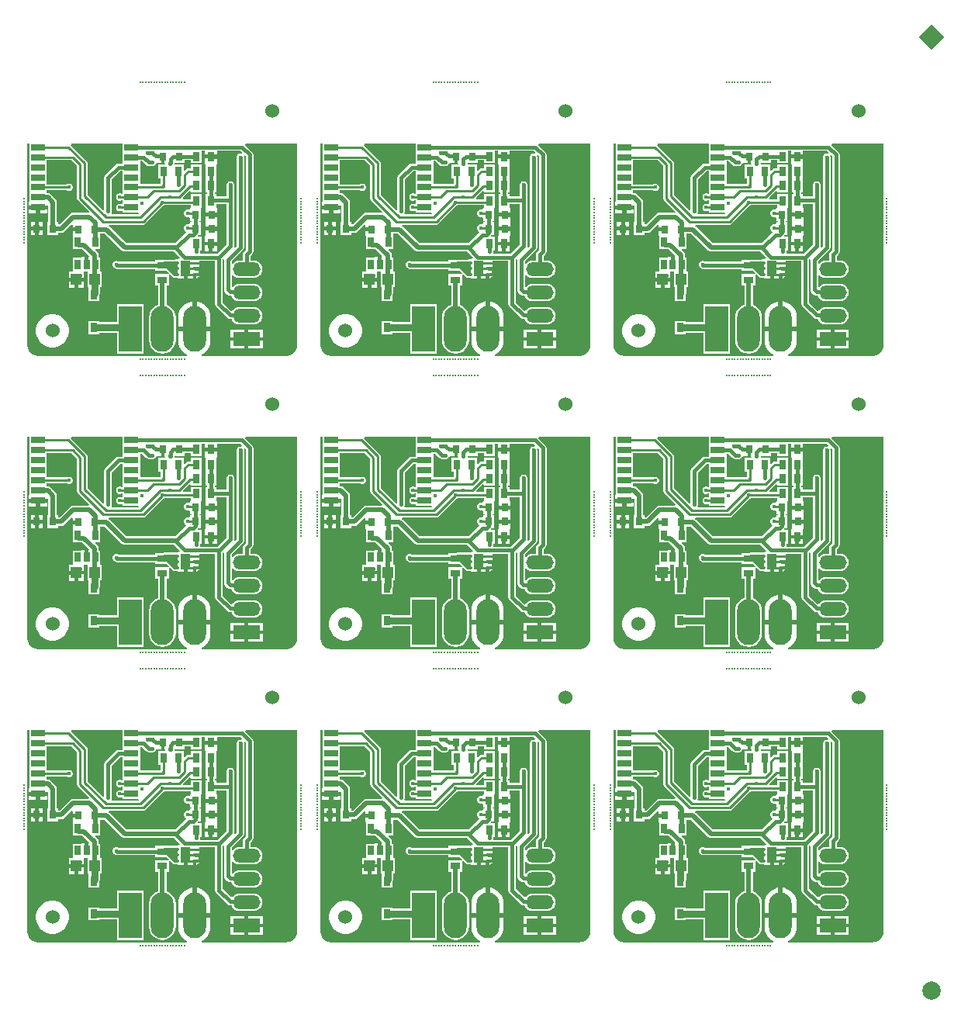
<source format=gbl>
G04*
G04 #@! TF.GenerationSoftware,Altium Limited,Altium Designer,23.5.1 (21)*
G04*
G04 Layer_Physical_Order=2*
G04 Layer_Color=16711680*
%FSAX44Y44*%
%MOMM*%
G71*
G04*
G04 #@! TF.SameCoordinates,899CF12F-B0FD-4176-B9D3-CD2A61966E73*
G04*
G04*
G04 #@! TF.FilePolarity,Positive*
G04*
G01*
G75*
%ADD10P,2.8284X4X270.0*%
%ADD11C,2.0000*%
%ADD13R,1.1000X0.8000*%
%ADD17C,0.4064*%
%ADD18C,0.2540*%
%ADD19C,0.2000*%
%ADD20C,1.5240*%
%ADD21O,2.5000X5.0000*%
%ADD22R,2.5000X5.0000*%
%ADD23C,0.4000*%
G04:AMPARAMS|DCode=24|XSize=0.5561mm|YSize=0.2925mm|CornerRadius=0.1462mm|HoleSize=0mm|Usage=FLASHONLY|Rotation=180.000|XOffset=0mm|YOffset=0mm|HoleType=Round|Shape=RoundedRectangle|*
%AMROUNDEDRECTD24*
21,1,0.5561,0.0000,0,0,180.0*
21,1,0.2636,0.2925,0,0,180.0*
1,1,0.2925,-0.1318,0.0000*
1,1,0.2925,0.1318,0.0000*
1,1,0.2925,0.1318,0.0000*
1,1,0.2925,-0.1318,0.0000*
%
%ADD24ROUNDEDRECTD24*%
%ADD25R,0.5561X0.2925*%
%ADD26R,1.1000X1.7000*%
%ADD27R,0.6500X1.1000*%
%ADD28R,0.8000X0.9650*%
%ADD29R,1.1430X1.2700*%
%ADD30R,0.8000X1.1000*%
%ADD31R,0.8000X1.0000*%
%ADD32R,1.5000X0.7000*%
%ADD33R,3.0000X1.5000*%
%ADD34O,3.0000X1.5000*%
%ADD35C,0.5080*%
%ADD36C,0.7620*%
G36*
X00946930Y00934616D02*
X00946305Y00933446D01*
X00946205Y00933466D01*
X00945983Y00933558D01*
X00945742D01*
X00945181Y00933670D01*
X00944620Y00933558D01*
X00944379D01*
X00944156Y00933466D01*
X00943595Y00933354D01*
X00943119Y00933036D01*
X00942897Y00932944D01*
X00942727Y00932774D01*
X00942251Y00932456D01*
X00941933Y00931980D01*
X00941763Y00931810D01*
X00941671Y00931587D01*
X00941352Y00931112D01*
X00941241Y00930550D01*
X00941149Y00930328D01*
Y00930087D01*
X00941037Y00929526D01*
Y00832592D01*
X00939518Y00831073D01*
X00938348Y00831699D01*
X00938571Y00832823D01*
Y00882290D01*
Y00898990D01*
X00938256Y00900576D01*
X00937789Y00901275D01*
X00937749Y00901371D01*
X00937675Y00901444D01*
X00937357Y00901920D01*
X00937261Y00902017D01*
X00936785Y00902335D01*
X00936615Y00902505D01*
X00936392Y00902597D01*
X00935916Y00902915D01*
X00935355Y00903027D01*
X00935133Y00903119D01*
X00934892D01*
X00934331Y00903231D01*
X00933770Y00903119D01*
X00933529D01*
X00933306Y00903027D01*
X00932745Y00902915D01*
X00932269Y00902597D01*
X00932047Y00902505D01*
X00931877Y00902335D01*
X00931401Y00902017D01*
X00931083Y00901541D01*
X00930912Y00901371D01*
X00930820Y00901149D01*
X00930502Y00900673D01*
X00930391Y00900111D01*
X00930299Y00899889D01*
Y00899648D01*
X00930187Y00899087D01*
X00930284Y00898600D01*
Y00886434D01*
X00919003D01*
Y00889638D01*
X00917114D01*
Y00891084D01*
X00919003D01*
Y00906148D01*
X00919003D01*
Y00906324D01*
X00919003D01*
Y00921388D01*
X00919511Y00922326D01*
X00919511D01*
Y00928334D01*
X00912971D01*
X00906431D01*
Y00922326D01*
X00906431D01*
X00906939Y00921388D01*
Y00906324D01*
X00906939D01*
Y00906148D01*
X00906939D01*
Y00891084D01*
X00908827D01*
Y00889638D01*
X00906939D01*
Y00875401D01*
X00906939Y00874574D01*
X00907181Y00873404D01*
Y00868898D01*
X00913721D01*
X00920261D01*
Y00874231D01*
X00920131D01*
X00919003Y00874574D01*
X00919003Y00875501D01*
Y00878147D01*
X00930284D01*
Y00834539D01*
X00920188Y00824443D01*
X00901965D01*
X00901333Y00825000D01*
X00901003Y00825594D01*
Y00825835D01*
X00901114Y00826396D01*
Y00827584D01*
X00903003D01*
Y00842648D01*
X00899187D01*
X00898701Y00843821D01*
X00899011Y00844131D01*
X00899437Y00844769D01*
X00902253D01*
Y00858483D01*
X00900364D01*
Y00860009D01*
X00902253D01*
Y00873723D01*
X00903003Y00874574D01*
X00903003D01*
Y00889638D01*
X00890939D01*
Y00883798D01*
X00882821D01*
X00882335Y00884971D01*
X00889669Y00892305D01*
X00890939Y00891793D01*
Y00891084D01*
X00903003D01*
Y00906148D01*
X00903003D01*
Y00906324D01*
X00903003D01*
Y00921388D01*
X00890939D01*
Y00917223D01*
X00888461D01*
X00888461Y00917223D01*
X00887172Y00916966D01*
X00886080Y00916236D01*
X00884616Y00914772D01*
X00883443Y00915258D01*
Y00921388D01*
X00873866D01*
X00873133Y00922413D01*
X00873609Y00923509D01*
X00884186D01*
Y00926222D01*
X00890939D01*
Y00922834D01*
X00903003D01*
Y00936382D01*
X00906431D01*
Y00932398D01*
X00912971D01*
X00919511D01*
Y00936382D01*
X00945164D01*
X00946930Y00934616D01*
D02*
G37*
G36*
X00626930D02*
X00626304Y00933446D01*
X00626205Y00933466D01*
X00625983Y00933558D01*
X00625742D01*
X00625181Y00933670D01*
X00624619Y00933558D01*
X00624379D01*
X00624156Y00933466D01*
X00623595Y00933354D01*
X00623119Y00933036D01*
X00622896Y00932944D01*
X00622726Y00932774D01*
X00622251Y00932456D01*
X00621932Y00931980D01*
X00621762Y00931810D01*
X00621670Y00931587D01*
X00621352Y00931112D01*
X00621241Y00930550D01*
X00621148Y00930328D01*
Y00930087D01*
X00621037Y00929526D01*
Y00832592D01*
X00619518Y00831073D01*
X00618347Y00831699D01*
X00618571Y00832823D01*
Y00882290D01*
Y00898990D01*
X00618255Y00900576D01*
X00617788Y00901275D01*
X00617748Y00901371D01*
X00617675Y00901444D01*
X00617357Y00901920D01*
X00617260Y00902017D01*
X00616785Y00902335D01*
X00616614Y00902505D01*
X00616392Y00902597D01*
X00615916Y00902915D01*
X00615355Y00903027D01*
X00615132Y00903119D01*
X00614892D01*
X00614330Y00903231D01*
X00613769Y00903119D01*
X00613528D01*
X00613306Y00903027D01*
X00612745Y00902915D01*
X00612269Y00902597D01*
X00612046Y00902505D01*
X00611876Y00902335D01*
X00611400Y00902017D01*
X00611082Y00901541D01*
X00610912Y00901371D01*
X00610820Y00901149D01*
X00610502Y00900673D01*
X00610391Y00900111D01*
X00610298Y00899889D01*
Y00899648D01*
X00610187Y00899087D01*
X00610284Y00898600D01*
Y00886434D01*
X00599002D01*
Y00889638D01*
X00597114D01*
Y00891084D01*
X00599002D01*
Y00906148D01*
X00599002D01*
Y00906324D01*
X00599002D01*
Y00921388D01*
X00599510Y00922326D01*
X00599510D01*
Y00928334D01*
X00592971D01*
X00586431D01*
Y00922326D01*
X00586431D01*
X00586939Y00921388D01*
Y00906324D01*
X00586939D01*
Y00906148D01*
X00586939D01*
Y00891084D01*
X00588827D01*
Y00889638D01*
X00586939D01*
Y00875401D01*
X00586939Y00874574D01*
X00587180Y00873404D01*
Y00868898D01*
X00593721D01*
X00600261D01*
Y00874231D01*
X00600130D01*
X00599002Y00874574D01*
X00599002Y00875501D01*
Y00878147D01*
X00610284D01*
Y00834539D01*
X00600188Y00824443D01*
X00581965D01*
X00581333Y00825000D01*
X00581003Y00825594D01*
Y00825835D01*
X00581114Y00826396D01*
Y00827584D01*
X00583003D01*
Y00842648D01*
X00579187D01*
X00578701Y00843821D01*
X00579011Y00844131D01*
X00579437Y00844769D01*
X00582253D01*
Y00858483D01*
X00580364D01*
Y00860009D01*
X00582253D01*
Y00873723D01*
X00583003Y00874574D01*
X00583003D01*
Y00889638D01*
X00570938D01*
Y00883798D01*
X00562821D01*
X00562335Y00884971D01*
X00569669Y00892305D01*
X00570938Y00891793D01*
Y00891084D01*
X00583003D01*
Y00906148D01*
X00583003D01*
Y00906324D01*
X00583003D01*
Y00921388D01*
X00570938D01*
Y00917223D01*
X00568461D01*
X00568461Y00917223D01*
X00567172Y00916966D01*
X00566080Y00916236D01*
X00564616Y00914772D01*
X00563442Y00915258D01*
Y00921388D01*
X00553865D01*
X00553133Y00922413D01*
X00553609Y00923509D01*
X00564186D01*
Y00926222D01*
X00570938D01*
Y00922834D01*
X00583003D01*
Y00936382D01*
X00586431D01*
Y00932398D01*
X00592971D01*
X00599510D01*
Y00936382D01*
X00625164D01*
X00626930Y00934616D01*
D02*
G37*
G36*
X00306930D02*
X00306304Y00933446D01*
X00306205Y00933466D01*
X00305982Y00933558D01*
X00305741D01*
X00305180Y00933670D01*
X00304619Y00933558D01*
X00304378D01*
X00304156Y00933466D01*
X00303594Y00933354D01*
X00303119Y00933036D01*
X00302896Y00932944D01*
X00302726Y00932774D01*
X00302250Y00932456D01*
X00301932Y00931980D01*
X00301762Y00931810D01*
X00301670Y00931587D01*
X00301352Y00931112D01*
X00301240Y00930550D01*
X00301148Y00930328D01*
Y00930087D01*
X00301036Y00929526D01*
Y00832592D01*
X00299517Y00831073D01*
X00298347Y00831699D01*
X00298570Y00832823D01*
Y00882290D01*
Y00898990D01*
X00298255Y00900576D01*
X00297788Y00901275D01*
X00297748Y00901371D01*
X00297675Y00901444D01*
X00297357Y00901920D01*
X00297260Y00902017D01*
X00296784Y00902335D01*
X00296614Y00902505D01*
X00296392Y00902597D01*
X00295916Y00902915D01*
X00295354Y00903027D01*
X00295132Y00903119D01*
X00294891D01*
X00294330Y00903231D01*
X00293769Y00903119D01*
X00293528D01*
X00293306Y00903027D01*
X00292744Y00902915D01*
X00292269Y00902597D01*
X00292046Y00902505D01*
X00291876Y00902335D01*
X00291400Y00902017D01*
X00291082Y00901541D01*
X00290912Y00901371D01*
X00290820Y00901149D01*
X00290502Y00900673D01*
X00290390Y00900111D01*
X00290298Y00899889D01*
Y00899648D01*
X00290186Y00899087D01*
X00290283Y00898600D01*
Y00886434D01*
X00279002D01*
Y00889638D01*
X00277114D01*
Y00891084D01*
X00279002D01*
Y00906148D01*
X00279002D01*
Y00906324D01*
X00279002D01*
Y00921388D01*
X00279510Y00922326D01*
X00279510D01*
Y00928334D01*
X00272970D01*
X00266430D01*
Y00922326D01*
X00266430D01*
X00266938Y00921388D01*
Y00906324D01*
X00266938D01*
Y00906148D01*
X00266938D01*
Y00891084D01*
X00268827D01*
Y00889638D01*
X00266938D01*
Y00875401D01*
X00266938Y00874574D01*
X00267180Y00873404D01*
Y00868898D01*
X00273720D01*
X00280260D01*
Y00874231D01*
X00280130D01*
X00279002Y00874574D01*
X00279002Y00875501D01*
Y00878147D01*
X00290283D01*
Y00834539D01*
X00280188Y00824443D01*
X00261965D01*
X00261332Y00825000D01*
X00261002Y00825594D01*
Y00825835D01*
X00261114Y00826396D01*
Y00827584D01*
X00263002D01*
Y00842648D01*
X00259187D01*
X00258701Y00843821D01*
X00259010Y00844131D01*
X00259437Y00844769D01*
X00262252D01*
Y00858483D01*
X00260364D01*
Y00860009D01*
X00262252D01*
Y00873723D01*
X00263002Y00874574D01*
X00263002D01*
Y00889638D01*
X00250938D01*
Y00883798D01*
X00242821D01*
X00242335Y00884971D01*
X00249668Y00892305D01*
X00250938Y00891793D01*
Y00891084D01*
X00263002D01*
Y00906148D01*
X00263002D01*
Y00906324D01*
X00263002D01*
Y00921388D01*
X00250938D01*
Y00917223D01*
X00248460D01*
X00248460Y00917223D01*
X00247172Y00916966D01*
X00246080Y00916236D01*
X00244615Y00914772D01*
X00243442Y00915258D01*
Y00921388D01*
X00233865D01*
X00233133Y00922413D01*
X00233608Y00923509D01*
X00244186D01*
Y00926222D01*
X00250938D01*
Y00922834D01*
X00263002D01*
Y00936382D01*
X00266430D01*
Y00932398D01*
X00272970D01*
X00279510D01*
Y00936382D01*
X00305164D01*
X00306930Y00934616D01*
D02*
G37*
G36*
X00862686Y00923001D02*
X00862734D01*
X00862890Y00922721D01*
X00862896Y00922609D01*
X00862179Y00921388D01*
X00855379D01*
Y00906324D01*
X00857849D01*
Y00900258D01*
X00835763D01*
Y00912994D01*
Y00925382D01*
X00838110D01*
X00842407Y00921086D01*
X00843751Y00920188D01*
X00845337Y00919872D01*
X00849091D01*
X00849652Y00919984D01*
X00849893D01*
X00850115Y00920076D01*
X00850676Y00920188D01*
X00851152Y00920506D01*
X00851375Y00920598D01*
X00851545Y00920768D01*
X00852021Y00921086D01*
X00852339Y00921562D01*
X00852509Y00921732D01*
X00852601Y00921954D01*
X00852919Y00922430D01*
X00852971Y00922694D01*
X00854114Y00923001D01*
X00854115Y00923001D01*
Y00923001D01*
X00854115Y00923001D01*
X00858623D01*
Y00930366D01*
X00862686D01*
Y00923001D01*
D02*
G37*
G36*
X00542686D02*
X00542733D01*
X00542890Y00922721D01*
X00542896Y00922609D01*
X00542179Y00921388D01*
X00535378D01*
Y00906324D01*
X00537849D01*
Y00900258D01*
X00515762D01*
Y00912994D01*
Y00925382D01*
X00518110D01*
X00522407Y00921086D01*
X00523751Y00920188D01*
X00525336Y00919872D01*
X00529090D01*
X00529652Y00919984D01*
X00529893D01*
X00530115Y00920076D01*
X00530676Y00920188D01*
X00531152Y00920506D01*
X00531374Y00920598D01*
X00531545Y00920768D01*
X00532020Y00921086D01*
X00532338Y00921562D01*
X00532509Y00921732D01*
X00532601Y00921954D01*
X00532919Y00922430D01*
X00532971Y00922694D01*
X00534114Y00923001D01*
X00534114Y00923001D01*
Y00923001D01*
X00534114Y00923001D01*
X00538622D01*
Y00930366D01*
X00542686D01*
Y00923001D01*
D02*
G37*
G36*
X00222686D02*
X00222733D01*
X00222889Y00922721D01*
X00222896Y00922609D01*
X00222178Y00921388D01*
X00215378D01*
Y00906324D01*
X00217849D01*
Y00900258D01*
X00195762D01*
Y00912994D01*
Y00925382D01*
X00198110D01*
X00202406Y00921086D01*
X00203750Y00920188D01*
X00205336Y00919872D01*
X00209090D01*
X00209651Y00919984D01*
X00209892D01*
X00210115Y00920076D01*
X00210676Y00920188D01*
X00211152Y00920506D01*
X00211374Y00920598D01*
X00211544Y00920768D01*
X00212020Y00921086D01*
X00212338Y00921562D01*
X00212508Y00921732D01*
X00212600Y00921954D01*
X00212918Y00922430D01*
X00212971Y00922694D01*
X00214114Y00923001D01*
X00214114Y00923001D01*
Y00923001D01*
X00214114Y00923001D01*
X00218622D01*
Y00930366D01*
X00222686D01*
Y00923001D01*
D02*
G37*
G36*
X00766984Y00920081D02*
Y00884646D01*
X00767240Y00883357D01*
X00767970Y00882265D01*
X00779978Y00870257D01*
X00779452Y00868988D01*
X00762731D01*
X00760947Y00868633D01*
X00759435Y00867622D01*
X00748100Y00856287D01*
X00746420D01*
Y00858483D01*
X00745050D01*
Y00880085D01*
X00744695Y00881869D01*
X00743684Y00883382D01*
X00738244Y00888822D01*
X00736732Y00889833D01*
X00734948Y00890188D01*
X00733763D01*
Y00893159D01*
X00755765D01*
X00755817Y00893108D01*
X00757299Y00892494D01*
X00758903D01*
X00760385Y00893108D01*
X00761519Y00894242D01*
X00762133Y00895724D01*
Y00897328D01*
X00761519Y00898810D01*
X00760385Y00899944D01*
X00758903Y00900558D01*
X00757299D01*
X00755817Y00899944D01*
X00755765Y00899893D01*
X00733763D01*
Y00912994D01*
Y00926159D01*
X00760906D01*
X00766984Y00920081D01*
D02*
G37*
G36*
X00446984D02*
Y00884646D01*
X00447240Y00883357D01*
X00447970Y00882265D01*
X00459978Y00870257D01*
X00459452Y00868988D01*
X00442730D01*
X00440947Y00868633D01*
X00439434Y00867622D01*
X00428100Y00856287D01*
X00426420D01*
Y00858483D01*
X00425050D01*
Y00880085D01*
X00424695Y00881869D01*
X00423684Y00883382D01*
X00418244Y00888822D01*
X00416731Y00889833D01*
X00414947Y00890188D01*
X00413762D01*
Y00893159D01*
X00435765D01*
X00435817Y00893108D01*
X00437299Y00892494D01*
X00438903D01*
X00440384Y00893108D01*
X00441519Y00894242D01*
X00442132Y00895724D01*
Y00897328D01*
X00441519Y00898810D01*
X00440384Y00899944D01*
X00438903Y00900558D01*
X00437299D01*
X00435817Y00899944D01*
X00435765Y00899893D01*
X00413762D01*
Y00912994D01*
Y00926159D01*
X00440906D01*
X00446984Y00920081D01*
D02*
G37*
G36*
X00126983D02*
Y00884646D01*
X00127240Y00883357D01*
X00127970Y00882265D01*
X00139977Y00870257D01*
X00139451Y00868988D01*
X00122730D01*
X00120946Y00868633D01*
X00119434Y00867622D01*
X00108099Y00856287D01*
X00106420D01*
Y00858483D01*
X00105049D01*
Y00880085D01*
X00104694Y00881869D01*
X00103684Y00883382D01*
X00098243Y00888822D01*
X00096731Y00889833D01*
X00094947Y00890188D01*
X00093762D01*
Y00893159D01*
X00115765D01*
X00115816Y00893108D01*
X00117298Y00892494D01*
X00118902D01*
X00120384Y00893108D01*
X00121518Y00894242D01*
X00122132Y00895724D01*
Y00897328D01*
X00121518Y00898810D01*
X00120384Y00899944D01*
X00118902Y00900558D01*
X00117298D01*
X00115816Y00899944D01*
X00115765Y00899893D01*
X00093762D01*
Y00912994D01*
Y00926159D01*
X00120906D01*
X00126983Y00920081D01*
D02*
G37*
G36*
X00816699Y00901994D02*
Y00890238D01*
X00816460Y00889994D01*
X00815429Y00889494D01*
X00814333Y00889948D01*
X00812729D01*
X00811247Y00889334D01*
X00810113Y00888200D01*
X00809499Y00886718D01*
Y00885114D01*
X00810113Y00883632D01*
X00811247Y00882498D01*
X00812729Y00881884D01*
X00814333D01*
X00815468Y00882354D01*
X00816699D01*
Y00878865D01*
X00816520Y00878670D01*
X00815429Y00878120D01*
X00814373Y00878558D01*
X00812769D01*
X00811287Y00877944D01*
X00810153Y00876810D01*
X00809539Y00875328D01*
Y00873724D01*
X00810153Y00872242D01*
X00811287Y00871108D01*
X00812769Y00870494D01*
X00814373D01*
X00815429Y00870931D01*
X00816520Y00870382D01*
X00816699Y00870187D01*
Y00868994D01*
X00833679D01*
X00834313Y00867724D01*
X00833908Y00867185D01*
X00804913D01*
X00804457Y00867752D01*
X00804249Y00868392D01*
X00804341Y00868614D01*
X00804659Y00869090D01*
X00804771Y00869651D01*
X00804863Y00869874D01*
Y00870115D01*
X00804974Y00870676D01*
Y00905539D01*
X00813818Y00914382D01*
X00816699D01*
Y00901994D01*
D02*
G37*
G36*
X00496698D02*
Y00890238D01*
X00496460Y00889994D01*
X00495428Y00889494D01*
X00494333Y00889948D01*
X00492729D01*
X00491246Y00889334D01*
X00490112Y00888200D01*
X00489498Y00886718D01*
Y00885114D01*
X00490112Y00883632D01*
X00491246Y00882498D01*
X00492729Y00881884D01*
X00494333D01*
X00495468Y00882354D01*
X00496698D01*
Y00878865D01*
X00496520Y00878670D01*
X00495428Y00878120D01*
X00494372Y00878558D01*
X00492769D01*
X00491287Y00877944D01*
X00490152Y00876810D01*
X00489538Y00875328D01*
Y00873724D01*
X00490152Y00872242D01*
X00491287Y00871108D01*
X00492769Y00870494D01*
X00494372D01*
X00495428Y00870931D01*
X00496520Y00870382D01*
X00496698Y00870187D01*
Y00868994D01*
X00513679D01*
X00514313Y00867724D01*
X00513907Y00867185D01*
X00484913D01*
X00484456Y00867752D01*
X00484249Y00868392D01*
X00484341Y00868614D01*
X00484659Y00869090D01*
X00484770Y00869651D01*
X00484863Y00869874D01*
Y00870115D01*
X00484974Y00870676D01*
Y00905539D01*
X00493817Y00914382D01*
X00496698D01*
Y00901994D01*
D02*
G37*
G36*
X00176698D02*
Y00890238D01*
X00176459Y00889994D01*
X00175428Y00889494D01*
X00174332Y00889948D01*
X00172728D01*
X00171246Y00889334D01*
X00170112Y00888200D01*
X00169498Y00886718D01*
Y00885114D01*
X00170112Y00883632D01*
X00171246Y00882498D01*
X00172728Y00881884D01*
X00174332D01*
X00175468Y00882354D01*
X00176698D01*
Y00878865D01*
X00176519Y00878670D01*
X00175428Y00878120D01*
X00174372Y00878558D01*
X00172768D01*
X00171286Y00877944D01*
X00170152Y00876810D01*
X00169538Y00875328D01*
Y00873724D01*
X00170152Y00872242D01*
X00171286Y00871108D01*
X00172768Y00870494D01*
X00174372D01*
X00175428Y00870931D01*
X00176519Y00870382D01*
X00176698Y00870187D01*
Y00868994D01*
X00193679D01*
X00194313Y00867724D01*
X00193907Y00867185D01*
X00164912D01*
X00164456Y00867752D01*
X00164248Y00868392D01*
X00164340Y00868614D01*
X00164658Y00869090D01*
X00164770Y00869651D01*
X00164862Y00869874D01*
Y00870115D01*
X00164974Y00870676D01*
Y00905539D01*
X00173817Y00914382D01*
X00176698D01*
Y00901994D01*
D02*
G37*
G36*
X00890939Y00874682D02*
X00890189Y00873723D01*
X00890189D01*
X00889889Y00872634D01*
X00888763Y00872009D01*
X00888537Y00872103D01*
X00886933D01*
X00885451Y00871489D01*
X00884317Y00870355D01*
X00883703Y00868873D01*
Y00867269D01*
X00884317Y00865787D01*
X00885451Y00864652D01*
X00886933Y00864039D01*
X00888537D01*
X00888919Y00864197D01*
X00890189Y00863348D01*
Y00860009D01*
X00892077D01*
Y00858483D01*
X00890189D01*
Y00856793D01*
X00888919Y00855945D01*
X00888537Y00856103D01*
X00886933D01*
X00885451Y00855489D01*
X00884317Y00854354D01*
X00883703Y00852873D01*
Y00851269D01*
X00884317Y00849787D01*
X00885451Y00848652D01*
X00885553Y00848610D01*
X00885749Y00847154D01*
X00874158Y00835564D01*
X00874064Y00835583D01*
X00820927D01*
X00802437Y00854072D01*
X00801633Y00854609D01*
X00802019Y00855879D01*
X00839153D01*
X00840441Y00856135D01*
X00841533Y00856865D01*
X00861160Y00876492D01*
X00862419Y00877013D01*
X00862470Y00877065D01*
X00890939D01*
Y00874682D01*
D02*
G37*
G36*
X00570938D02*
X00570188Y00873723D01*
X00570188D01*
X00569888Y00872634D01*
X00568763Y00872009D01*
X00568537Y00872103D01*
X00566933D01*
X00565451Y00871489D01*
X00564317Y00870355D01*
X00563703Y00868873D01*
Y00867269D01*
X00564317Y00865787D01*
X00565451Y00864652D01*
X00566933Y00864039D01*
X00568537D01*
X00568918Y00864197D01*
X00570188Y00863348D01*
Y00860009D01*
X00572077D01*
Y00858483D01*
X00570188D01*
Y00856793D01*
X00568918Y00855945D01*
X00568537Y00856103D01*
X00566933D01*
X00565451Y00855489D01*
X00564317Y00854354D01*
X00563703Y00852873D01*
Y00851269D01*
X00564317Y00849787D01*
X00565451Y00848652D01*
X00565553Y00848610D01*
X00565749Y00847154D01*
X00554158Y00835564D01*
X00554063Y00835583D01*
X00500926D01*
X00482437Y00854072D01*
X00481633Y00854609D01*
X00482018Y00855879D01*
X00519152D01*
X00520441Y00856135D01*
X00521533Y00856865D01*
X00541160Y00876492D01*
X00542418Y00877013D01*
X00542470Y00877065D01*
X00570938D01*
Y00874682D01*
D02*
G37*
G36*
X00250938D02*
X00250188Y00873723D01*
X00250188D01*
X00249888Y00872634D01*
X00248763Y00872009D01*
X00248537Y00872103D01*
X00246933D01*
X00245451Y00871489D01*
X00244316Y00870355D01*
X00243703Y00868873D01*
Y00867269D01*
X00244316Y00865787D01*
X00245451Y00864652D01*
X00246933Y00864039D01*
X00248537D01*
X00248918Y00864197D01*
X00250188Y00863348D01*
Y00860009D01*
X00252077D01*
Y00858483D01*
X00250188D01*
Y00856793D01*
X00248918Y00855945D01*
X00248537Y00856103D01*
X00246933D01*
X00245451Y00855489D01*
X00244316Y00854354D01*
X00243703Y00852873D01*
Y00851269D01*
X00244316Y00849787D01*
X00245451Y00848652D01*
X00245553Y00848610D01*
X00245749Y00847154D01*
X00234158Y00835564D01*
X00234063Y00835583D01*
X00180926D01*
X00162436Y00854072D01*
X00161633Y00854609D01*
X00162018Y00855879D01*
X00199152D01*
X00200441Y00856135D01*
X00201533Y00856865D01*
X00221159Y00876492D01*
X00222418Y00877013D01*
X00222470Y00877065D01*
X00250938D01*
Y00874682D01*
D02*
G37*
G36*
X00816699Y00934994D02*
Y00922670D01*
X00812101D01*
X00810516Y00922354D01*
X00809171Y00921456D01*
X00797901Y00910185D01*
X00797003Y00908841D01*
X00796687Y00907255D01*
Y00872154D01*
X00795417Y00871628D01*
X00778798Y00888248D01*
Y00922862D01*
X00778541Y00924150D01*
X00777811Y00925242D01*
X00760298Y00942756D01*
X00760401Y00943372D01*
X00760758Y00944026D01*
X00816699D01*
Y00934994D01*
D02*
G37*
G36*
X00496698D02*
Y00922670D01*
X00492101D01*
X00490515Y00922354D01*
X00489171Y00921456D01*
X00477901Y00910185D01*
X00477002Y00908841D01*
X00476687Y00907255D01*
Y00872154D01*
X00475417Y00871628D01*
X00458797Y00888248D01*
Y00922862D01*
X00458541Y00924150D01*
X00457811Y00925242D01*
X00440297Y00942756D01*
X00440401Y00943372D01*
X00440757Y00944026D01*
X00496698D01*
Y00934994D01*
D02*
G37*
G36*
X00176698D02*
Y00922670D01*
X00172101D01*
X00170515Y00922354D01*
X00169171Y00921456D01*
X00157900Y00910185D01*
X00157002Y00908841D01*
X00156687Y00907255D01*
Y00872154D01*
X00155417Y00871628D01*
X00138797Y00888248D01*
Y00922862D01*
X00138541Y00924150D01*
X00137811Y00925242D01*
X00120297Y00942756D01*
X00120400Y00943372D01*
X00120757Y00944026D01*
X00176698D01*
Y00934994D01*
D02*
G37*
G36*
X00951172Y00930374D02*
Y00828209D01*
X00949031Y00826067D01*
X00948133Y00824723D01*
X00947817Y00823137D01*
Y00816790D01*
X00944461D01*
X00941972Y00816462D01*
X00939654Y00815502D01*
X00937663Y00813974D01*
X00937054Y00813182D01*
X00935784Y00813613D01*
Y00815620D01*
X00948111Y00827946D01*
X00949009Y00829290D01*
X00949324Y00830876D01*
Y00929526D01*
X00949213Y00930087D01*
Y00930328D01*
X00949121Y00930550D01*
X00949101Y00930650D01*
X00950271Y00931275D01*
X00951172Y00930374D01*
D02*
G37*
G36*
X00631172D02*
Y00828209D01*
X00629030Y00826067D01*
X00628132Y00824723D01*
X00627817Y00823137D01*
Y00816790D01*
X00624460D01*
X00621972Y00816462D01*
X00619653Y00815502D01*
X00617662Y00813974D01*
X00617054Y00813182D01*
X00615784Y00813613D01*
Y00815620D01*
X00628111Y00827946D01*
X00629009Y00829290D01*
X00629324Y00830876D01*
Y00929526D01*
X00629212Y00930087D01*
Y00930328D01*
X00629120Y00930550D01*
X00629100Y00930650D01*
X00630271Y00931275D01*
X00631172Y00930374D01*
D02*
G37*
G36*
X00311172D02*
Y00828209D01*
X00309030Y00826067D01*
X00308132Y00824723D01*
X00307817Y00823137D01*
Y00816790D01*
X00304460D01*
X00301972Y00816462D01*
X00299653Y00815502D01*
X00297662Y00813974D01*
X00297054Y00813182D01*
X00295784Y00813613D01*
Y00815620D01*
X00308110Y00827946D01*
X00309008Y00829290D01*
X00309324Y00830876D01*
Y00929526D01*
X00309212Y00930087D01*
Y00930328D01*
X00309120Y00930550D01*
X00309100Y00930650D01*
X00310271Y00931275D01*
X00311172Y00930374D01*
D02*
G37*
G36*
X00877036Y00799773D02*
X00873383D01*
X00861748Y00811408D01*
Y00815698D01*
X00877036D01*
Y00799773D01*
D02*
G37*
G36*
X00557036D02*
X00553383D01*
X00541748Y00811408D01*
Y00815698D01*
X00557036D01*
Y00799773D01*
D02*
G37*
G36*
X00237036D02*
X00233382D01*
X00221748Y00811408D01*
Y00815698D01*
X00237036D01*
Y00799773D01*
D02*
G37*
G36*
X01007419Y00724485D02*
X01007434Y00724410D01*
X01007038Y00721398D01*
X01005846Y00718521D01*
X01003950Y00716051D01*
X01001480Y00714155D01*
X00998603Y00712964D01*
X00996730Y00712717D01*
X00995516Y00712582D01*
D01*
X00994255Y00712582D01*
X00903030D01*
X00902712Y00713852D01*
X00904815Y00714976D01*
X00907492Y00717173D01*
X00909689Y00719850D01*
X00911321Y00722904D01*
X00912326Y00726218D01*
X00912666Y00729664D01*
Y00739624D01*
X00877336D01*
Y00729664D01*
X00877675Y00726218D01*
X00878680Y00722904D01*
X00880313Y00719850D01*
X00882510Y00717173D01*
X00885186Y00714976D01*
X00887290Y00713852D01*
X00886972Y00712582D01*
X00724485D01*
X00724411Y00712567D01*
X00721398Y00712964D01*
X00718521Y00714155D01*
X00716051Y00716051D01*
X00714156Y00718521D01*
X00712964Y00721398D01*
X00712567Y00724410D01*
X00712582Y00724485D01*
Y00944026D01*
X00714699D01*
Y00934994D01*
Y00923994D01*
Y00912994D01*
Y00901994D01*
Y00890994D01*
Y00880566D01*
X00714191D01*
Y00876558D01*
X00724231D01*
X00734271D01*
Y00876625D01*
X00735541Y00877304D01*
X00735727Y00877180D01*
Y00858483D01*
X00734356D01*
Y00844769D01*
X00746420D01*
Y00846964D01*
X00750031D01*
X00751815Y00847319D01*
X00753327Y00848330D01*
X00760847Y00855850D01*
X00762021Y00855364D01*
Y00852808D01*
X00768561D01*
Y00848744D01*
X00762021D01*
Y00843411D01*
X00762529D01*
Y00829144D01*
X00768070D01*
X00768521Y00829054D01*
X00772624D01*
X00779789Y00821889D01*
X00779343Y00820811D01*
Y00812676D01*
X00775279D01*
Y00820716D01*
X00771521D01*
Y00820208D01*
X00762529D01*
Y00805144D01*
X00761331Y00804970D01*
X00757977D01*
Y00798112D01*
X00766232D01*
X00774487D01*
Y00804636D01*
X00777287D01*
X00778485Y00804462D01*
Y00787698D01*
X00779414D01*
X00779559Y00786488D01*
X00779559D01*
Y00772424D01*
X00791623D01*
Y00780340D01*
X00791737Y00780916D01*
Y00787698D01*
X00793979D01*
Y00804462D01*
X00793080D01*
X00792093Y00805144D01*
Y00820208D01*
X00790762D01*
Y00822170D01*
X00790407Y00823954D01*
X00789397Y00825466D01*
X00786893Y00827971D01*
X00787379Y00829144D01*
X00792093D01*
Y00843919D01*
X00792093D01*
Y00846114D01*
X00797210D01*
X00815699Y00827625D01*
X00817212Y00826614D01*
X00818996Y00826259D01*
X00872865D01*
X00879175Y00819949D01*
X00878689Y00818776D01*
X00877459D01*
Y00818145D01*
X00877036Y00817799D01*
X00874400D01*
X00874257Y00817770D01*
X00861748D01*
X00861548Y00817730D01*
X00852469D01*
Y00815842D01*
X00811669D01*
X00811307Y00816084D01*
X00810745Y00816196D01*
X00810523Y00816288D01*
X00810282D01*
X00809721Y00816400D01*
X00809160Y00816288D01*
X00808919D01*
X00808696Y00816196D01*
X00808135Y00816084D01*
X00807659Y00815766D01*
X00807437Y00815674D01*
X00807267Y00815504D01*
X00806791Y00815186D01*
X00806473Y00814710D01*
X00806303Y00814540D01*
X00806210Y00814317D01*
X00805893Y00813842D01*
X00805781Y00813280D01*
X00805689Y00813058D01*
Y00812817D01*
X00805577Y00812256D01*
X00805689Y00811695D01*
Y00811454D01*
X00805781Y00811231D01*
X00805893Y00810670D01*
X00806210Y00810194D01*
X00806303Y00809972D01*
X00806473Y00809802D01*
X00806791Y00809326D01*
X00807348Y00808768D01*
X00808693Y00807870D01*
X00810278Y00807554D01*
X00852469D01*
Y00805666D01*
X00864560D01*
X00867226Y00803000D01*
X00866700Y00801730D01*
X00852469D01*
Y00789666D01*
X00855339D01*
Y00768463D01*
X00852672Y00767358D01*
X00849636Y00765028D01*
X00847307Y00761993D01*
X00845843Y00758458D01*
X00845343Y00754664D01*
Y00729664D01*
X00845843Y00725870D01*
X00847307Y00722335D01*
X00849636Y00719300D01*
X00852672Y00716970D01*
X00856207Y00715506D01*
X00860001Y00715007D01*
X00863794Y00715506D01*
X00867329Y00716970D01*
X00870365Y00719300D01*
X00872694Y00722335D01*
X00874159Y00725870D01*
X00874658Y00729664D01*
Y00754664D01*
X00874159Y00758458D01*
X00872694Y00761993D01*
X00870365Y00765028D01*
X00867329Y00767358D01*
X00864662Y00768463D01*
Y00789666D01*
X00867533D01*
Y00800898D01*
X00868803Y00801424D01*
X00871918Y00798308D01*
X00872590Y00797859D01*
X00873383Y00797702D01*
X00873383Y00797702D01*
X00874257D01*
X00874400Y00797673D01*
X00877036D01*
X00877459Y00797326D01*
Y00796696D01*
X00883467D01*
Y00807736D01*
X00887531D01*
Y00796696D01*
X00893247D01*
Y00801236D01*
X00895279D01*
Y00803268D01*
X00900053D01*
X00899852Y00803569D01*
X00899588Y00804486D01*
X00899852Y00805402D01*
X00900053Y00805704D01*
X00895279D01*
Y00809768D01*
X00900539D01*
X00900599Y00810234D01*
X00900600D01*
X00900599Y00810234D01*
Y00816156D01*
X00917636D01*
Y00769316D01*
X00917952Y00767731D01*
X00918850Y00766386D01*
X00931111Y00754126D01*
X00932455Y00753227D01*
X00934041Y00752912D01*
X00935578D01*
X00936135Y00751569D01*
X00937663Y00749578D01*
X00939654Y00748050D01*
X00941972Y00747089D01*
X00944461Y00746762D01*
X00959461D01*
X00961949Y00747089D01*
X00964268Y00748050D01*
X00966259Y00749578D01*
X00967787Y00751569D01*
X00968747Y00753888D01*
X00969075Y00756376D01*
X00968747Y00758864D01*
X00967787Y00761183D01*
X00966259Y00763174D01*
X00964268Y00764702D01*
X00961949Y00765663D01*
X00959461Y00765990D01*
X00944461D01*
X00941972Y00765663D01*
X00939654Y00764702D01*
X00937663Y00763174D01*
X00936719Y00761944D01*
X00935107Y00761850D01*
X00925924Y00771033D01*
Y00817999D01*
X00926404Y00818353D01*
X00927554Y00817621D01*
X00927497Y00817336D01*
Y00784885D01*
X00927813Y00783299D01*
X00928711Y00781955D01*
X00931091Y00779575D01*
X00932436Y00778676D01*
X00934021Y00778361D01*
X00935558D01*
X00936135Y00776969D01*
X00937663Y00774978D01*
X00939654Y00773450D01*
X00941972Y00772489D01*
X00944461Y00772162D01*
X00959461D01*
X00961949Y00772489D01*
X00964268Y00773450D01*
X00966259Y00774978D01*
X00967787Y00776969D01*
X00968747Y00779288D01*
X00969075Y00781776D01*
X00968747Y00784264D01*
X00967787Y00786583D01*
X00966259Y00788574D01*
X00964268Y00790102D01*
X00961949Y00791062D01*
X00959461Y00791390D01*
X00944461D01*
X00941972Y00791062D01*
X00939654Y00790102D01*
X00937663Y00788574D01*
X00937054Y00787782D01*
X00935784Y00788213D01*
Y00800739D01*
X00937054Y00801170D01*
X00937663Y00800378D01*
X00939654Y00798850D01*
X00941972Y00797889D01*
X00944461Y00797562D01*
X00959461D01*
X00961949Y00797889D01*
X00964268Y00798850D01*
X00966259Y00800378D01*
X00967787Y00802369D01*
X00968747Y00804688D01*
X00969075Y00807176D01*
X00968747Y00809664D01*
X00967787Y00811983D01*
X00966259Y00813974D01*
X00964268Y00815502D01*
X00961949Y00816462D01*
X00959461Y00816790D01*
X00956104D01*
Y00821421D01*
X00958246Y00823562D01*
X00959144Y00824906D01*
X00959460Y00826492D01*
X00959460Y00826492D01*
Y00932091D01*
X00959144Y00933676D01*
X00958246Y00935021D01*
X00950511Y00942756D01*
X00951037Y00944026D01*
X01007419D01*
Y00724485D01*
D02*
G37*
G36*
X00687419D02*
X00687434Y00724410D01*
X00687037Y00721398D01*
X00685846Y00718521D01*
X00683950Y00716051D01*
X00681480Y00714155D01*
X00678603Y00712964D01*
X00676730Y00712717D01*
X00675516Y00712582D01*
D01*
X00674254Y00712582D01*
X00583030D01*
X00582711Y00713852D01*
X00584815Y00714976D01*
X00587491Y00717173D01*
X00589688Y00719850D01*
X00591321Y00722904D01*
X00592326Y00726218D01*
X00592665Y00729664D01*
Y00739624D01*
X00557335D01*
Y00729664D01*
X00557675Y00726218D01*
X00558680Y00722904D01*
X00560312Y00719850D01*
X00562509Y00717173D01*
X00565186Y00714976D01*
X00567289Y00713852D01*
X00566971Y00712582D01*
X00404485D01*
X00404410Y00712567D01*
X00401398Y00712964D01*
X00398521Y00714155D01*
X00396051Y00716051D01*
X00394155Y00718521D01*
X00392964Y00721398D01*
X00392567Y00724410D01*
X00392582Y00724485D01*
Y00944026D01*
X00394698D01*
Y00934994D01*
Y00923994D01*
Y00912994D01*
Y00901994D01*
Y00890994D01*
Y00880566D01*
X00394190D01*
Y00876558D01*
X00404230D01*
X00414270D01*
Y00876625D01*
X00415540Y00877304D01*
X00415726Y00877180D01*
Y00858483D01*
X00414356D01*
Y00844769D01*
X00426420D01*
Y00846964D01*
X00430031D01*
X00431814Y00847319D01*
X00433327Y00848330D01*
X00440847Y00855850D01*
X00442020Y00855364D01*
Y00852808D01*
X00448560D01*
Y00848744D01*
X00442020D01*
Y00843411D01*
X00442528D01*
Y00829144D01*
X00448070D01*
X00448521Y00829054D01*
X00452624D01*
X00459789Y00821889D01*
X00459342Y00820811D01*
Y00812676D01*
X00455279D01*
Y00820716D01*
X00451521D01*
Y00820208D01*
X00442528D01*
Y00805144D01*
X00441331Y00804970D01*
X00437977D01*
Y00798112D01*
X00446232D01*
X00454487D01*
Y00804636D01*
X00457287D01*
X00458485Y00804462D01*
Y00787698D01*
X00459413D01*
X00459558Y00786488D01*
X00459558D01*
Y00772424D01*
X00471623D01*
Y00780340D01*
X00471737Y00780916D01*
Y00787698D01*
X00473979D01*
Y00804462D01*
X00473080D01*
X00472093Y00805144D01*
Y00820208D01*
X00470762D01*
Y00822170D01*
X00470407Y00823954D01*
X00469397Y00825466D01*
X00466892Y00827971D01*
X00467379Y00829144D01*
X00472093D01*
Y00843919D01*
X00472093D01*
Y00846114D01*
X00477210D01*
X00495699Y00827625D01*
X00497212Y00826614D01*
X00498996Y00826259D01*
X00552865D01*
X00559175Y00819949D01*
X00558689Y00818776D01*
X00557458D01*
Y00818145D01*
X00557036Y00817799D01*
X00554400D01*
X00554256Y00817770D01*
X00541748D01*
X00541548Y00817730D01*
X00532468D01*
Y00815842D01*
X00491669D01*
X00491306Y00816084D01*
X00490745Y00816196D01*
X00490522Y00816288D01*
X00490282D01*
X00489720Y00816400D01*
X00489159Y00816288D01*
X00488918D01*
X00488696Y00816196D01*
X00488135Y00816084D01*
X00487659Y00815766D01*
X00487436Y00815674D01*
X00487266Y00815504D01*
X00486791Y00815186D01*
X00486473Y00814710D01*
X00486302Y00814540D01*
X00486210Y00814317D01*
X00485892Y00813842D01*
X00485781Y00813280D01*
X00485689Y00813058D01*
Y00812817D01*
X00485577Y00812256D01*
X00485689Y00811695D01*
Y00811454D01*
X00485781Y00811231D01*
X00485892Y00810670D01*
X00486210Y00810194D01*
X00486302Y00809972D01*
X00486473Y00809802D01*
X00486791Y00809326D01*
X00487348Y00808768D01*
X00488693Y00807870D01*
X00490278Y00807554D01*
X00532468D01*
Y00805666D01*
X00544560D01*
X00547226Y00803000D01*
X00546700Y00801730D01*
X00532468D01*
Y00789666D01*
X00535339D01*
Y00768463D01*
X00532672Y00767358D01*
X00529636Y00765028D01*
X00527307Y00761993D01*
X00525843Y00758458D01*
X00525343Y00754664D01*
Y00729664D01*
X00525843Y00725870D01*
X00527307Y00722335D01*
X00529636Y00719300D01*
X00532672Y00716970D01*
X00536207Y00715506D01*
X00540000Y00715007D01*
X00543794Y00715506D01*
X00547329Y00716970D01*
X00550365Y00719300D01*
X00552694Y00722335D01*
X00554158Y00725870D01*
X00554658Y00729664D01*
Y00754664D01*
X00554158Y00758458D01*
X00552694Y00761993D01*
X00550365Y00765028D01*
X00547329Y00767358D01*
X00544662Y00768463D01*
Y00789666D01*
X00547533D01*
Y00800898D01*
X00548802Y00801424D01*
X00551918Y00798308D01*
X00552590Y00797859D01*
X00553383Y00797702D01*
X00553383Y00797702D01*
X00554256D01*
X00554400Y00797673D01*
X00557036D01*
X00557458Y00797326D01*
Y00796696D01*
X00563466D01*
Y00807736D01*
X00567531D01*
Y00796696D01*
X00573247D01*
Y00801236D01*
X00575279D01*
Y00803268D01*
X00580053D01*
X00579851Y00803569D01*
X00579587Y00804486D01*
X00579851Y00805402D01*
X00580053Y00805704D01*
X00575279D01*
Y00809768D01*
X00580538D01*
X00580599Y00810234D01*
X00580599D01*
X00580599Y00810234D01*
Y00816156D01*
X00597636D01*
Y00769316D01*
X00597952Y00767731D01*
X00598850Y00766386D01*
X00611110Y00754126D01*
X00612455Y00753227D01*
X00614040Y00752912D01*
X00615578D01*
X00616134Y00751569D01*
X00617662Y00749578D01*
X00619653Y00748050D01*
X00621972Y00747089D01*
X00624460Y00746762D01*
X00639460D01*
X00641949Y00747089D01*
X00644268Y00748050D01*
X00646259Y00749578D01*
X00647787Y00751569D01*
X00648747Y00753888D01*
X00649075Y00756376D01*
X00648747Y00758864D01*
X00647787Y00761183D01*
X00646259Y00763174D01*
X00644268Y00764702D01*
X00641949Y00765663D01*
X00639460Y00765990D01*
X00624460D01*
X00621972Y00765663D01*
X00619653Y00764702D01*
X00617662Y00763174D01*
X00616718Y00761944D01*
X00615106Y00761850D01*
X00605923Y00771033D01*
Y00817999D01*
X00606404Y00818353D01*
X00607554Y00817621D01*
X00607497Y00817336D01*
Y00784885D01*
X00607812Y00783299D01*
X00608711Y00781955D01*
X00611091Y00779575D01*
X00612435Y00778676D01*
X00614021Y00778361D01*
X00615558D01*
X00616134Y00776969D01*
X00617662Y00774978D01*
X00619653Y00773450D01*
X00621972Y00772489D01*
X00624460Y00772162D01*
X00639460D01*
X00641949Y00772489D01*
X00644268Y00773450D01*
X00646259Y00774978D01*
X00647787Y00776969D01*
X00648747Y00779288D01*
X00649075Y00781776D01*
X00648747Y00784264D01*
X00647787Y00786583D01*
X00646259Y00788574D01*
X00644268Y00790102D01*
X00641949Y00791062D01*
X00639460Y00791390D01*
X00624460D01*
X00621972Y00791062D01*
X00619653Y00790102D01*
X00617662Y00788574D01*
X00617054Y00787782D01*
X00615784Y00788213D01*
Y00800739D01*
X00617054Y00801170D01*
X00617662Y00800378D01*
X00619653Y00798850D01*
X00621972Y00797889D01*
X00624460Y00797562D01*
X00639460D01*
X00641949Y00797889D01*
X00644268Y00798850D01*
X00646259Y00800378D01*
X00647787Y00802369D01*
X00648747Y00804688D01*
X00649075Y00807176D01*
X00648747Y00809664D01*
X00647787Y00811983D01*
X00646259Y00813974D01*
X00644268Y00815502D01*
X00641949Y00816462D01*
X00639460Y00816790D01*
X00636104D01*
Y00821421D01*
X00638246Y00823562D01*
X00639144Y00824906D01*
X00639459Y00826492D01*
X00639459Y00826492D01*
Y00932091D01*
X00639144Y00933676D01*
X00638246Y00935021D01*
X00630510Y00942756D01*
X00631036Y00944026D01*
X00687419D01*
Y00724485D01*
D02*
G37*
G36*
X00367419D02*
X00367434Y00724410D01*
X00367037Y00721398D01*
X00365845Y00718521D01*
X00363950Y00716051D01*
X00361479Y00714155D01*
X00358603Y00712964D01*
X00356730Y00712717D01*
X00355516Y00712582D01*
D01*
X00354254Y00712582D01*
X00263029D01*
X00262711Y00713852D01*
X00264814Y00714976D01*
X00267491Y00717173D01*
X00269688Y00719850D01*
X00271320Y00722904D01*
X00272326Y00726218D01*
X00272665Y00729664D01*
Y00739624D01*
X00237335D01*
Y00729664D01*
X00237675Y00726218D01*
X00238680Y00722904D01*
X00240312Y00719850D01*
X00242509Y00717173D01*
X00245186Y00714976D01*
X00247289Y00713852D01*
X00246971Y00712582D01*
X00084485D01*
X00084410Y00712567D01*
X00081397Y00712964D01*
X00078521Y00714155D01*
X00076051Y00716051D01*
X00074155Y00718521D01*
X00072963Y00721398D01*
X00072567Y00724410D01*
X00072582Y00724485D01*
Y00944026D01*
X00074698D01*
Y00934994D01*
Y00923994D01*
Y00912994D01*
Y00901994D01*
Y00890994D01*
Y00880566D01*
X00074190D01*
Y00876558D01*
X00084230D01*
X00094270D01*
Y00876625D01*
X00095540Y00877304D01*
X00095726Y00877180D01*
Y00858483D01*
X00094356D01*
Y00844769D01*
X00106420D01*
Y00846964D01*
X00110030D01*
X00111814Y00847319D01*
X00113326Y00848330D01*
X00120847Y00855850D01*
X00122020Y00855364D01*
Y00852808D01*
X00128560D01*
Y00848744D01*
X00122020D01*
Y00843411D01*
X00122528D01*
Y00829144D01*
X00128070D01*
X00128520Y00829054D01*
X00132624D01*
X00139789Y00821889D01*
X00139342Y00820811D01*
Y00812676D01*
X00135278D01*
Y00820716D01*
X00131520D01*
Y00820208D01*
X00122528D01*
Y00805144D01*
X00121330Y00804970D01*
X00117976D01*
Y00798112D01*
X00126231D01*
X00134486D01*
Y00804636D01*
X00137286D01*
X00138484Y00804462D01*
Y00787698D01*
X00139413D01*
X00139558Y00786488D01*
X00139558D01*
Y00772424D01*
X00151622D01*
Y00780340D01*
X00151737Y00780916D01*
Y00787698D01*
X00153978D01*
Y00804462D01*
X00153080D01*
X00152092Y00805144D01*
Y00820208D01*
X00150762D01*
Y00822170D01*
X00150407Y00823954D01*
X00149396Y00825466D01*
X00146892Y00827971D01*
X00147378Y00829144D01*
X00152092D01*
Y00843919D01*
X00152092D01*
Y00846114D01*
X00157209D01*
X00175699Y00827625D01*
X00177211Y00826614D01*
X00178995Y00826259D01*
X00232865D01*
X00239175Y00819949D01*
X00238689Y00818776D01*
X00237458D01*
Y00818145D01*
X00237036Y00817799D01*
X00234400D01*
X00234256Y00817770D01*
X00221748D01*
X00221548Y00817730D01*
X00212468D01*
Y00815842D01*
X00171668D01*
X00171306Y00816084D01*
X00170745Y00816196D01*
X00170522Y00816288D01*
X00170281D01*
X00169720Y00816400D01*
X00169159Y00816288D01*
X00168918D01*
X00168696Y00816196D01*
X00168134Y00816084D01*
X00167659Y00815766D01*
X00167436Y00815674D01*
X00167266Y00815504D01*
X00166790Y00815186D01*
X00166472Y00814710D01*
X00166302Y00814540D01*
X00166210Y00814317D01*
X00165892Y00813842D01*
X00165780Y00813280D01*
X00165688Y00813058D01*
Y00812817D01*
X00165577Y00812256D01*
X00165688Y00811695D01*
Y00811454D01*
X00165780Y00811231D01*
X00165892Y00810670D01*
X00166210Y00810194D01*
X00166302Y00809972D01*
X00166472Y00809802D01*
X00166790Y00809326D01*
X00167348Y00808768D01*
X00168692Y00807870D01*
X00170278Y00807554D01*
X00212468D01*
Y00805666D01*
X00224560D01*
X00227226Y00803000D01*
X00226700Y00801730D01*
X00212468D01*
Y00789666D01*
X00215339D01*
Y00768463D01*
X00212671Y00767358D01*
X00209636Y00765028D01*
X00207306Y00761993D01*
X00205842Y00758458D01*
X00205343Y00754664D01*
Y00729664D01*
X00205842Y00725870D01*
X00207306Y00722335D01*
X00209636Y00719300D01*
X00212671Y00716970D01*
X00216206Y00715506D01*
X00220000Y00715007D01*
X00223794Y00715506D01*
X00227329Y00716970D01*
X00230364Y00719300D01*
X00232694Y00722335D01*
X00234158Y00725870D01*
X00234657Y00729664D01*
Y00754664D01*
X00234158Y00758458D01*
X00232694Y00761993D01*
X00230364Y00765028D01*
X00227329Y00767358D01*
X00224662Y00768463D01*
Y00789666D01*
X00227532D01*
Y00800898D01*
X00228802Y00801424D01*
X00231917Y00798308D01*
X00232590Y00797859D01*
X00233382Y00797702D01*
X00233382Y00797702D01*
X00234256D01*
X00234400Y00797673D01*
X00237036D01*
X00237458Y00797326D01*
Y00796696D01*
X00243466D01*
Y00807736D01*
X00247530D01*
Y00796696D01*
X00253246D01*
Y00801236D01*
X00255278D01*
Y00803268D01*
X00260052D01*
X00259851Y00803569D01*
X00259587Y00804486D01*
X00259851Y00805402D01*
X00260052Y00805704D01*
X00255278D01*
Y00809768D01*
X00260538D01*
X00260599Y00810234D01*
X00260599D01*
X00260599Y00810234D01*
Y00816156D01*
X00277636D01*
Y00769316D01*
X00277951Y00767731D01*
X00278849Y00766386D01*
X00291110Y00754126D01*
X00292454Y00753227D01*
X00294040Y00752912D01*
X00295578D01*
X00296134Y00751569D01*
X00297662Y00749578D01*
X00299653Y00748050D01*
X00301972Y00747089D01*
X00304460Y00746762D01*
X00319460D01*
X00321949Y00747089D01*
X00324267Y00748050D01*
X00326259Y00749578D01*
X00327786Y00751569D01*
X00328747Y00753888D01*
X00329074Y00756376D01*
X00328747Y00758864D01*
X00327786Y00761183D01*
X00326259Y00763174D01*
X00324267Y00764702D01*
X00321949Y00765663D01*
X00319460Y00765990D01*
X00304460D01*
X00301972Y00765663D01*
X00299653Y00764702D01*
X00297662Y00763174D01*
X00296718Y00761944D01*
X00295106Y00761850D01*
X00285923Y00771033D01*
Y00817999D01*
X00286404Y00818353D01*
X00287553Y00817621D01*
X00287497Y00817336D01*
Y00784885D01*
X00287812Y00783299D01*
X00288710Y00781955D01*
X00291091Y00779575D01*
X00292435Y00778676D01*
X00294021Y00778361D01*
X00295557D01*
X00296134Y00776969D01*
X00297662Y00774978D01*
X00299653Y00773450D01*
X00301972Y00772489D01*
X00304460Y00772162D01*
X00319460D01*
X00321949Y00772489D01*
X00324267Y00773450D01*
X00326259Y00774978D01*
X00327786Y00776969D01*
X00328747Y00779288D01*
X00329074Y00781776D01*
X00328747Y00784264D01*
X00327786Y00786583D01*
X00326259Y00788574D01*
X00324267Y00790102D01*
X00321949Y00791062D01*
X00319460Y00791390D01*
X00304460D01*
X00301972Y00791062D01*
X00299653Y00790102D01*
X00297662Y00788574D01*
X00297054Y00787782D01*
X00295784Y00788213D01*
Y00800739D01*
X00297054Y00801170D01*
X00297662Y00800378D01*
X00299653Y00798850D01*
X00301972Y00797889D01*
X00304460Y00797562D01*
X00319460D01*
X00321949Y00797889D01*
X00324267Y00798850D01*
X00326259Y00800378D01*
X00327786Y00802369D01*
X00328747Y00804688D01*
X00329074Y00807176D01*
X00328747Y00809664D01*
X00327786Y00811983D01*
X00326259Y00813974D01*
X00324267Y00815502D01*
X00321949Y00816462D01*
X00319460Y00816790D01*
X00316104D01*
Y00821421D01*
X00318245Y00823562D01*
X00319144Y00824906D01*
X00319459Y00826492D01*
X00319459Y00826492D01*
Y00932091D01*
X00319144Y00933676D01*
X00318245Y00935021D01*
X00310510Y00942756D01*
X00311036Y00944026D01*
X00367419D01*
Y00724485D01*
D02*
G37*
G36*
X00946930Y00614616D02*
X00946305Y00613446D01*
X00946205Y00613466D01*
X00945983Y00613558D01*
X00945742D01*
X00945181Y00613669D01*
X00944620Y00613558D01*
X00944379D01*
X00944156Y00613466D01*
X00943595Y00613354D01*
X00943119Y00613036D01*
X00942897Y00612944D01*
X00942727Y00612774D01*
X00942251Y00612456D01*
X00941933Y00611980D01*
X00941763Y00611810D01*
X00941671Y00611587D01*
X00941352Y00611111D01*
X00941241Y00610550D01*
X00941149Y00610328D01*
Y00610087D01*
X00941037Y00609526D01*
Y00512592D01*
X00939518Y00511073D01*
X00938348Y00511698D01*
X00938571Y00512822D01*
Y00562290D01*
Y00578990D01*
X00938256Y00580576D01*
X00937789Y00581275D01*
X00937749Y00581371D01*
X00937675Y00581444D01*
X00937357Y00581920D01*
X00937261Y00582017D01*
X00936785Y00582335D01*
X00936615Y00582505D01*
X00936392Y00582597D01*
X00935916Y00582915D01*
X00935355Y00583027D01*
X00935133Y00583119D01*
X00934892D01*
X00934331Y00583231D01*
X00933770Y00583119D01*
X00933529D01*
X00933306Y00583027D01*
X00932745Y00582915D01*
X00932269Y00582597D01*
X00932047Y00582505D01*
X00931877Y00582335D01*
X00931401Y00582017D01*
X00931083Y00581541D01*
X00930912Y00581371D01*
X00930820Y00581148D01*
X00930502Y00580672D01*
X00930391Y00580111D01*
X00930299Y00579889D01*
Y00579648D01*
X00930187Y00579087D01*
X00930284Y00578600D01*
Y00566434D01*
X00919003D01*
Y00569638D01*
X00917114D01*
Y00571084D01*
X00919003D01*
Y00586148D01*
X00919003D01*
Y00586324D01*
X00919003D01*
Y00601388D01*
X00919511Y00602326D01*
X00919511D01*
Y00608334D01*
X00912971D01*
X00906431D01*
Y00602326D01*
X00906431D01*
X00906939Y00601388D01*
Y00586324D01*
X00906939D01*
Y00586148D01*
X00906939D01*
Y00571084D01*
X00908827D01*
Y00569638D01*
X00906939D01*
Y00555401D01*
X00906939Y00554574D01*
X00907181Y00553404D01*
Y00548898D01*
X00913721D01*
X00920261D01*
Y00554231D01*
X00920131D01*
X00919003Y00554574D01*
X00919003Y00555501D01*
Y00558147D01*
X00930284D01*
Y00514539D01*
X00920188Y00504443D01*
X00901965D01*
X00901333Y00505000D01*
X00901003Y00505594D01*
Y00505834D01*
X00901114Y00506396D01*
Y00507584D01*
X00903003D01*
Y00522648D01*
X00899187D01*
X00898701Y00523821D01*
X00899011Y00524130D01*
X00899437Y00524769D01*
X00902253D01*
Y00538483D01*
X00900364D01*
Y00540009D01*
X00902253D01*
Y00553723D01*
X00903003Y00554574D01*
X00903003D01*
Y00569638D01*
X00890939D01*
Y00563798D01*
X00882821D01*
X00882335Y00564971D01*
X00889669Y00572305D01*
X00890939Y00571793D01*
Y00571084D01*
X00903003D01*
Y00586148D01*
X00903003D01*
Y00586324D01*
X00903003D01*
Y00601388D01*
X00890939D01*
Y00597222D01*
X00888461D01*
X00888461Y00597223D01*
X00887172Y00596966D01*
X00886080Y00596236D01*
X00884616Y00594772D01*
X00883443Y00595258D01*
Y00601388D01*
X00873866D01*
X00873133Y00602413D01*
X00873609Y00603509D01*
X00884186D01*
Y00606222D01*
X00890939D01*
Y00602834D01*
X00903003D01*
Y00616382D01*
X00906431D01*
Y00612398D01*
X00912971D01*
X00919511D01*
Y00616382D01*
X00945164D01*
X00946930Y00614616D01*
D02*
G37*
G36*
X00626930D02*
X00626304Y00613446D01*
X00626205Y00613466D01*
X00625983Y00613558D01*
X00625742D01*
X00625181Y00613669D01*
X00624619Y00613558D01*
X00624379D01*
X00624156Y00613466D01*
X00623595Y00613354D01*
X00623119Y00613036D01*
X00622896Y00612944D01*
X00622726Y00612774D01*
X00622251Y00612456D01*
X00621932Y00611980D01*
X00621762Y00611810D01*
X00621670Y00611587D01*
X00621352Y00611111D01*
X00621241Y00610550D01*
X00621148Y00610328D01*
Y00610087D01*
X00621037Y00609526D01*
Y00512592D01*
X00619518Y00511073D01*
X00618347Y00511698D01*
X00618571Y00512822D01*
Y00562290D01*
Y00578990D01*
X00618255Y00580576D01*
X00617788Y00581275D01*
X00617748Y00581371D01*
X00617675Y00581444D01*
X00617357Y00581920D01*
X00617260Y00582017D01*
X00616785Y00582335D01*
X00616614Y00582505D01*
X00616392Y00582597D01*
X00615916Y00582915D01*
X00615355Y00583027D01*
X00615132Y00583119D01*
X00614892D01*
X00614330Y00583231D01*
X00613769Y00583119D01*
X00613528D01*
X00613306Y00583027D01*
X00612745Y00582915D01*
X00612269Y00582597D01*
X00612046Y00582505D01*
X00611876Y00582335D01*
X00611400Y00582017D01*
X00611082Y00581541D01*
X00610912Y00581371D01*
X00610820Y00581148D01*
X00610502Y00580672D01*
X00610391Y00580111D01*
X00610298Y00579889D01*
Y00579648D01*
X00610187Y00579087D01*
X00610284Y00578600D01*
Y00566434D01*
X00599002D01*
Y00569638D01*
X00597114D01*
Y00571084D01*
X00599002D01*
Y00586148D01*
X00599002D01*
Y00586324D01*
X00599002D01*
Y00601388D01*
X00599510Y00602326D01*
X00599510D01*
Y00608334D01*
X00592971D01*
X00586431D01*
Y00602326D01*
X00586431D01*
X00586939Y00601388D01*
Y00586324D01*
X00586939D01*
Y00586148D01*
X00586939D01*
Y00571084D01*
X00588827D01*
Y00569638D01*
X00586939D01*
Y00555401D01*
X00586939Y00554574D01*
X00587180Y00553404D01*
Y00548898D01*
X00593721D01*
X00600261D01*
Y00554231D01*
X00600130D01*
X00599002Y00554574D01*
X00599002Y00555501D01*
Y00558147D01*
X00610284D01*
Y00514539D01*
X00600188Y00504443D01*
X00581965D01*
X00581333Y00505000D01*
X00581003Y00505594D01*
Y00505834D01*
X00581114Y00506396D01*
Y00507584D01*
X00583003D01*
Y00522648D01*
X00579187D01*
X00578701Y00523821D01*
X00579011Y00524130D01*
X00579437Y00524769D01*
X00582253D01*
Y00538483D01*
X00580364D01*
Y00540009D01*
X00582253D01*
Y00553723D01*
X00583003Y00554574D01*
X00583003D01*
Y00569638D01*
X00570938D01*
Y00563798D01*
X00562821D01*
X00562335Y00564971D01*
X00569669Y00572305D01*
X00570938Y00571793D01*
Y00571084D01*
X00583003D01*
Y00586148D01*
X00583003D01*
Y00586324D01*
X00583003D01*
Y00601388D01*
X00570938D01*
Y00597222D01*
X00568461D01*
X00568461Y00597223D01*
X00567172Y00596966D01*
X00566080Y00596236D01*
X00564616Y00594772D01*
X00563442Y00595258D01*
Y00601388D01*
X00553865D01*
X00553133Y00602413D01*
X00553609Y00603509D01*
X00564186D01*
Y00606222D01*
X00570938D01*
Y00602834D01*
X00583003D01*
Y00616382D01*
X00586431D01*
Y00612398D01*
X00592971D01*
X00599510D01*
Y00616382D01*
X00625164D01*
X00626930Y00614616D01*
D02*
G37*
G36*
X00306930D02*
X00306304Y00613446D01*
X00306205Y00613466D01*
X00305982Y00613558D01*
X00305741D01*
X00305180Y00613669D01*
X00304619Y00613558D01*
X00304378D01*
X00304156Y00613466D01*
X00303594Y00613354D01*
X00303119Y00613036D01*
X00302896Y00612944D01*
X00302726Y00612774D01*
X00302250Y00612456D01*
X00301932Y00611980D01*
X00301762Y00611810D01*
X00301670Y00611587D01*
X00301352Y00611111D01*
X00301240Y00610550D01*
X00301148Y00610328D01*
Y00610087D01*
X00301036Y00609526D01*
Y00512592D01*
X00299517Y00511073D01*
X00298347Y00511698D01*
X00298570Y00512822D01*
Y00562290D01*
Y00578990D01*
X00298255Y00580576D01*
X00297788Y00581275D01*
X00297748Y00581371D01*
X00297675Y00581444D01*
X00297357Y00581920D01*
X00297260Y00582017D01*
X00296784Y00582335D01*
X00296614Y00582505D01*
X00296392Y00582597D01*
X00295916Y00582915D01*
X00295354Y00583027D01*
X00295132Y00583119D01*
X00294891D01*
X00294330Y00583231D01*
X00293769Y00583119D01*
X00293528D01*
X00293306Y00583027D01*
X00292744Y00582915D01*
X00292269Y00582597D01*
X00292046Y00582505D01*
X00291876Y00582335D01*
X00291400Y00582017D01*
X00291082Y00581541D01*
X00290912Y00581371D01*
X00290820Y00581148D01*
X00290502Y00580672D01*
X00290390Y00580111D01*
X00290298Y00579889D01*
Y00579648D01*
X00290186Y00579087D01*
X00290283Y00578600D01*
Y00566434D01*
X00279002D01*
Y00569638D01*
X00277114D01*
Y00571084D01*
X00279002D01*
Y00586148D01*
X00279002D01*
Y00586324D01*
X00279002D01*
Y00601388D01*
X00279510Y00602326D01*
X00279510D01*
Y00608334D01*
X00272970D01*
X00266430D01*
Y00602326D01*
X00266430D01*
X00266938Y00601388D01*
Y00586324D01*
X00266938D01*
Y00586148D01*
X00266938D01*
Y00571084D01*
X00268827D01*
Y00569638D01*
X00266938D01*
Y00555401D01*
X00266938Y00554574D01*
X00267180Y00553404D01*
Y00548898D01*
X00273720D01*
X00280260D01*
Y00554231D01*
X00280130D01*
X00279002Y00554574D01*
X00279002Y00555501D01*
Y00558147D01*
X00290283D01*
Y00514539D01*
X00280188Y00504443D01*
X00261965D01*
X00261332Y00505000D01*
X00261002Y00505594D01*
Y00505834D01*
X00261114Y00506396D01*
Y00507584D01*
X00263002D01*
Y00522648D01*
X00259187D01*
X00258701Y00523821D01*
X00259010Y00524130D01*
X00259437Y00524769D01*
X00262252D01*
Y00538483D01*
X00260364D01*
Y00540009D01*
X00262252D01*
Y00553723D01*
X00263002Y00554574D01*
X00263002D01*
Y00569638D01*
X00250938D01*
Y00563798D01*
X00242821D01*
X00242335Y00564971D01*
X00249668Y00572305D01*
X00250938Y00571793D01*
Y00571084D01*
X00263002D01*
Y00586148D01*
X00263002D01*
Y00586324D01*
X00263002D01*
Y00601388D01*
X00250938D01*
Y00597222D01*
X00248460D01*
X00248460Y00597223D01*
X00247172Y00596966D01*
X00246080Y00596236D01*
X00244615Y00594772D01*
X00243442Y00595258D01*
Y00601388D01*
X00233865D01*
X00233133Y00602413D01*
X00233608Y00603509D01*
X00244186D01*
Y00606222D01*
X00250938D01*
Y00602834D01*
X00263002D01*
Y00616382D01*
X00266430D01*
Y00612398D01*
X00272970D01*
X00279510D01*
Y00616382D01*
X00305164D01*
X00306930Y00614616D01*
D02*
G37*
G36*
X00862686Y00603001D02*
X00862734D01*
X00862890Y00602720D01*
X00862896Y00602609D01*
X00862179Y00601388D01*
X00855379D01*
Y00586324D01*
X00857849D01*
Y00580257D01*
X00835763D01*
Y00592994D01*
Y00605382D01*
X00838110D01*
X00842407Y00601086D01*
X00843751Y00600187D01*
X00845337Y00599872D01*
X00849091D01*
X00849652Y00599984D01*
X00849893D01*
X00850115Y00600076D01*
X00850676Y00600187D01*
X00851152Y00600505D01*
X00851375Y00600598D01*
X00851545Y00600768D01*
X00852021Y00601086D01*
X00852339Y00601562D01*
X00852509Y00601732D01*
X00852601Y00601954D01*
X00852919Y00602430D01*
X00852971Y00602694D01*
X00854114Y00603001D01*
X00854115Y00603001D01*
Y00603001D01*
X00854115Y00603001D01*
X00858623D01*
Y00610366D01*
X00862686D01*
Y00603001D01*
D02*
G37*
G36*
X00542686D02*
X00542733D01*
X00542890Y00602720D01*
X00542896Y00602609D01*
X00542179Y00601388D01*
X00535378D01*
Y00586324D01*
X00537849D01*
Y00580257D01*
X00515762D01*
Y00592994D01*
Y00605382D01*
X00518110D01*
X00522407Y00601086D01*
X00523751Y00600187D01*
X00525336Y00599872D01*
X00529090D01*
X00529652Y00599984D01*
X00529893D01*
X00530115Y00600076D01*
X00530676Y00600187D01*
X00531152Y00600505D01*
X00531374Y00600598D01*
X00531545Y00600768D01*
X00532020Y00601086D01*
X00532338Y00601562D01*
X00532509Y00601732D01*
X00532601Y00601954D01*
X00532919Y00602430D01*
X00532971Y00602694D01*
X00534114Y00603001D01*
X00534114Y00603001D01*
Y00603001D01*
X00534114Y00603001D01*
X00538622D01*
Y00610366D01*
X00542686D01*
Y00603001D01*
D02*
G37*
G36*
X00222686D02*
X00222733D01*
X00222889Y00602720D01*
X00222896Y00602609D01*
X00222178Y00601388D01*
X00215378D01*
Y00586324D01*
X00217849D01*
Y00580257D01*
X00195762D01*
Y00592994D01*
Y00605382D01*
X00198110D01*
X00202406Y00601086D01*
X00203750Y00600187D01*
X00205336Y00599872D01*
X00209090D01*
X00209651Y00599984D01*
X00209892D01*
X00210115Y00600076D01*
X00210676Y00600187D01*
X00211152Y00600505D01*
X00211374Y00600598D01*
X00211544Y00600768D01*
X00212020Y00601086D01*
X00212338Y00601562D01*
X00212508Y00601732D01*
X00212600Y00601954D01*
X00212918Y00602430D01*
X00212971Y00602694D01*
X00214114Y00603001D01*
X00214114Y00603001D01*
Y00603001D01*
X00214114Y00603001D01*
X00218622D01*
Y00610366D01*
X00222686D01*
Y00603001D01*
D02*
G37*
G36*
X00766984Y00600081D02*
Y00564646D01*
X00767240Y00563357D01*
X00767970Y00562265D01*
X00779978Y00550257D01*
X00779452Y00548987D01*
X00762731D01*
X00760947Y00548633D01*
X00759435Y00547622D01*
X00748100Y00536287D01*
X00746420D01*
Y00538483D01*
X00745050D01*
Y00560085D01*
X00744695Y00561869D01*
X00743684Y00563382D01*
X00738244Y00568822D01*
X00736732Y00569832D01*
X00734948Y00570187D01*
X00733763D01*
Y00573159D01*
X00755765D01*
X00755817Y00573108D01*
X00757299Y00572494D01*
X00758903D01*
X00760385Y00573108D01*
X00761519Y00574242D01*
X00762133Y00575724D01*
Y00577328D01*
X00761519Y00578810D01*
X00760385Y00579944D01*
X00758903Y00580558D01*
X00757299D01*
X00755817Y00579944D01*
X00755765Y00579893D01*
X00733763D01*
Y00592994D01*
Y00606159D01*
X00760906D01*
X00766984Y00600081D01*
D02*
G37*
G36*
X00446984D02*
Y00564646D01*
X00447240Y00563357D01*
X00447970Y00562265D01*
X00459978Y00550257D01*
X00459452Y00548987D01*
X00442730D01*
X00440947Y00548633D01*
X00439434Y00547622D01*
X00428100Y00536287D01*
X00426420D01*
Y00538483D01*
X00425050D01*
Y00560085D01*
X00424695Y00561869D01*
X00423684Y00563382D01*
X00418244Y00568822D01*
X00416731Y00569832D01*
X00414947Y00570187D01*
X00413762D01*
Y00573159D01*
X00435765D01*
X00435817Y00573108D01*
X00437299Y00572494D01*
X00438903D01*
X00440384Y00573108D01*
X00441519Y00574242D01*
X00442132Y00575724D01*
Y00577328D01*
X00441519Y00578810D01*
X00440384Y00579944D01*
X00438903Y00580558D01*
X00437299D01*
X00435817Y00579944D01*
X00435765Y00579893D01*
X00413762D01*
Y00592994D01*
Y00606159D01*
X00440906D01*
X00446984Y00600081D01*
D02*
G37*
G36*
X00126983D02*
Y00564646D01*
X00127240Y00563357D01*
X00127970Y00562265D01*
X00139977Y00550257D01*
X00139451Y00548987D01*
X00122730D01*
X00120946Y00548633D01*
X00119434Y00547622D01*
X00108099Y00536287D01*
X00106420D01*
Y00538483D01*
X00105049D01*
Y00560085D01*
X00104694Y00561869D01*
X00103684Y00563382D01*
X00098243Y00568822D01*
X00096731Y00569832D01*
X00094947Y00570187D01*
X00093762D01*
Y00573159D01*
X00115765D01*
X00115816Y00573108D01*
X00117298Y00572494D01*
X00118902D01*
X00120384Y00573108D01*
X00121518Y00574242D01*
X00122132Y00575724D01*
Y00577328D01*
X00121518Y00578810D01*
X00120384Y00579944D01*
X00118902Y00580558D01*
X00117298D01*
X00115816Y00579944D01*
X00115765Y00579893D01*
X00093762D01*
Y00592994D01*
Y00606159D01*
X00120906D01*
X00126983Y00600081D01*
D02*
G37*
G36*
X00816699Y00581994D02*
Y00570238D01*
X00816460Y00569993D01*
X00815429Y00569494D01*
X00814333Y00569948D01*
X00812729D01*
X00811247Y00569334D01*
X00810113Y00568200D01*
X00809499Y00566718D01*
Y00565114D01*
X00810113Y00563632D01*
X00811247Y00562498D01*
X00812729Y00561884D01*
X00814333D01*
X00815468Y00562354D01*
X00816699D01*
Y00558864D01*
X00816520Y00558669D01*
X00815429Y00558120D01*
X00814373Y00558558D01*
X00812769D01*
X00811287Y00557944D01*
X00810153Y00556810D01*
X00809539Y00555328D01*
Y00553724D01*
X00810153Y00552242D01*
X00811287Y00551108D01*
X00812769Y00550494D01*
X00814373D01*
X00815429Y00550931D01*
X00816520Y00550382D01*
X00816699Y00550187D01*
Y00548994D01*
X00833679D01*
X00834313Y00547724D01*
X00833908Y00547184D01*
X00804913D01*
X00804457Y00547752D01*
X00804249Y00548392D01*
X00804341Y00548614D01*
X00804659Y00549090D01*
X00804771Y00549651D01*
X00804863Y00549874D01*
Y00550115D01*
X00804974Y00550676D01*
Y00585539D01*
X00813818Y00594382D01*
X00816699D01*
Y00581994D01*
D02*
G37*
G36*
X00496698D02*
Y00570238D01*
X00496460Y00569993D01*
X00495428Y00569494D01*
X00494333Y00569948D01*
X00492729D01*
X00491246Y00569334D01*
X00490112Y00568200D01*
X00489498Y00566718D01*
Y00565114D01*
X00490112Y00563632D01*
X00491246Y00562498D01*
X00492729Y00561884D01*
X00494333D01*
X00495468Y00562354D01*
X00496698D01*
Y00558864D01*
X00496520Y00558669D01*
X00495428Y00558120D01*
X00494372Y00558558D01*
X00492769D01*
X00491287Y00557944D01*
X00490152Y00556810D01*
X00489538Y00555328D01*
Y00553724D01*
X00490152Y00552242D01*
X00491287Y00551108D01*
X00492769Y00550494D01*
X00494372D01*
X00495428Y00550931D01*
X00496520Y00550382D01*
X00496698Y00550187D01*
Y00548994D01*
X00513679D01*
X00514313Y00547724D01*
X00513907Y00547184D01*
X00484913D01*
X00484456Y00547752D01*
X00484249Y00548392D01*
X00484341Y00548614D01*
X00484659Y00549090D01*
X00484770Y00549651D01*
X00484863Y00549874D01*
Y00550115D01*
X00484974Y00550676D01*
Y00585539D01*
X00493817Y00594382D01*
X00496698D01*
Y00581994D01*
D02*
G37*
G36*
X00176698D02*
Y00570238D01*
X00176459Y00569993D01*
X00175428Y00569494D01*
X00174332Y00569948D01*
X00172728D01*
X00171246Y00569334D01*
X00170112Y00568200D01*
X00169498Y00566718D01*
Y00565114D01*
X00170112Y00563632D01*
X00171246Y00562498D01*
X00172728Y00561884D01*
X00174332D01*
X00175468Y00562354D01*
X00176698D01*
Y00558864D01*
X00176519Y00558669D01*
X00175428Y00558120D01*
X00174372Y00558558D01*
X00172768D01*
X00171286Y00557944D01*
X00170152Y00556810D01*
X00169538Y00555328D01*
Y00553724D01*
X00170152Y00552242D01*
X00171286Y00551108D01*
X00172768Y00550494D01*
X00174372D01*
X00175428Y00550931D01*
X00176519Y00550382D01*
X00176698Y00550187D01*
Y00548994D01*
X00193679D01*
X00194313Y00547724D01*
X00193907Y00547184D01*
X00164912D01*
X00164456Y00547752D01*
X00164248Y00548392D01*
X00164340Y00548614D01*
X00164658Y00549090D01*
X00164770Y00549651D01*
X00164862Y00549874D01*
Y00550115D01*
X00164974Y00550676D01*
Y00585539D01*
X00173817Y00594382D01*
X00176698D01*
Y00581994D01*
D02*
G37*
G36*
X00890939Y00554682D02*
X00890189Y00553723D01*
X00890189D01*
X00889889Y00552634D01*
X00888763Y00552009D01*
X00888537Y00552102D01*
X00886933D01*
X00885451Y00551489D01*
X00884317Y00550354D01*
X00883703Y00548872D01*
Y00547268D01*
X00884317Y00545787D01*
X00885451Y00544652D01*
X00886933Y00544038D01*
X00888537D01*
X00888919Y00544197D01*
X00890189Y00543348D01*
Y00540009D01*
X00892077D01*
Y00538483D01*
X00890189D01*
Y00536793D01*
X00888919Y00535944D01*
X00888537Y00536102D01*
X00886933D01*
X00885451Y00535489D01*
X00884317Y00534354D01*
X00883703Y00532872D01*
Y00531268D01*
X00884317Y00529786D01*
X00885451Y00528652D01*
X00885553Y00528610D01*
X00885749Y00527154D01*
X00874158Y00515563D01*
X00874064Y00515582D01*
X00820927D01*
X00802437Y00534072D01*
X00801633Y00534609D01*
X00802019Y00535879D01*
X00839153D01*
X00840441Y00536135D01*
X00841533Y00536865D01*
X00861160Y00556492D01*
X00862419Y00557013D01*
X00862470Y00557065D01*
X00890939D01*
Y00554682D01*
D02*
G37*
G36*
X00570938D02*
X00570188Y00553723D01*
X00570188D01*
X00569888Y00552634D01*
X00568763Y00552009D01*
X00568537Y00552102D01*
X00566933D01*
X00565451Y00551489D01*
X00564317Y00550354D01*
X00563703Y00548872D01*
Y00547268D01*
X00564317Y00545787D01*
X00565451Y00544652D01*
X00566933Y00544038D01*
X00568537D01*
X00568918Y00544197D01*
X00570188Y00543348D01*
Y00540009D01*
X00572077D01*
Y00538483D01*
X00570188D01*
Y00536793D01*
X00568918Y00535944D01*
X00568537Y00536102D01*
X00566933D01*
X00565451Y00535489D01*
X00564317Y00534354D01*
X00563703Y00532872D01*
Y00531268D01*
X00564317Y00529786D01*
X00565451Y00528652D01*
X00565553Y00528610D01*
X00565749Y00527154D01*
X00554158Y00515563D01*
X00554063Y00515582D01*
X00500926D01*
X00482437Y00534072D01*
X00481633Y00534609D01*
X00482018Y00535879D01*
X00519152D01*
X00520441Y00536135D01*
X00521533Y00536865D01*
X00541160Y00556492D01*
X00542418Y00557013D01*
X00542470Y00557065D01*
X00570938D01*
Y00554682D01*
D02*
G37*
G36*
X00250938D02*
X00250188Y00553723D01*
X00250188D01*
X00249888Y00552634D01*
X00248763Y00552009D01*
X00248537Y00552102D01*
X00246933D01*
X00245451Y00551489D01*
X00244316Y00550354D01*
X00243703Y00548872D01*
Y00547268D01*
X00244316Y00545787D01*
X00245451Y00544652D01*
X00246933Y00544038D01*
X00248537D01*
X00248918Y00544197D01*
X00250188Y00543348D01*
Y00540009D01*
X00252077D01*
Y00538483D01*
X00250188D01*
Y00536793D01*
X00248918Y00535944D01*
X00248537Y00536102D01*
X00246933D01*
X00245451Y00535489D01*
X00244316Y00534354D01*
X00243703Y00532872D01*
Y00531268D01*
X00244316Y00529786D01*
X00245451Y00528652D01*
X00245553Y00528610D01*
X00245749Y00527154D01*
X00234158Y00515563D01*
X00234063Y00515582D01*
X00180926D01*
X00162436Y00534072D01*
X00161633Y00534609D01*
X00162018Y00535879D01*
X00199152D01*
X00200441Y00536135D01*
X00201533Y00536865D01*
X00221159Y00556492D01*
X00222418Y00557013D01*
X00222470Y00557065D01*
X00250938D01*
Y00554682D01*
D02*
G37*
G36*
X00816699Y00614994D02*
Y00602669D01*
X00812101D01*
X00810516Y00602354D01*
X00809171Y00601456D01*
X00797901Y00590185D01*
X00797003Y00588841D01*
X00796687Y00587255D01*
Y00552154D01*
X00795417Y00551628D01*
X00778798Y00568248D01*
Y00602862D01*
X00778541Y00604150D01*
X00777811Y00605242D01*
X00760298Y00622756D01*
X00760401Y00623372D01*
X00760758Y00624026D01*
X00816699D01*
Y00614994D01*
D02*
G37*
G36*
X00496698D02*
Y00602669D01*
X00492101D01*
X00490515Y00602354D01*
X00489171Y00601456D01*
X00477901Y00590185D01*
X00477002Y00588841D01*
X00476687Y00587255D01*
Y00552154D01*
X00475417Y00551628D01*
X00458797Y00568248D01*
Y00602862D01*
X00458541Y00604150D01*
X00457811Y00605242D01*
X00440297Y00622756D01*
X00440401Y00623372D01*
X00440757Y00624026D01*
X00496698D01*
Y00614994D01*
D02*
G37*
G36*
X00176698D02*
Y00602669D01*
X00172101D01*
X00170515Y00602354D01*
X00169171Y00601456D01*
X00157900Y00590185D01*
X00157002Y00588841D01*
X00156687Y00587255D01*
Y00552154D01*
X00155417Y00551628D01*
X00138797Y00568248D01*
Y00602862D01*
X00138541Y00604150D01*
X00137811Y00605242D01*
X00120297Y00622756D01*
X00120400Y00623372D01*
X00120757Y00624026D01*
X00176698D01*
Y00614994D01*
D02*
G37*
G36*
X00951172Y00610374D02*
Y00508208D01*
X00949031Y00506067D01*
X00948133Y00504723D01*
X00947817Y00503137D01*
Y00496790D01*
X00944461D01*
X00941972Y00496462D01*
X00939654Y00495502D01*
X00937663Y00493974D01*
X00937054Y00493182D01*
X00935784Y00493613D01*
Y00495619D01*
X00948111Y00507946D01*
X00949009Y00509290D01*
X00949324Y00510876D01*
Y00609526D01*
X00949213Y00610087D01*
Y00610328D01*
X00949121Y00610550D01*
X00949101Y00610650D01*
X00950271Y00611275D01*
X00951172Y00610374D01*
D02*
G37*
G36*
X00631172D02*
Y00508208D01*
X00629030Y00506067D01*
X00628132Y00504723D01*
X00627817Y00503137D01*
Y00496790D01*
X00624460D01*
X00621972Y00496462D01*
X00619653Y00495502D01*
X00617662Y00493974D01*
X00617054Y00493182D01*
X00615784Y00493613D01*
Y00495619D01*
X00628111Y00507946D01*
X00629009Y00509290D01*
X00629324Y00510876D01*
Y00609526D01*
X00629212Y00610087D01*
Y00610328D01*
X00629120Y00610550D01*
X00629100Y00610650D01*
X00630271Y00611275D01*
X00631172Y00610374D01*
D02*
G37*
G36*
X00311172D02*
Y00508208D01*
X00309030Y00506067D01*
X00308132Y00504723D01*
X00307817Y00503137D01*
Y00496790D01*
X00304460D01*
X00301972Y00496462D01*
X00299653Y00495502D01*
X00297662Y00493974D01*
X00297054Y00493182D01*
X00295784Y00493613D01*
Y00495619D01*
X00308110Y00507946D01*
X00309008Y00509290D01*
X00309324Y00510876D01*
Y00609526D01*
X00309212Y00610087D01*
Y00610328D01*
X00309120Y00610550D01*
X00309100Y00610650D01*
X00310271Y00611275D01*
X00311172Y00610374D01*
D02*
G37*
G36*
X00877036Y00479773D02*
X00873383D01*
X00861748Y00491408D01*
Y00495698D01*
X00877036D01*
Y00479773D01*
D02*
G37*
G36*
X00557036D02*
X00553383D01*
X00541748Y00491408D01*
Y00495698D01*
X00557036D01*
Y00479773D01*
D02*
G37*
G36*
X00237036D02*
X00233382D01*
X00221748Y00491408D01*
Y00495698D01*
X00237036D01*
Y00479773D01*
D02*
G37*
G36*
X01007419Y00404485D02*
X01007434Y00404410D01*
X01007038Y00401398D01*
X01005846Y00398521D01*
X01003950Y00396051D01*
X01001480Y00394155D01*
X00998603Y00392964D01*
X00996730Y00392717D01*
X00995516Y00392582D01*
D01*
X00994255Y00392582D01*
X00903030D01*
X00902712Y00393852D01*
X00904815Y00394976D01*
X00907492Y00397173D01*
X00909689Y00399850D01*
X00911321Y00402904D01*
X00912326Y00406218D01*
X00912666Y00409664D01*
Y00419624D01*
X00877336D01*
Y00409664D01*
X00877675Y00406218D01*
X00878680Y00402904D01*
X00880313Y00399850D01*
X00882510Y00397173D01*
X00885186Y00394976D01*
X00887290Y00393852D01*
X00886972Y00392582D01*
X00724485D01*
X00724411Y00392567D01*
X00721398Y00392964D01*
X00718521Y00394155D01*
X00716051Y00396051D01*
X00714156Y00398521D01*
X00712964Y00401398D01*
X00712567Y00404410D01*
X00712582Y00404485D01*
Y00624026D01*
X00714699D01*
Y00614994D01*
Y00603994D01*
Y00592994D01*
Y00581994D01*
Y00570994D01*
Y00560566D01*
X00714191D01*
Y00556558D01*
X00724231D01*
X00734271D01*
Y00556625D01*
X00735541Y00557304D01*
X00735727Y00557179D01*
Y00538483D01*
X00734356D01*
Y00524769D01*
X00746420D01*
Y00526964D01*
X00750031D01*
X00751815Y00527319D01*
X00753327Y00528330D01*
X00760847Y00535850D01*
X00762021Y00535364D01*
Y00532808D01*
X00768561D01*
Y00528744D01*
X00762021D01*
Y00523411D01*
X00762529D01*
Y00509144D01*
X00768070D01*
X00768521Y00509054D01*
X00772624D01*
X00779789Y00501889D01*
X00779343Y00500811D01*
Y00492676D01*
X00775279D01*
Y00500716D01*
X00771521D01*
Y00500208D01*
X00762529D01*
Y00485144D01*
X00761331Y00484970D01*
X00757977D01*
Y00478112D01*
X00766232D01*
X00774487D01*
Y00484636D01*
X00777287D01*
X00778485Y00484462D01*
Y00467698D01*
X00779414D01*
X00779559Y00466488D01*
X00779559D01*
Y00452424D01*
X00791623D01*
Y00460340D01*
X00791737Y00460916D01*
Y00467698D01*
X00793979D01*
Y00484462D01*
X00793080D01*
X00792093Y00485144D01*
Y00500208D01*
X00790762D01*
Y00502170D01*
X00790407Y00503954D01*
X00789397Y00505466D01*
X00786893Y00507970D01*
X00787379Y00509144D01*
X00792093D01*
Y00523919D01*
X00792093D01*
Y00526114D01*
X00797210D01*
X00815699Y00507625D01*
X00817212Y00506614D01*
X00818996Y00506259D01*
X00872865D01*
X00879175Y00499949D01*
X00878689Y00498776D01*
X00877459D01*
Y00498145D01*
X00877036Y00497798D01*
X00874400D01*
X00874257Y00497770D01*
X00861748D01*
X00861548Y00497730D01*
X00852469D01*
Y00495842D01*
X00811669D01*
X00811307Y00496084D01*
X00810745Y00496196D01*
X00810523Y00496288D01*
X00810282D01*
X00809721Y00496399D01*
X00809160Y00496288D01*
X00808919D01*
X00808696Y00496196D01*
X00808135Y00496084D01*
X00807659Y00495766D01*
X00807437Y00495674D01*
X00807267Y00495504D01*
X00806791Y00495186D01*
X00806473Y00494710D01*
X00806303Y00494540D01*
X00806210Y00494317D01*
X00805893Y00493841D01*
X00805781Y00493280D01*
X00805689Y00493058D01*
Y00492817D01*
X00805577Y00492256D01*
X00805689Y00491694D01*
Y00491454D01*
X00805781Y00491231D01*
X00805893Y00490670D01*
X00806210Y00490194D01*
X00806303Y00489972D01*
X00806473Y00489802D01*
X00806791Y00489326D01*
X00807348Y00488768D01*
X00808693Y00487870D01*
X00810278Y00487554D01*
X00852469D01*
Y00485666D01*
X00864560D01*
X00867226Y00483000D01*
X00866700Y00481730D01*
X00852469D01*
Y00469666D01*
X00855339D01*
Y00448462D01*
X00852672Y00447358D01*
X00849636Y00445028D01*
X00847307Y00441993D01*
X00845843Y00438457D01*
X00845343Y00434664D01*
Y00409664D01*
X00845843Y00405870D01*
X00847307Y00402335D01*
X00849636Y00399300D01*
X00852672Y00396970D01*
X00856207Y00395506D01*
X00860001Y00395006D01*
X00863794Y00395506D01*
X00867329Y00396970D01*
X00870365Y00399300D01*
X00872694Y00402335D01*
X00874159Y00405870D01*
X00874658Y00409664D01*
Y00434664D01*
X00874159Y00438457D01*
X00872694Y00441993D01*
X00870365Y00445028D01*
X00867329Y00447358D01*
X00864662Y00448462D01*
Y00469666D01*
X00867533D01*
Y00480897D01*
X00868803Y00481423D01*
X00871918Y00478308D01*
X00872590Y00477859D01*
X00873383Y00477701D01*
X00873383Y00477701D01*
X00874257D01*
X00874400Y00477673D01*
X00877036D01*
X00877459Y00477326D01*
Y00476696D01*
X00883467D01*
Y00487736D01*
X00887531D01*
Y00476696D01*
X00893247D01*
Y00481236D01*
X00895279D01*
Y00483268D01*
X00900053D01*
X00899852Y00483569D01*
X00899588Y00484486D01*
X00899852Y00485402D01*
X00900053Y00485704D01*
X00895279D01*
Y00489768D01*
X00900539D01*
X00900599Y00490233D01*
X00900600D01*
X00900599Y00490233D01*
Y00496156D01*
X00917636D01*
Y00449316D01*
X00917952Y00447730D01*
X00918850Y00446386D01*
X00931111Y00434125D01*
X00932455Y00433227D01*
X00934041Y00432912D01*
X00935578D01*
X00936135Y00431569D01*
X00937663Y00429577D01*
X00939654Y00428050D01*
X00941972Y00427089D01*
X00944461Y00426762D01*
X00959461D01*
X00961949Y00427089D01*
X00964268Y00428050D01*
X00966259Y00429577D01*
X00967787Y00431569D01*
X00968747Y00433887D01*
X00969075Y00436376D01*
X00968747Y00438864D01*
X00967787Y00441183D01*
X00966259Y00443174D01*
X00964268Y00444702D01*
X00961949Y00445662D01*
X00959461Y00445990D01*
X00944461D01*
X00941972Y00445662D01*
X00939654Y00444702D01*
X00937663Y00443174D01*
X00936719Y00441944D01*
X00935107Y00441850D01*
X00925924Y00451032D01*
Y00497999D01*
X00926404Y00498353D01*
X00927554Y00497621D01*
X00927497Y00497336D01*
Y00464885D01*
X00927813Y00463299D01*
X00928711Y00461955D01*
X00931091Y00459574D01*
X00932436Y00458676D01*
X00934021Y00458361D01*
X00935558D01*
X00936135Y00456969D01*
X00937663Y00454977D01*
X00939654Y00453450D01*
X00941972Y00452489D01*
X00944461Y00452161D01*
X00959461D01*
X00961949Y00452489D01*
X00964268Y00453450D01*
X00966259Y00454977D01*
X00967787Y00456969D01*
X00968747Y00459287D01*
X00969075Y00461776D01*
X00968747Y00464264D01*
X00967787Y00466583D01*
X00966259Y00468574D01*
X00964268Y00470102D01*
X00961949Y00471062D01*
X00959461Y00471390D01*
X00944461D01*
X00941972Y00471062D01*
X00939654Y00470102D01*
X00937663Y00468574D01*
X00937054Y00467782D01*
X00935784Y00468213D01*
Y00480739D01*
X00937054Y00481170D01*
X00937663Y00480377D01*
X00939654Y00478850D01*
X00941972Y00477889D01*
X00944461Y00477561D01*
X00959461D01*
X00961949Y00477889D01*
X00964268Y00478850D01*
X00966259Y00480377D01*
X00967787Y00482369D01*
X00968747Y00484687D01*
X00969075Y00487176D01*
X00968747Y00489664D01*
X00967787Y00491983D01*
X00966259Y00493974D01*
X00964268Y00495502D01*
X00961949Y00496462D01*
X00959461Y00496790D01*
X00956104D01*
Y00501421D01*
X00958246Y00503562D01*
X00959144Y00504906D01*
X00959460Y00506492D01*
X00959460Y00506492D01*
Y00612090D01*
X00959144Y00613676D01*
X00958246Y00615020D01*
X00950511Y00622756D01*
X00951037Y00624026D01*
X01007419D01*
Y00404485D01*
D02*
G37*
G36*
X00687419D02*
X00687434Y00404410D01*
X00687037Y00401398D01*
X00685846Y00398521D01*
X00683950Y00396051D01*
X00681480Y00394155D01*
X00678603Y00392964D01*
X00676730Y00392717D01*
X00675516Y00392582D01*
D01*
X00674254Y00392582D01*
X00583030D01*
X00582711Y00393852D01*
X00584815Y00394976D01*
X00587491Y00397173D01*
X00589688Y00399850D01*
X00591321Y00402904D01*
X00592326Y00406218D01*
X00592665Y00409664D01*
Y00419624D01*
X00557335D01*
Y00409664D01*
X00557675Y00406218D01*
X00558680Y00402904D01*
X00560312Y00399850D01*
X00562509Y00397173D01*
X00565186Y00394976D01*
X00567289Y00393852D01*
X00566971Y00392582D01*
X00404485D01*
X00404410Y00392567D01*
X00401398Y00392964D01*
X00398521Y00394155D01*
X00396051Y00396051D01*
X00394155Y00398521D01*
X00392964Y00401398D01*
X00392567Y00404410D01*
X00392582Y00404485D01*
Y00624026D01*
X00394698D01*
Y00614994D01*
Y00603994D01*
Y00592994D01*
Y00581994D01*
Y00570994D01*
Y00560566D01*
X00394190D01*
Y00556558D01*
X00404230D01*
X00414270D01*
Y00556625D01*
X00415540Y00557304D01*
X00415726Y00557179D01*
Y00538483D01*
X00414356D01*
Y00524769D01*
X00426420D01*
Y00526964D01*
X00430031D01*
X00431814Y00527319D01*
X00433327Y00528330D01*
X00440847Y00535850D01*
X00442020Y00535364D01*
Y00532808D01*
X00448560D01*
Y00528744D01*
X00442020D01*
Y00523411D01*
X00442528D01*
Y00509144D01*
X00448070D01*
X00448521Y00509054D01*
X00452624D01*
X00459789Y00501889D01*
X00459342Y00500811D01*
Y00492676D01*
X00455279D01*
Y00500716D01*
X00451521D01*
Y00500208D01*
X00442528D01*
Y00485144D01*
X00441331Y00484970D01*
X00437977D01*
Y00478112D01*
X00446232D01*
X00454487D01*
Y00484636D01*
X00457287D01*
X00458485Y00484462D01*
Y00467698D01*
X00459413D01*
X00459558Y00466488D01*
X00459558D01*
Y00452424D01*
X00471623D01*
Y00460340D01*
X00471737Y00460916D01*
Y00467698D01*
X00473979D01*
Y00484462D01*
X00473080D01*
X00472093Y00485144D01*
Y00500208D01*
X00470762D01*
Y00502170D01*
X00470407Y00503954D01*
X00469397Y00505466D01*
X00466892Y00507970D01*
X00467379Y00509144D01*
X00472093D01*
Y00523919D01*
X00472093D01*
Y00526114D01*
X00477210D01*
X00495699Y00507625D01*
X00497212Y00506614D01*
X00498996Y00506259D01*
X00552865D01*
X00559175Y00499949D01*
X00558689Y00498776D01*
X00557458D01*
Y00498145D01*
X00557036Y00497798D01*
X00554400D01*
X00554256Y00497770D01*
X00541748D01*
X00541548Y00497730D01*
X00532468D01*
Y00495842D01*
X00491669D01*
X00491306Y00496084D01*
X00490745Y00496196D01*
X00490522Y00496288D01*
X00490282D01*
X00489720Y00496399D01*
X00489159Y00496288D01*
X00488918D01*
X00488696Y00496196D01*
X00488135Y00496084D01*
X00487659Y00495766D01*
X00487436Y00495674D01*
X00487266Y00495504D01*
X00486791Y00495186D01*
X00486473Y00494710D01*
X00486302Y00494540D01*
X00486210Y00494317D01*
X00485892Y00493841D01*
X00485781Y00493280D01*
X00485689Y00493058D01*
Y00492817D01*
X00485577Y00492256D01*
X00485689Y00491694D01*
Y00491454D01*
X00485781Y00491231D01*
X00485892Y00490670D01*
X00486210Y00490194D01*
X00486302Y00489972D01*
X00486473Y00489802D01*
X00486791Y00489326D01*
X00487348Y00488768D01*
X00488693Y00487870D01*
X00490278Y00487554D01*
X00532468D01*
Y00485666D01*
X00544560D01*
X00547226Y00483000D01*
X00546700Y00481730D01*
X00532468D01*
Y00469666D01*
X00535339D01*
Y00448462D01*
X00532672Y00447358D01*
X00529636Y00445028D01*
X00527307Y00441993D01*
X00525843Y00438457D01*
X00525343Y00434664D01*
Y00409664D01*
X00525843Y00405870D01*
X00527307Y00402335D01*
X00529636Y00399300D01*
X00532672Y00396970D01*
X00536207Y00395506D01*
X00540000Y00395006D01*
X00543794Y00395506D01*
X00547329Y00396970D01*
X00550365Y00399300D01*
X00552694Y00402335D01*
X00554158Y00405870D01*
X00554658Y00409664D01*
Y00434664D01*
X00554158Y00438457D01*
X00552694Y00441993D01*
X00550365Y00445028D01*
X00547329Y00447358D01*
X00544662Y00448462D01*
Y00469666D01*
X00547533D01*
Y00480897D01*
X00548802Y00481423D01*
X00551918Y00478308D01*
X00552590Y00477859D01*
X00553383Y00477701D01*
X00553383Y00477701D01*
X00554256D01*
X00554400Y00477673D01*
X00557036D01*
X00557458Y00477326D01*
Y00476696D01*
X00563466D01*
Y00487736D01*
X00567531D01*
Y00476696D01*
X00573247D01*
Y00481236D01*
X00575279D01*
Y00483268D01*
X00580053D01*
X00579851Y00483569D01*
X00579587Y00484486D01*
X00579851Y00485402D01*
X00580053Y00485704D01*
X00575279D01*
Y00489768D01*
X00580538D01*
X00580599Y00490233D01*
X00580599D01*
X00580599Y00490233D01*
Y00496156D01*
X00597636D01*
Y00449316D01*
X00597952Y00447730D01*
X00598850Y00446386D01*
X00611110Y00434125D01*
X00612455Y00433227D01*
X00614040Y00432912D01*
X00615578D01*
X00616134Y00431569D01*
X00617662Y00429577D01*
X00619653Y00428050D01*
X00621972Y00427089D01*
X00624460Y00426762D01*
X00639460D01*
X00641949Y00427089D01*
X00644268Y00428050D01*
X00646259Y00429577D01*
X00647787Y00431569D01*
X00648747Y00433887D01*
X00649075Y00436376D01*
X00648747Y00438864D01*
X00647787Y00441183D01*
X00646259Y00443174D01*
X00644268Y00444702D01*
X00641949Y00445662D01*
X00639460Y00445990D01*
X00624460D01*
X00621972Y00445662D01*
X00619653Y00444702D01*
X00617662Y00443174D01*
X00616718Y00441944D01*
X00615106Y00441850D01*
X00605923Y00451032D01*
Y00497999D01*
X00606404Y00498353D01*
X00607554Y00497621D01*
X00607497Y00497336D01*
Y00464885D01*
X00607812Y00463299D01*
X00608711Y00461955D01*
X00611091Y00459574D01*
X00612435Y00458676D01*
X00614021Y00458361D01*
X00615558D01*
X00616134Y00456969D01*
X00617662Y00454977D01*
X00619653Y00453450D01*
X00621972Y00452489D01*
X00624460Y00452161D01*
X00639460D01*
X00641949Y00452489D01*
X00644268Y00453450D01*
X00646259Y00454977D01*
X00647787Y00456969D01*
X00648747Y00459287D01*
X00649075Y00461776D01*
X00648747Y00464264D01*
X00647787Y00466583D01*
X00646259Y00468574D01*
X00644268Y00470102D01*
X00641949Y00471062D01*
X00639460Y00471390D01*
X00624460D01*
X00621972Y00471062D01*
X00619653Y00470102D01*
X00617662Y00468574D01*
X00617054Y00467782D01*
X00615784Y00468213D01*
Y00480739D01*
X00617054Y00481170D01*
X00617662Y00480377D01*
X00619653Y00478850D01*
X00621972Y00477889D01*
X00624460Y00477561D01*
X00639460D01*
X00641949Y00477889D01*
X00644268Y00478850D01*
X00646259Y00480377D01*
X00647787Y00482369D01*
X00648747Y00484687D01*
X00649075Y00487176D01*
X00648747Y00489664D01*
X00647787Y00491983D01*
X00646259Y00493974D01*
X00644268Y00495502D01*
X00641949Y00496462D01*
X00639460Y00496790D01*
X00636104D01*
Y00501421D01*
X00638246Y00503562D01*
X00639144Y00504906D01*
X00639459Y00506492D01*
X00639459Y00506492D01*
Y00612090D01*
X00639144Y00613676D01*
X00638246Y00615020D01*
X00630510Y00622756D01*
X00631036Y00624026D01*
X00687419D01*
Y00404485D01*
D02*
G37*
G36*
X00367419D02*
X00367434Y00404410D01*
X00367037Y00401398D01*
X00365845Y00398521D01*
X00363950Y00396051D01*
X00361479Y00394155D01*
X00358603Y00392964D01*
X00356730Y00392717D01*
X00355516Y00392582D01*
D01*
X00354254Y00392582D01*
X00263029D01*
X00262711Y00393852D01*
X00264814Y00394976D01*
X00267491Y00397173D01*
X00269688Y00399850D01*
X00271320Y00402904D01*
X00272326Y00406218D01*
X00272665Y00409664D01*
Y00419624D01*
X00237335D01*
Y00409664D01*
X00237675Y00406218D01*
X00238680Y00402904D01*
X00240312Y00399850D01*
X00242509Y00397173D01*
X00245186Y00394976D01*
X00247289Y00393852D01*
X00246971Y00392582D01*
X00084485D01*
X00084410Y00392567D01*
X00081397Y00392964D01*
X00078521Y00394155D01*
X00076051Y00396051D01*
X00074155Y00398521D01*
X00072963Y00401398D01*
X00072567Y00404410D01*
X00072582Y00404485D01*
Y00624026D01*
X00074698D01*
Y00614994D01*
Y00603994D01*
Y00592994D01*
Y00581994D01*
Y00570994D01*
Y00560566D01*
X00074190D01*
Y00556558D01*
X00084230D01*
X00094270D01*
Y00556625D01*
X00095540Y00557304D01*
X00095726Y00557179D01*
Y00538483D01*
X00094356D01*
Y00524769D01*
X00106420D01*
Y00526964D01*
X00110030D01*
X00111814Y00527319D01*
X00113326Y00528330D01*
X00120847Y00535850D01*
X00122020Y00535364D01*
Y00532808D01*
X00128560D01*
Y00528744D01*
X00122020D01*
Y00523411D01*
X00122528D01*
Y00509144D01*
X00128070D01*
X00128520Y00509054D01*
X00132624D01*
X00139789Y00501889D01*
X00139342Y00500811D01*
Y00492676D01*
X00135278D01*
Y00500716D01*
X00131520D01*
Y00500208D01*
X00122528D01*
Y00485144D01*
X00121330Y00484970D01*
X00117976D01*
Y00478112D01*
X00126231D01*
X00134486D01*
Y00484636D01*
X00137286D01*
X00138484Y00484462D01*
Y00467698D01*
X00139413D01*
X00139558Y00466488D01*
X00139558D01*
Y00452424D01*
X00151622D01*
Y00460340D01*
X00151737Y00460916D01*
Y00467698D01*
X00153978D01*
Y00484462D01*
X00153080D01*
X00152092Y00485144D01*
Y00500208D01*
X00150762D01*
Y00502170D01*
X00150407Y00503954D01*
X00149396Y00505466D01*
X00146892Y00507970D01*
X00147378Y00509144D01*
X00152092D01*
Y00523919D01*
X00152092D01*
Y00526114D01*
X00157209D01*
X00175699Y00507625D01*
X00177211Y00506614D01*
X00178995Y00506259D01*
X00232865D01*
X00239175Y00499949D01*
X00238689Y00498776D01*
X00237458D01*
Y00498145D01*
X00237036Y00497798D01*
X00234400D01*
X00234256Y00497770D01*
X00221748D01*
X00221548Y00497730D01*
X00212468D01*
Y00495842D01*
X00171668D01*
X00171306Y00496084D01*
X00170745Y00496196D01*
X00170522Y00496288D01*
X00170281D01*
X00169720Y00496399D01*
X00169159Y00496288D01*
X00168918D01*
X00168696Y00496196D01*
X00168134Y00496084D01*
X00167659Y00495766D01*
X00167436Y00495674D01*
X00167266Y00495504D01*
X00166790Y00495186D01*
X00166472Y00494710D01*
X00166302Y00494540D01*
X00166210Y00494317D01*
X00165892Y00493841D01*
X00165780Y00493280D01*
X00165688Y00493058D01*
Y00492817D01*
X00165577Y00492256D01*
X00165688Y00491694D01*
Y00491454D01*
X00165780Y00491231D01*
X00165892Y00490670D01*
X00166210Y00490194D01*
X00166302Y00489972D01*
X00166472Y00489802D01*
X00166790Y00489326D01*
X00167348Y00488768D01*
X00168692Y00487870D01*
X00170278Y00487554D01*
X00212468D01*
Y00485666D01*
X00224560D01*
X00227226Y00483000D01*
X00226700Y00481730D01*
X00212468D01*
Y00469666D01*
X00215339D01*
Y00448462D01*
X00212671Y00447358D01*
X00209636Y00445028D01*
X00207306Y00441993D01*
X00205842Y00438457D01*
X00205343Y00434664D01*
Y00409664D01*
X00205842Y00405870D01*
X00207306Y00402335D01*
X00209636Y00399300D01*
X00212671Y00396970D01*
X00216206Y00395506D01*
X00220000Y00395006D01*
X00223794Y00395506D01*
X00227329Y00396970D01*
X00230364Y00399300D01*
X00232694Y00402335D01*
X00234158Y00405870D01*
X00234657Y00409664D01*
Y00434664D01*
X00234158Y00438457D01*
X00232694Y00441993D01*
X00230364Y00445028D01*
X00227329Y00447358D01*
X00224662Y00448462D01*
Y00469666D01*
X00227532D01*
Y00480897D01*
X00228802Y00481423D01*
X00231917Y00478308D01*
X00232590Y00477859D01*
X00233382Y00477701D01*
X00233382Y00477701D01*
X00234256D01*
X00234400Y00477673D01*
X00237036D01*
X00237458Y00477326D01*
Y00476696D01*
X00243466D01*
Y00487736D01*
X00247530D01*
Y00476696D01*
X00253246D01*
Y00481236D01*
X00255278D01*
Y00483268D01*
X00260052D01*
X00259851Y00483569D01*
X00259587Y00484486D01*
X00259851Y00485402D01*
X00260052Y00485704D01*
X00255278D01*
Y00489768D01*
X00260538D01*
X00260599Y00490233D01*
X00260599D01*
X00260599Y00490233D01*
Y00496156D01*
X00277636D01*
Y00449316D01*
X00277951Y00447730D01*
X00278849Y00446386D01*
X00291110Y00434125D01*
X00292454Y00433227D01*
X00294040Y00432912D01*
X00295578D01*
X00296134Y00431569D01*
X00297662Y00429577D01*
X00299653Y00428050D01*
X00301972Y00427089D01*
X00304460Y00426762D01*
X00319460D01*
X00321949Y00427089D01*
X00324267Y00428050D01*
X00326259Y00429577D01*
X00327786Y00431569D01*
X00328747Y00433887D01*
X00329074Y00436376D01*
X00328747Y00438864D01*
X00327786Y00441183D01*
X00326259Y00443174D01*
X00324267Y00444702D01*
X00321949Y00445662D01*
X00319460Y00445990D01*
X00304460D01*
X00301972Y00445662D01*
X00299653Y00444702D01*
X00297662Y00443174D01*
X00296718Y00441944D01*
X00295106Y00441850D01*
X00285923Y00451032D01*
Y00497999D01*
X00286404Y00498353D01*
X00287553Y00497621D01*
X00287497Y00497336D01*
Y00464885D01*
X00287812Y00463299D01*
X00288710Y00461955D01*
X00291091Y00459574D01*
X00292435Y00458676D01*
X00294021Y00458361D01*
X00295557D01*
X00296134Y00456969D01*
X00297662Y00454977D01*
X00299653Y00453450D01*
X00301972Y00452489D01*
X00304460Y00452161D01*
X00319460D01*
X00321949Y00452489D01*
X00324267Y00453450D01*
X00326259Y00454977D01*
X00327786Y00456969D01*
X00328747Y00459287D01*
X00329074Y00461776D01*
X00328747Y00464264D01*
X00327786Y00466583D01*
X00326259Y00468574D01*
X00324267Y00470102D01*
X00321949Y00471062D01*
X00319460Y00471390D01*
X00304460D01*
X00301972Y00471062D01*
X00299653Y00470102D01*
X00297662Y00468574D01*
X00297054Y00467782D01*
X00295784Y00468213D01*
Y00480739D01*
X00297054Y00481170D01*
X00297662Y00480377D01*
X00299653Y00478850D01*
X00301972Y00477889D01*
X00304460Y00477561D01*
X00319460D01*
X00321949Y00477889D01*
X00324267Y00478850D01*
X00326259Y00480377D01*
X00327786Y00482369D01*
X00328747Y00484687D01*
X00329074Y00487176D01*
X00328747Y00489664D01*
X00327786Y00491983D01*
X00326259Y00493974D01*
X00324267Y00495502D01*
X00321949Y00496462D01*
X00319460Y00496790D01*
X00316104D01*
Y00501421D01*
X00318245Y00503562D01*
X00319144Y00504906D01*
X00319459Y00506492D01*
X00319459Y00506492D01*
Y00612090D01*
X00319144Y00613676D01*
X00318245Y00615020D01*
X00310510Y00622756D01*
X00311036Y00624026D01*
X00367419D01*
Y00404485D01*
D02*
G37*
G36*
X00946930Y00294616D02*
X00946305Y00293446D01*
X00946205Y00293465D01*
X00945983Y00293558D01*
X00945742D01*
X00945181Y00293669D01*
X00944620Y00293558D01*
X00944379D01*
X00944156Y00293465D01*
X00943595Y00293354D01*
X00943119Y00293036D01*
X00942897Y00292944D01*
X00942727Y00292773D01*
X00942251Y00292456D01*
X00941933Y00291980D01*
X00941763Y00291810D01*
X00941671Y00291587D01*
X00941352Y00291111D01*
X00941241Y00290550D01*
X00941149Y00290328D01*
Y00290087D01*
X00941037Y00289526D01*
Y00192592D01*
X00939518Y00191073D01*
X00938348Y00191698D01*
X00938571Y00192822D01*
Y00242290D01*
Y00258990D01*
X00938256Y00260576D01*
X00937789Y00261275D01*
X00937749Y00261371D01*
X00937675Y00261444D01*
X00937357Y00261920D01*
X00937261Y00262017D01*
X00936785Y00262335D01*
X00936615Y00262505D01*
X00936392Y00262597D01*
X00935916Y00262915D01*
X00935355Y00263027D01*
X00935133Y00263119D01*
X00934892D01*
X00934331Y00263230D01*
X00933770Y00263119D01*
X00933529D01*
X00933306Y00263027D01*
X00932745Y00262915D01*
X00932269Y00262597D01*
X00932047Y00262505D01*
X00931877Y00262335D01*
X00931401Y00262017D01*
X00931083Y00261541D01*
X00930912Y00261371D01*
X00930820Y00261148D01*
X00930502Y00260672D01*
X00930391Y00260111D01*
X00930299Y00259889D01*
Y00259648D01*
X00930187Y00259087D01*
X00930284Y00258600D01*
Y00246434D01*
X00919003D01*
Y00249638D01*
X00917114D01*
Y00251084D01*
X00919003D01*
Y00266147D01*
X00919003D01*
Y00266324D01*
X00919003D01*
Y00281388D01*
X00919511Y00282326D01*
X00919511D01*
Y00288333D01*
X00912971D01*
X00906431D01*
Y00282326D01*
X00906431D01*
X00906939Y00281388D01*
Y00266324D01*
X00906939D01*
Y00266147D01*
X00906939D01*
Y00251084D01*
X00908827D01*
Y00249638D01*
X00906939D01*
Y00235400D01*
X00906939Y00234574D01*
X00907181Y00233404D01*
Y00228897D01*
X00913721D01*
X00920261D01*
Y00234230D01*
X00920131D01*
X00919003Y00234574D01*
X00919003Y00235501D01*
Y00238146D01*
X00930284D01*
Y00194539D01*
X00920188Y00184443D01*
X00901965D01*
X00901333Y00184999D01*
X00901003Y00185593D01*
Y00185834D01*
X00901114Y00186395D01*
Y00187584D01*
X00903003D01*
Y00202647D01*
X00899187D01*
X00898701Y00203821D01*
X00899011Y00204130D01*
X00899437Y00204769D01*
X00902253D01*
Y00218482D01*
X00900364D01*
Y00220009D01*
X00902253D01*
Y00233722D01*
X00903003Y00234574D01*
X00903003D01*
Y00249638D01*
X00890939D01*
Y00243798D01*
X00882821D01*
X00882335Y00244971D01*
X00889669Y00252304D01*
X00890939Y00251792D01*
Y00251084D01*
X00903003D01*
Y00266147D01*
X00903003D01*
Y00266324D01*
X00903003D01*
Y00281388D01*
X00890939D01*
Y00277222D01*
X00888461D01*
X00888461Y00277222D01*
X00887172Y00276966D01*
X00886080Y00276236D01*
X00884616Y00274772D01*
X00883443Y00275258D01*
Y00281388D01*
X00873866D01*
X00873133Y00282413D01*
X00873609Y00283509D01*
X00884186D01*
Y00286222D01*
X00890939D01*
Y00282834D01*
X00903003D01*
Y00296382D01*
X00906431D01*
Y00292397D01*
X00912971D01*
X00919511D01*
Y00296382D01*
X00945164D01*
X00946930Y00294616D01*
D02*
G37*
G36*
X00626930D02*
X00626304Y00293446D01*
X00626205Y00293465D01*
X00625983Y00293558D01*
X00625742D01*
X00625181Y00293669D01*
X00624619Y00293558D01*
X00624379D01*
X00624156Y00293465D01*
X00623595Y00293354D01*
X00623119Y00293036D01*
X00622896Y00292944D01*
X00622726Y00292773D01*
X00622251Y00292456D01*
X00621932Y00291980D01*
X00621762Y00291810D01*
X00621670Y00291587D01*
X00621352Y00291111D01*
X00621241Y00290550D01*
X00621148Y00290328D01*
Y00290087D01*
X00621037Y00289526D01*
Y00192592D01*
X00619518Y00191073D01*
X00618347Y00191698D01*
X00618571Y00192822D01*
Y00242290D01*
Y00258990D01*
X00618255Y00260576D01*
X00617788Y00261275D01*
X00617748Y00261371D01*
X00617675Y00261444D01*
X00617357Y00261920D01*
X00617260Y00262017D01*
X00616785Y00262335D01*
X00616614Y00262505D01*
X00616392Y00262597D01*
X00615916Y00262915D01*
X00615355Y00263027D01*
X00615132Y00263119D01*
X00614892D01*
X00614330Y00263230D01*
X00613769Y00263119D01*
X00613528D01*
X00613306Y00263027D01*
X00612745Y00262915D01*
X00612269Y00262597D01*
X00612046Y00262505D01*
X00611876Y00262335D01*
X00611400Y00262017D01*
X00611082Y00261541D01*
X00610912Y00261371D01*
X00610820Y00261148D01*
X00610502Y00260672D01*
X00610391Y00260111D01*
X00610298Y00259889D01*
Y00259648D01*
X00610187Y00259087D01*
X00610284Y00258600D01*
Y00246434D01*
X00599002D01*
Y00249638D01*
X00597114D01*
Y00251084D01*
X00599002D01*
Y00266147D01*
X00599002D01*
Y00266324D01*
X00599002D01*
Y00281388D01*
X00599510Y00282326D01*
X00599510D01*
Y00288333D01*
X00592971D01*
X00586431D01*
Y00282326D01*
X00586431D01*
X00586939Y00281388D01*
Y00266324D01*
X00586939D01*
Y00266147D01*
X00586939D01*
Y00251084D01*
X00588827D01*
Y00249638D01*
X00586939D01*
Y00235400D01*
X00586939Y00234574D01*
X00587180Y00233404D01*
Y00228897D01*
X00593721D01*
X00600261D01*
Y00234230D01*
X00600130D01*
X00599002Y00234574D01*
X00599002Y00235501D01*
Y00238146D01*
X00610284D01*
Y00194539D01*
X00600188Y00184443D01*
X00581965D01*
X00581333Y00184999D01*
X00581003Y00185593D01*
Y00185834D01*
X00581114Y00186395D01*
Y00187584D01*
X00583003D01*
Y00202647D01*
X00579187D01*
X00578701Y00203821D01*
X00579011Y00204130D01*
X00579437Y00204769D01*
X00582253D01*
Y00218482D01*
X00580364D01*
Y00220009D01*
X00582253D01*
Y00233722D01*
X00583003Y00234574D01*
X00583003D01*
Y00249638D01*
X00570938D01*
Y00243798D01*
X00562821D01*
X00562335Y00244971D01*
X00569669Y00252304D01*
X00570938Y00251792D01*
Y00251084D01*
X00583003D01*
Y00266147D01*
X00583003D01*
Y00266324D01*
X00583003D01*
Y00281388D01*
X00570938D01*
Y00277222D01*
X00568461D01*
X00568461Y00277222D01*
X00567172Y00276966D01*
X00566080Y00276236D01*
X00564616Y00274772D01*
X00563442Y00275258D01*
Y00281388D01*
X00553865D01*
X00553133Y00282413D01*
X00553609Y00283509D01*
X00564186D01*
Y00286222D01*
X00570938D01*
Y00282834D01*
X00583003D01*
Y00296382D01*
X00586431D01*
Y00292397D01*
X00592971D01*
X00599510D01*
Y00296382D01*
X00625164D01*
X00626930Y00294616D01*
D02*
G37*
G36*
X00306930D02*
X00306304Y00293446D01*
X00306205Y00293465D01*
X00305982Y00293558D01*
X00305741D01*
X00305180Y00293669D01*
X00304619Y00293558D01*
X00304378D01*
X00304156Y00293465D01*
X00303594Y00293354D01*
X00303119Y00293036D01*
X00302896Y00292944D01*
X00302726Y00292773D01*
X00302250Y00292456D01*
X00301932Y00291980D01*
X00301762Y00291810D01*
X00301670Y00291587D01*
X00301352Y00291111D01*
X00301240Y00290550D01*
X00301148Y00290328D01*
Y00290087D01*
X00301036Y00289526D01*
Y00192592D01*
X00299517Y00191073D01*
X00298347Y00191698D01*
X00298570Y00192822D01*
Y00242290D01*
Y00258990D01*
X00298255Y00260576D01*
X00297788Y00261275D01*
X00297748Y00261371D01*
X00297675Y00261444D01*
X00297357Y00261920D01*
X00297260Y00262017D01*
X00296784Y00262335D01*
X00296614Y00262505D01*
X00296392Y00262597D01*
X00295916Y00262915D01*
X00295354Y00263027D01*
X00295132Y00263119D01*
X00294891D01*
X00294330Y00263230D01*
X00293769Y00263119D01*
X00293528D01*
X00293306Y00263027D01*
X00292744Y00262915D01*
X00292269Y00262597D01*
X00292046Y00262505D01*
X00291876Y00262335D01*
X00291400Y00262017D01*
X00291082Y00261541D01*
X00290912Y00261371D01*
X00290820Y00261148D01*
X00290502Y00260672D01*
X00290390Y00260111D01*
X00290298Y00259889D01*
Y00259648D01*
X00290186Y00259087D01*
X00290283Y00258600D01*
Y00246434D01*
X00279002D01*
Y00249638D01*
X00277114D01*
Y00251084D01*
X00279002D01*
Y00266147D01*
X00279002D01*
Y00266324D01*
X00279002D01*
Y00281388D01*
X00279510Y00282326D01*
X00279510D01*
Y00288333D01*
X00272970D01*
X00266430D01*
Y00282326D01*
X00266430D01*
X00266938Y00281388D01*
Y00266324D01*
X00266938D01*
Y00266147D01*
X00266938D01*
Y00251084D01*
X00268827D01*
Y00249638D01*
X00266938D01*
Y00235400D01*
X00266938Y00234574D01*
X00267180Y00233404D01*
Y00228897D01*
X00273720D01*
X00280260D01*
Y00234230D01*
X00280130D01*
X00279002Y00234574D01*
X00279002Y00235501D01*
Y00238146D01*
X00290283D01*
Y00194539D01*
X00280188Y00184443D01*
X00261965D01*
X00261332Y00184999D01*
X00261002Y00185593D01*
Y00185834D01*
X00261114Y00186395D01*
Y00187584D01*
X00263002D01*
Y00202647D01*
X00259187D01*
X00258701Y00203821D01*
X00259010Y00204130D01*
X00259437Y00204769D01*
X00262252D01*
Y00218482D01*
X00260364D01*
Y00220009D01*
X00262252D01*
Y00233722D01*
X00263002Y00234574D01*
X00263002D01*
Y00249638D01*
X00250938D01*
Y00243798D01*
X00242821D01*
X00242335Y00244971D01*
X00249668Y00252304D01*
X00250938Y00251792D01*
Y00251084D01*
X00263002D01*
Y00266147D01*
X00263002D01*
Y00266324D01*
X00263002D01*
Y00281388D01*
X00250938D01*
Y00277222D01*
X00248460D01*
X00248460Y00277222D01*
X00247172Y00276966D01*
X00246080Y00276236D01*
X00244615Y00274772D01*
X00243442Y00275258D01*
Y00281388D01*
X00233865D01*
X00233133Y00282413D01*
X00233608Y00283509D01*
X00244186D01*
Y00286222D01*
X00250938D01*
Y00282834D01*
X00263002D01*
Y00296382D01*
X00266430D01*
Y00292397D01*
X00272970D01*
X00279510D01*
Y00296382D01*
X00305164D01*
X00306930Y00294616D01*
D02*
G37*
G36*
X00862686Y00283001D02*
X00862734D01*
X00862890Y00282720D01*
X00862896Y00282609D01*
X00862179Y00281388D01*
X00855379D01*
Y00266324D01*
X00857849D01*
Y00260257D01*
X00835763D01*
Y00272994D01*
Y00285382D01*
X00838110D01*
X00842407Y00281086D01*
X00843751Y00280187D01*
X00845337Y00279872D01*
X00849091D01*
X00849652Y00279984D01*
X00849893D01*
X00850115Y00280076D01*
X00850676Y00280187D01*
X00851152Y00280505D01*
X00851375Y00280597D01*
X00851545Y00280768D01*
X00852021Y00281086D01*
X00852339Y00281561D01*
X00852509Y00281732D01*
X00852601Y00281954D01*
X00852919Y00282430D01*
X00852971Y00282694D01*
X00854114Y00283001D01*
X00854115Y00283001D01*
Y00283001D01*
X00854115Y00283001D01*
X00858623D01*
Y00290366D01*
X00862686D01*
Y00283001D01*
D02*
G37*
G36*
X00542686D02*
X00542733D01*
X00542890Y00282720D01*
X00542896Y00282609D01*
X00542179Y00281388D01*
X00535378D01*
Y00266324D01*
X00537849D01*
Y00260257D01*
X00515762D01*
Y00272994D01*
Y00285382D01*
X00518110D01*
X00522407Y00281086D01*
X00523751Y00280187D01*
X00525336Y00279872D01*
X00529090D01*
X00529652Y00279984D01*
X00529893D01*
X00530115Y00280076D01*
X00530676Y00280187D01*
X00531152Y00280505D01*
X00531374Y00280597D01*
X00531545Y00280768D01*
X00532020Y00281086D01*
X00532338Y00281561D01*
X00532509Y00281732D01*
X00532601Y00281954D01*
X00532919Y00282430D01*
X00532971Y00282694D01*
X00534114Y00283001D01*
X00534114Y00283001D01*
Y00283001D01*
X00534114Y00283001D01*
X00538622D01*
Y00290366D01*
X00542686D01*
Y00283001D01*
D02*
G37*
G36*
X00222686D02*
X00222733D01*
X00222889Y00282720D01*
X00222896Y00282609D01*
X00222178Y00281388D01*
X00215378D01*
Y00266324D01*
X00217849D01*
Y00260257D01*
X00195762D01*
Y00272994D01*
Y00285382D01*
X00198110D01*
X00202406Y00281086D01*
X00203750Y00280187D01*
X00205336Y00279872D01*
X00209090D01*
X00209651Y00279984D01*
X00209892D01*
X00210115Y00280076D01*
X00210676Y00280187D01*
X00211152Y00280505D01*
X00211374Y00280597D01*
X00211544Y00280768D01*
X00212020Y00281086D01*
X00212338Y00281561D01*
X00212508Y00281732D01*
X00212600Y00281954D01*
X00212918Y00282430D01*
X00212971Y00282694D01*
X00214114Y00283001D01*
X00214114Y00283001D01*
Y00283001D01*
X00214114Y00283001D01*
X00218622D01*
Y00290366D01*
X00222686D01*
Y00283001D01*
D02*
G37*
G36*
X00766984Y00280081D02*
Y00244646D01*
X00767240Y00243357D01*
X00767970Y00242265D01*
X00779978Y00230257D01*
X00779452Y00228987D01*
X00762731D01*
X00760947Y00228632D01*
X00759435Y00227622D01*
X00748100Y00216287D01*
X00746420D01*
Y00218482D01*
X00745050D01*
Y00240085D01*
X00744695Y00241869D01*
X00743684Y00243381D01*
X00738244Y00248822D01*
X00736732Y00249832D01*
X00734948Y00250187D01*
X00733763D01*
Y00253159D01*
X00755765D01*
X00755817Y00253107D01*
X00757299Y00252494D01*
X00758903D01*
X00760385Y00253107D01*
X00761519Y00254242D01*
X00762133Y00255724D01*
Y00257328D01*
X00761519Y00258810D01*
X00760385Y00259944D01*
X00758903Y00260558D01*
X00757299D01*
X00755817Y00259944D01*
X00755765Y00259892D01*
X00733763D01*
Y00272994D01*
Y00286159D01*
X00760906D01*
X00766984Y00280081D01*
D02*
G37*
G36*
X00446984D02*
Y00244646D01*
X00447240Y00243357D01*
X00447970Y00242265D01*
X00459978Y00230257D01*
X00459452Y00228987D01*
X00442730D01*
X00440947Y00228632D01*
X00439434Y00227622D01*
X00428100Y00216287D01*
X00426420D01*
Y00218482D01*
X00425050D01*
Y00240085D01*
X00424695Y00241869D01*
X00423684Y00243381D01*
X00418244Y00248822D01*
X00416731Y00249832D01*
X00414947Y00250187D01*
X00413762D01*
Y00253159D01*
X00435765D01*
X00435817Y00253107D01*
X00437299Y00252494D01*
X00438903D01*
X00440384Y00253107D01*
X00441519Y00254242D01*
X00442132Y00255724D01*
Y00257328D01*
X00441519Y00258810D01*
X00440384Y00259944D01*
X00438903Y00260558D01*
X00437299D01*
X00435817Y00259944D01*
X00435765Y00259892D01*
X00413762D01*
Y00272994D01*
Y00286159D01*
X00440906D01*
X00446984Y00280081D01*
D02*
G37*
G36*
X00126983D02*
Y00244646D01*
X00127240Y00243357D01*
X00127970Y00242265D01*
X00139977Y00230257D01*
X00139451Y00228987D01*
X00122730D01*
X00120946Y00228632D01*
X00119434Y00227622D01*
X00108099Y00216287D01*
X00106420D01*
Y00218482D01*
X00105049D01*
Y00240085D01*
X00104694Y00241869D01*
X00103684Y00243381D01*
X00098243Y00248822D01*
X00096731Y00249832D01*
X00094947Y00250187D01*
X00093762D01*
Y00253159D01*
X00115765D01*
X00115816Y00253107D01*
X00117298Y00252494D01*
X00118902D01*
X00120384Y00253107D01*
X00121518Y00254242D01*
X00122132Y00255724D01*
Y00257328D01*
X00121518Y00258810D01*
X00120384Y00259944D01*
X00118902Y00260558D01*
X00117298D01*
X00115816Y00259944D01*
X00115765Y00259892D01*
X00093762D01*
Y00272994D01*
Y00286159D01*
X00120906D01*
X00126983Y00280081D01*
D02*
G37*
G36*
X00816699Y00261994D02*
Y00250238D01*
X00816460Y00249993D01*
X00815429Y00249494D01*
X00814333Y00249948D01*
X00812729D01*
X00811247Y00249334D01*
X00810113Y00248200D01*
X00809499Y00246718D01*
Y00245114D01*
X00810113Y00243632D01*
X00811247Y00242497D01*
X00812729Y00241884D01*
X00814333D01*
X00815468Y00242354D01*
X00816699D01*
Y00238864D01*
X00816520Y00238669D01*
X00815429Y00238120D01*
X00814373Y00238558D01*
X00812769D01*
X00811287Y00237944D01*
X00810153Y00236810D01*
X00809539Y00235328D01*
Y00233724D01*
X00810153Y00232242D01*
X00811287Y00231107D01*
X00812769Y00230494D01*
X00814373D01*
X00815429Y00230931D01*
X00816520Y00230382D01*
X00816699Y00230187D01*
Y00228994D01*
X00833679D01*
X00834313Y00227724D01*
X00833908Y00227184D01*
X00804913D01*
X00804457Y00227752D01*
X00804249Y00228392D01*
X00804341Y00228614D01*
X00804659Y00229090D01*
X00804771Y00229651D01*
X00804863Y00229874D01*
Y00230114D01*
X00804974Y00230676D01*
Y00265539D01*
X00813818Y00274382D01*
X00816699D01*
Y00261994D01*
D02*
G37*
G36*
X00496698D02*
Y00250238D01*
X00496460Y00249993D01*
X00495428Y00249494D01*
X00494333Y00249948D01*
X00492729D01*
X00491246Y00249334D01*
X00490112Y00248200D01*
X00489498Y00246718D01*
Y00245114D01*
X00490112Y00243632D01*
X00491246Y00242497D01*
X00492729Y00241884D01*
X00494333D01*
X00495468Y00242354D01*
X00496698D01*
Y00238864D01*
X00496520Y00238669D01*
X00495428Y00238120D01*
X00494372Y00238558D01*
X00492769D01*
X00491287Y00237944D01*
X00490152Y00236810D01*
X00489538Y00235328D01*
Y00233724D01*
X00490152Y00232242D01*
X00491287Y00231107D01*
X00492769Y00230494D01*
X00494372D01*
X00495428Y00230931D01*
X00496520Y00230382D01*
X00496698Y00230187D01*
Y00228994D01*
X00513679D01*
X00514313Y00227724D01*
X00513907Y00227184D01*
X00484913D01*
X00484456Y00227752D01*
X00484249Y00228392D01*
X00484341Y00228614D01*
X00484659Y00229090D01*
X00484770Y00229651D01*
X00484863Y00229874D01*
Y00230114D01*
X00484974Y00230676D01*
Y00265539D01*
X00493817Y00274382D01*
X00496698D01*
Y00261994D01*
D02*
G37*
G36*
X00176698D02*
Y00250238D01*
X00176459Y00249993D01*
X00175428Y00249494D01*
X00174332Y00249948D01*
X00172728D01*
X00171246Y00249334D01*
X00170112Y00248200D01*
X00169498Y00246718D01*
Y00245114D01*
X00170112Y00243632D01*
X00171246Y00242497D01*
X00172728Y00241884D01*
X00174332D01*
X00175468Y00242354D01*
X00176698D01*
Y00238864D01*
X00176519Y00238669D01*
X00175428Y00238120D01*
X00174372Y00238558D01*
X00172768D01*
X00171286Y00237944D01*
X00170152Y00236810D01*
X00169538Y00235328D01*
Y00233724D01*
X00170152Y00232242D01*
X00171286Y00231107D01*
X00172768Y00230494D01*
X00174372D01*
X00175428Y00230931D01*
X00176519Y00230382D01*
X00176698Y00230187D01*
Y00228994D01*
X00193679D01*
X00194313Y00227724D01*
X00193907Y00227184D01*
X00164912D01*
X00164456Y00227752D01*
X00164248Y00228392D01*
X00164340Y00228614D01*
X00164658Y00229090D01*
X00164770Y00229651D01*
X00164862Y00229874D01*
Y00230114D01*
X00164974Y00230676D01*
Y00265539D01*
X00173817Y00274382D01*
X00176698D01*
Y00261994D01*
D02*
G37*
G36*
X00890939Y00234682D02*
X00890189Y00233722D01*
X00890189D01*
X00889889Y00232634D01*
X00888763Y00232008D01*
X00888537Y00232102D01*
X00886933D01*
X00885451Y00231488D01*
X00884317Y00230354D01*
X00883703Y00228872D01*
Y00227268D01*
X00884317Y00225786D01*
X00885451Y00224652D01*
X00886933Y00224038D01*
X00888537D01*
X00888919Y00224196D01*
X00890189Y00223348D01*
Y00220009D01*
X00892077D01*
Y00218482D01*
X00890189D01*
Y00216793D01*
X00888919Y00215944D01*
X00888537Y00216102D01*
X00886933D01*
X00885451Y00215488D01*
X00884317Y00214354D01*
X00883703Y00212872D01*
Y00211268D01*
X00884317Y00209786D01*
X00885451Y00208652D01*
X00885553Y00208610D01*
X00885749Y00207154D01*
X00874158Y00195563D01*
X00874064Y00195582D01*
X00820927D01*
X00802437Y00214072D01*
X00801633Y00214609D01*
X00802019Y00215879D01*
X00839153D01*
X00840441Y00216135D01*
X00841533Y00216865D01*
X00861160Y00236492D01*
X00862419Y00237013D01*
X00862470Y00237064D01*
X00890939D01*
Y00234682D01*
D02*
G37*
G36*
X00570938D02*
X00570188Y00233722D01*
X00570188D01*
X00569888Y00232634D01*
X00568763Y00232008D01*
X00568537Y00232102D01*
X00566933D01*
X00565451Y00231488D01*
X00564317Y00230354D01*
X00563703Y00228872D01*
Y00227268D01*
X00564317Y00225786D01*
X00565451Y00224652D01*
X00566933Y00224038D01*
X00568537D01*
X00568918Y00224196D01*
X00570188Y00223348D01*
Y00220009D01*
X00572077D01*
Y00218482D01*
X00570188D01*
Y00216793D01*
X00568918Y00215944D01*
X00568537Y00216102D01*
X00566933D01*
X00565451Y00215488D01*
X00564317Y00214354D01*
X00563703Y00212872D01*
Y00211268D01*
X00564317Y00209786D01*
X00565451Y00208652D01*
X00565553Y00208610D01*
X00565749Y00207154D01*
X00554158Y00195563D01*
X00554063Y00195582D01*
X00500926D01*
X00482437Y00214072D01*
X00481633Y00214609D01*
X00482018Y00215879D01*
X00519152D01*
X00520441Y00216135D01*
X00521533Y00216865D01*
X00541160Y00236492D01*
X00542418Y00237013D01*
X00542470Y00237064D01*
X00570938D01*
Y00234682D01*
D02*
G37*
G36*
X00250938D02*
X00250188Y00233722D01*
X00250188D01*
X00249888Y00232634D01*
X00248763Y00232008D01*
X00248537Y00232102D01*
X00246933D01*
X00245451Y00231488D01*
X00244316Y00230354D01*
X00243703Y00228872D01*
Y00227268D01*
X00244316Y00225786D01*
X00245451Y00224652D01*
X00246933Y00224038D01*
X00248537D01*
X00248918Y00224196D01*
X00250188Y00223348D01*
Y00220009D01*
X00252077D01*
Y00218482D01*
X00250188D01*
Y00216793D01*
X00248918Y00215944D01*
X00248537Y00216102D01*
X00246933D01*
X00245451Y00215488D01*
X00244316Y00214354D01*
X00243703Y00212872D01*
Y00211268D01*
X00244316Y00209786D01*
X00245451Y00208652D01*
X00245553Y00208610D01*
X00245749Y00207154D01*
X00234158Y00195563D01*
X00234063Y00195582D01*
X00180926D01*
X00162436Y00214072D01*
X00161633Y00214609D01*
X00162018Y00215879D01*
X00199152D01*
X00200441Y00216135D01*
X00201533Y00216865D01*
X00221159Y00236492D01*
X00222418Y00237013D01*
X00222470Y00237064D01*
X00250938D01*
Y00234682D01*
D02*
G37*
G36*
X00816699Y00294994D02*
Y00282669D01*
X00812101D01*
X00810516Y00282354D01*
X00809171Y00281455D01*
X00797901Y00270185D01*
X00797003Y00268841D01*
X00796687Y00267255D01*
Y00232154D01*
X00795417Y00231628D01*
X00778798Y00248248D01*
Y00282861D01*
X00778541Y00284150D01*
X00777811Y00285242D01*
X00760298Y00302756D01*
X00760401Y00303372D01*
X00760758Y00304026D01*
X00816699D01*
Y00294994D01*
D02*
G37*
G36*
X00496698D02*
Y00282669D01*
X00492101D01*
X00490515Y00282354D01*
X00489171Y00281455D01*
X00477901Y00270185D01*
X00477002Y00268841D01*
X00476687Y00267255D01*
Y00232154D01*
X00475417Y00231628D01*
X00458797Y00248248D01*
Y00282861D01*
X00458541Y00284150D01*
X00457811Y00285242D01*
X00440297Y00302756D01*
X00440401Y00303372D01*
X00440757Y00304026D01*
X00496698D01*
Y00294994D01*
D02*
G37*
G36*
X00176698D02*
Y00282669D01*
X00172101D01*
X00170515Y00282354D01*
X00169171Y00281455D01*
X00157900Y00270185D01*
X00157002Y00268841D01*
X00156687Y00267255D01*
Y00232154D01*
X00155417Y00231628D01*
X00138797Y00248248D01*
Y00282861D01*
X00138541Y00284150D01*
X00137811Y00285242D01*
X00120297Y00302756D01*
X00120400Y00303372D01*
X00120757Y00304026D01*
X00176698D01*
Y00294994D01*
D02*
G37*
G36*
X00951172Y00290374D02*
Y00188208D01*
X00949031Y00186067D01*
X00948133Y00184722D01*
X00947817Y00183137D01*
Y00176790D01*
X00944461D01*
X00941972Y00176462D01*
X00939654Y00175502D01*
X00937663Y00173974D01*
X00937054Y00173181D01*
X00935784Y00173612D01*
Y00175619D01*
X00948111Y00187945D01*
X00949009Y00189290D01*
X00949324Y00190875D01*
Y00289526D01*
X00949213Y00290087D01*
Y00290328D01*
X00949121Y00290550D01*
X00949101Y00290650D01*
X00950271Y00291275D01*
X00951172Y00290374D01*
D02*
G37*
G36*
X00631172D02*
Y00188208D01*
X00629030Y00186067D01*
X00628132Y00184722D01*
X00627817Y00183137D01*
Y00176790D01*
X00624460D01*
X00621972Y00176462D01*
X00619653Y00175502D01*
X00617662Y00173974D01*
X00617054Y00173181D01*
X00615784Y00173612D01*
Y00175619D01*
X00628111Y00187945D01*
X00629009Y00189290D01*
X00629324Y00190875D01*
Y00289526D01*
X00629212Y00290087D01*
Y00290328D01*
X00629120Y00290550D01*
X00629100Y00290650D01*
X00630271Y00291275D01*
X00631172Y00290374D01*
D02*
G37*
G36*
X00311172D02*
Y00188208D01*
X00309030Y00186067D01*
X00308132Y00184722D01*
X00307817Y00183137D01*
Y00176790D01*
X00304460D01*
X00301972Y00176462D01*
X00299653Y00175502D01*
X00297662Y00173974D01*
X00297054Y00173181D01*
X00295784Y00173612D01*
Y00175619D01*
X00308110Y00187945D01*
X00309008Y00189290D01*
X00309324Y00190875D01*
Y00289526D01*
X00309212Y00290087D01*
Y00290328D01*
X00309120Y00290550D01*
X00309100Y00290650D01*
X00310271Y00291275D01*
X00311172Y00290374D01*
D02*
G37*
G36*
X00877036Y00159773D02*
X00873383D01*
X00861748Y00171408D01*
Y00175698D01*
X00877036D01*
Y00159773D01*
D02*
G37*
G36*
X00557036D02*
X00553383D01*
X00541748Y00171408D01*
Y00175698D01*
X00557036D01*
Y00159773D01*
D02*
G37*
G36*
X00237036D02*
X00233382D01*
X00221748Y00171408D01*
Y00175698D01*
X00237036D01*
Y00159773D01*
D02*
G37*
G36*
X01007419Y00084485D02*
X01007434Y00084410D01*
X01007038Y00081397D01*
X01005846Y00078521D01*
X01003950Y00076051D01*
X01001480Y00074155D01*
X00998603Y00072963D01*
X00996730Y00072717D01*
X00995516Y00072582D01*
D01*
X00994255Y00072582D01*
X00903030D01*
X00902712Y00073852D01*
X00904815Y00074976D01*
X00907492Y00077173D01*
X00909689Y00079850D01*
X00911321Y00082904D01*
X00912326Y00086217D01*
X00912666Y00089664D01*
Y00099624D01*
X00877336D01*
Y00089664D01*
X00877675Y00086217D01*
X00878680Y00082904D01*
X00880313Y00079850D01*
X00882510Y00077173D01*
X00885186Y00074976D01*
X00887290Y00073852D01*
X00886972Y00072582D01*
X00724485D01*
X00724411Y00072567D01*
X00721398Y00072963D01*
X00718521Y00074155D01*
X00716051Y00076051D01*
X00714156Y00078521D01*
X00712964Y00081397D01*
X00712567Y00084410D01*
X00712582Y00084485D01*
Y00304026D01*
X00714699D01*
Y00294994D01*
Y00283994D01*
Y00272994D01*
Y00261994D01*
Y00250994D01*
Y00240566D01*
X00714191D01*
Y00236558D01*
X00724231D01*
X00734271D01*
Y00236625D01*
X00735541Y00237304D01*
X00735727Y00237179D01*
Y00218482D01*
X00734356D01*
Y00204769D01*
X00746420D01*
Y00206964D01*
X00750031D01*
X00751815Y00207319D01*
X00753327Y00208329D01*
X00760847Y00215850D01*
X00762021Y00215364D01*
Y00212808D01*
X00768561D01*
Y00208744D01*
X00762021D01*
Y00203411D01*
X00762529D01*
Y00189144D01*
X00768070D01*
X00768521Y00189054D01*
X00772624D01*
X00779789Y00181889D01*
X00779343Y00180811D01*
Y00172675D01*
X00775279D01*
Y00180716D01*
X00771521D01*
Y00180208D01*
X00762529D01*
Y00165144D01*
X00761331Y00164970D01*
X00757977D01*
Y00158111D01*
X00766232D01*
X00774487D01*
Y00164636D01*
X00777287D01*
X00778485Y00164461D01*
Y00147697D01*
X00779414D01*
X00779559Y00146488D01*
X00779559D01*
Y00132424D01*
X00791623D01*
Y00140340D01*
X00791737Y00140916D01*
Y00147697D01*
X00793979D01*
Y00164461D01*
X00793080D01*
X00792093Y00165144D01*
Y00180208D01*
X00790762D01*
Y00182170D01*
X00790407Y00183954D01*
X00789397Y00185466D01*
X00786893Y00187970D01*
X00787379Y00189144D01*
X00792093D01*
Y00203919D01*
X00792093D01*
Y00206114D01*
X00797210D01*
X00815699Y00187624D01*
X00817212Y00186614D01*
X00818996Y00186259D01*
X00872865D01*
X00879175Y00179949D01*
X00878689Y00178775D01*
X00877459D01*
Y00178145D01*
X00877036Y00177798D01*
X00874400D01*
X00874257Y00177770D01*
X00861748D01*
X00861548Y00177730D01*
X00852469D01*
Y00175842D01*
X00811669D01*
X00811307Y00176084D01*
X00810745Y00176195D01*
X00810523Y00176288D01*
X00810282D01*
X00809721Y00176399D01*
X00809160Y00176288D01*
X00808919D01*
X00808696Y00176195D01*
X00808135Y00176084D01*
X00807659Y00175766D01*
X00807437Y00175674D01*
X00807267Y00175504D01*
X00806791Y00175186D01*
X00806473Y00174710D01*
X00806303Y00174540D01*
X00806210Y00174317D01*
X00805893Y00173841D01*
X00805781Y00173280D01*
X00805689Y00173058D01*
Y00172817D01*
X00805577Y00172256D01*
X00805689Y00171694D01*
Y00171454D01*
X00805781Y00171231D01*
X00805893Y00170670D01*
X00806210Y00170194D01*
X00806303Y00169972D01*
X00806473Y00169801D01*
X00806791Y00169326D01*
X00807348Y00168768D01*
X00808693Y00167870D01*
X00810278Y00167554D01*
X00852469D01*
Y00165666D01*
X00864560D01*
X00867226Y00163000D01*
X00866700Y00161730D01*
X00852469D01*
Y00149666D01*
X00855339D01*
Y00128462D01*
X00852672Y00127357D01*
X00849636Y00125028D01*
X00847307Y00121992D01*
X00845843Y00118457D01*
X00845343Y00114664D01*
Y00089664D01*
X00845843Y00085870D01*
X00847307Y00082335D01*
X00849636Y00079299D01*
X00852672Y00076970D01*
X00856207Y00075506D01*
X00860001Y00075006D01*
X00863794Y00075506D01*
X00867329Y00076970D01*
X00870365Y00079299D01*
X00872694Y00082335D01*
X00874159Y00085870D01*
X00874658Y00089664D01*
Y00114664D01*
X00874159Y00118457D01*
X00872694Y00121992D01*
X00870365Y00125028D01*
X00867329Y00127357D01*
X00864662Y00128462D01*
Y00149666D01*
X00867533D01*
Y00160897D01*
X00868803Y00161423D01*
X00871918Y00158308D01*
X00872590Y00157859D01*
X00873383Y00157701D01*
X00873383Y00157701D01*
X00874257D01*
X00874400Y00157673D01*
X00877036D01*
X00877459Y00157326D01*
Y00156695D01*
X00883467D01*
Y00167736D01*
X00887531D01*
Y00156695D01*
X00893247D01*
Y00161235D01*
X00895279D01*
Y00163267D01*
X00900053D01*
X00899852Y00163569D01*
X00899588Y00164485D01*
X00899852Y00165402D01*
X00900053Y00165704D01*
X00895279D01*
Y00169767D01*
X00900539D01*
X00900599Y00170233D01*
X00900600D01*
X00900599Y00170233D01*
Y00176156D01*
X00917636D01*
Y00129316D01*
X00917952Y00127730D01*
X00918850Y00126386D01*
X00931111Y00114125D01*
X00932455Y00113227D01*
X00934041Y00112912D01*
X00935578D01*
X00936135Y00111568D01*
X00937663Y00109577D01*
X00939654Y00108049D01*
X00941972Y00107089D01*
X00944461Y00106761D01*
X00959461D01*
X00961949Y00107089D01*
X00964268Y00108049D01*
X00966259Y00109577D01*
X00967787Y00111568D01*
X00968747Y00113887D01*
X00969075Y00116376D01*
X00968747Y00118864D01*
X00967787Y00121183D01*
X00966259Y00123174D01*
X00964268Y00124702D01*
X00961949Y00125662D01*
X00959461Y00125990D01*
X00944461D01*
X00941972Y00125662D01*
X00939654Y00124702D01*
X00937663Y00123174D01*
X00936719Y00121944D01*
X00935107Y00121849D01*
X00925924Y00131032D01*
Y00177999D01*
X00926404Y00178352D01*
X00927554Y00177621D01*
X00927497Y00177336D01*
Y00144885D01*
X00927813Y00143299D01*
X00928711Y00141955D01*
X00931091Y00139574D01*
X00932436Y00138676D01*
X00934021Y00138361D01*
X00935558D01*
X00936135Y00136968D01*
X00937663Y00134977D01*
X00939654Y00133449D01*
X00941972Y00132489D01*
X00944461Y00132161D01*
X00959461D01*
X00961949Y00132489D01*
X00964268Y00133449D01*
X00966259Y00134977D01*
X00967787Y00136968D01*
X00968747Y00139287D01*
X00969075Y00141776D01*
X00968747Y00144264D01*
X00967787Y00146583D01*
X00966259Y00148574D01*
X00964268Y00150102D01*
X00961949Y00151062D01*
X00959461Y00151390D01*
X00944461D01*
X00941972Y00151062D01*
X00939654Y00150102D01*
X00937663Y00148574D01*
X00937054Y00147781D01*
X00935784Y00148212D01*
Y00160739D01*
X00937054Y00161170D01*
X00937663Y00160377D01*
X00939654Y00158849D01*
X00941972Y00157889D01*
X00944461Y00157561D01*
X00959461D01*
X00961949Y00157889D01*
X00964268Y00158849D01*
X00966259Y00160377D01*
X00967787Y00162368D01*
X00968747Y00164687D01*
X00969075Y00167176D01*
X00968747Y00169664D01*
X00967787Y00171983D01*
X00966259Y00173974D01*
X00964268Y00175502D01*
X00961949Y00176462D01*
X00959461Y00176790D01*
X00956104D01*
Y00181420D01*
X00958246Y00183562D01*
X00959144Y00184906D01*
X00959460Y00186492D01*
X00959460Y00186492D01*
Y00292090D01*
X00959144Y00293676D01*
X00958246Y00295020D01*
X00950511Y00302756D01*
X00951037Y00304026D01*
X01007419D01*
Y00084485D01*
D02*
G37*
G36*
X00687419D02*
X00687434Y00084410D01*
X00687037Y00081397D01*
X00685846Y00078521D01*
X00683950Y00076051D01*
X00681480Y00074155D01*
X00678603Y00072963D01*
X00676730Y00072717D01*
X00675516Y00072582D01*
D01*
X00674254Y00072582D01*
X00583030D01*
X00582711Y00073852D01*
X00584815Y00074976D01*
X00587491Y00077173D01*
X00589688Y00079850D01*
X00591321Y00082904D01*
X00592326Y00086217D01*
X00592665Y00089664D01*
Y00099624D01*
X00557335D01*
Y00089664D01*
X00557675Y00086217D01*
X00558680Y00082904D01*
X00560312Y00079850D01*
X00562509Y00077173D01*
X00565186Y00074976D01*
X00567289Y00073852D01*
X00566971Y00072582D01*
X00404485D01*
X00404410Y00072567D01*
X00401398Y00072963D01*
X00398521Y00074155D01*
X00396051Y00076051D01*
X00394155Y00078521D01*
X00392964Y00081397D01*
X00392567Y00084410D01*
X00392582Y00084485D01*
Y00304026D01*
X00394698D01*
Y00294994D01*
Y00283994D01*
Y00272994D01*
Y00261994D01*
Y00250994D01*
Y00240566D01*
X00394190D01*
Y00236558D01*
X00404230D01*
X00414270D01*
Y00236625D01*
X00415540Y00237304D01*
X00415726Y00237179D01*
Y00218482D01*
X00414356D01*
Y00204769D01*
X00426420D01*
Y00206964D01*
X00430031D01*
X00431814Y00207319D01*
X00433327Y00208329D01*
X00440847Y00215850D01*
X00442020Y00215364D01*
Y00212808D01*
X00448560D01*
Y00208744D01*
X00442020D01*
Y00203411D01*
X00442528D01*
Y00189144D01*
X00448070D01*
X00448521Y00189054D01*
X00452624D01*
X00459789Y00181889D01*
X00459342Y00180811D01*
Y00172675D01*
X00455279D01*
Y00180716D01*
X00451521D01*
Y00180208D01*
X00442528D01*
Y00165144D01*
X00441331Y00164970D01*
X00437977D01*
Y00158111D01*
X00446232D01*
X00454487D01*
Y00164636D01*
X00457287D01*
X00458485Y00164461D01*
Y00147697D01*
X00459413D01*
X00459558Y00146488D01*
X00459558D01*
Y00132424D01*
X00471623D01*
Y00140340D01*
X00471737Y00140916D01*
Y00147697D01*
X00473979D01*
Y00164461D01*
X00473080D01*
X00472093Y00165144D01*
Y00180208D01*
X00470762D01*
Y00182170D01*
X00470407Y00183954D01*
X00469397Y00185466D01*
X00466892Y00187970D01*
X00467379Y00189144D01*
X00472093D01*
Y00203919D01*
X00472093D01*
Y00206114D01*
X00477210D01*
X00495699Y00187624D01*
X00497212Y00186614D01*
X00498996Y00186259D01*
X00552865D01*
X00559175Y00179949D01*
X00558689Y00178775D01*
X00557458D01*
Y00178145D01*
X00557036Y00177798D01*
X00554400D01*
X00554256Y00177770D01*
X00541748D01*
X00541548Y00177730D01*
X00532468D01*
Y00175842D01*
X00491669D01*
X00491306Y00176084D01*
X00490745Y00176195D01*
X00490522Y00176288D01*
X00490282D01*
X00489720Y00176399D01*
X00489159Y00176288D01*
X00488918D01*
X00488696Y00176195D01*
X00488135Y00176084D01*
X00487659Y00175766D01*
X00487436Y00175674D01*
X00487266Y00175504D01*
X00486791Y00175186D01*
X00486473Y00174710D01*
X00486302Y00174540D01*
X00486210Y00174317D01*
X00485892Y00173841D01*
X00485781Y00173280D01*
X00485689Y00173058D01*
Y00172817D01*
X00485577Y00172256D01*
X00485689Y00171694D01*
Y00171454D01*
X00485781Y00171231D01*
X00485892Y00170670D01*
X00486210Y00170194D01*
X00486302Y00169972D01*
X00486473Y00169801D01*
X00486791Y00169326D01*
X00487348Y00168768D01*
X00488693Y00167870D01*
X00490278Y00167554D01*
X00532468D01*
Y00165666D01*
X00544560D01*
X00547226Y00163000D01*
X00546700Y00161730D01*
X00532468D01*
Y00149666D01*
X00535339D01*
Y00128462D01*
X00532672Y00127357D01*
X00529636Y00125028D01*
X00527307Y00121992D01*
X00525843Y00118457D01*
X00525343Y00114664D01*
Y00089664D01*
X00525843Y00085870D01*
X00527307Y00082335D01*
X00529636Y00079299D01*
X00532672Y00076970D01*
X00536207Y00075506D01*
X00540000Y00075006D01*
X00543794Y00075506D01*
X00547329Y00076970D01*
X00550365Y00079299D01*
X00552694Y00082335D01*
X00554158Y00085870D01*
X00554658Y00089664D01*
Y00114664D01*
X00554158Y00118457D01*
X00552694Y00121992D01*
X00550365Y00125028D01*
X00547329Y00127357D01*
X00544662Y00128462D01*
Y00149666D01*
X00547533D01*
Y00160897D01*
X00548802Y00161423D01*
X00551918Y00158308D01*
X00552590Y00157859D01*
X00553383Y00157701D01*
X00553383Y00157701D01*
X00554256D01*
X00554400Y00157673D01*
X00557036D01*
X00557458Y00157326D01*
Y00156695D01*
X00563466D01*
Y00167736D01*
X00567531D01*
Y00156695D01*
X00573247D01*
Y00161235D01*
X00575279D01*
Y00163267D01*
X00580053D01*
X00579851Y00163569D01*
X00579587Y00164485D01*
X00579851Y00165402D01*
X00580053Y00165704D01*
X00575279D01*
Y00169767D01*
X00580538D01*
X00580599Y00170233D01*
X00580599D01*
X00580599Y00170233D01*
Y00176156D01*
X00597636D01*
Y00129316D01*
X00597952Y00127730D01*
X00598850Y00126386D01*
X00611110Y00114125D01*
X00612455Y00113227D01*
X00614040Y00112912D01*
X00615578D01*
X00616134Y00111568D01*
X00617662Y00109577D01*
X00619653Y00108049D01*
X00621972Y00107089D01*
X00624460Y00106761D01*
X00639460D01*
X00641949Y00107089D01*
X00644268Y00108049D01*
X00646259Y00109577D01*
X00647787Y00111568D01*
X00648747Y00113887D01*
X00649075Y00116376D01*
X00648747Y00118864D01*
X00647787Y00121183D01*
X00646259Y00123174D01*
X00644268Y00124702D01*
X00641949Y00125662D01*
X00639460Y00125990D01*
X00624460D01*
X00621972Y00125662D01*
X00619653Y00124702D01*
X00617662Y00123174D01*
X00616718Y00121944D01*
X00615106Y00121849D01*
X00605923Y00131032D01*
Y00177999D01*
X00606404Y00178352D01*
X00607554Y00177621D01*
X00607497Y00177336D01*
Y00144885D01*
X00607812Y00143299D01*
X00608711Y00141955D01*
X00611091Y00139574D01*
X00612435Y00138676D01*
X00614021Y00138361D01*
X00615558D01*
X00616134Y00136968D01*
X00617662Y00134977D01*
X00619653Y00133449D01*
X00621972Y00132489D01*
X00624460Y00132161D01*
X00639460D01*
X00641949Y00132489D01*
X00644268Y00133449D01*
X00646259Y00134977D01*
X00647787Y00136968D01*
X00648747Y00139287D01*
X00649075Y00141776D01*
X00648747Y00144264D01*
X00647787Y00146583D01*
X00646259Y00148574D01*
X00644268Y00150102D01*
X00641949Y00151062D01*
X00639460Y00151390D01*
X00624460D01*
X00621972Y00151062D01*
X00619653Y00150102D01*
X00617662Y00148574D01*
X00617054Y00147781D01*
X00615784Y00148212D01*
Y00160739D01*
X00617054Y00161170D01*
X00617662Y00160377D01*
X00619653Y00158849D01*
X00621972Y00157889D01*
X00624460Y00157561D01*
X00639460D01*
X00641949Y00157889D01*
X00644268Y00158849D01*
X00646259Y00160377D01*
X00647787Y00162368D01*
X00648747Y00164687D01*
X00649075Y00167176D01*
X00648747Y00169664D01*
X00647787Y00171983D01*
X00646259Y00173974D01*
X00644268Y00175502D01*
X00641949Y00176462D01*
X00639460Y00176790D01*
X00636104D01*
Y00181420D01*
X00638246Y00183562D01*
X00639144Y00184906D01*
X00639459Y00186492D01*
X00639459Y00186492D01*
Y00292090D01*
X00639144Y00293676D01*
X00638246Y00295020D01*
X00630510Y00302756D01*
X00631036Y00304026D01*
X00687419D01*
Y00084485D01*
D02*
G37*
G36*
X00367419D02*
X00367434Y00084410D01*
X00367037Y00081397D01*
X00365845Y00078521D01*
X00363950Y00076051D01*
X00361479Y00074155D01*
X00358603Y00072963D01*
X00356730Y00072717D01*
X00355516Y00072582D01*
D01*
X00354254Y00072582D01*
X00263029D01*
X00262711Y00073852D01*
X00264814Y00074976D01*
X00267491Y00077173D01*
X00269688Y00079850D01*
X00271320Y00082904D01*
X00272326Y00086217D01*
X00272665Y00089664D01*
Y00099624D01*
X00237335D01*
Y00089664D01*
X00237675Y00086217D01*
X00238680Y00082904D01*
X00240312Y00079850D01*
X00242509Y00077173D01*
X00245186Y00074976D01*
X00247289Y00073852D01*
X00246971Y00072582D01*
X00084485D01*
X00084410Y00072567D01*
X00081397Y00072963D01*
X00078521Y00074155D01*
X00076051Y00076051D01*
X00074155Y00078521D01*
X00072963Y00081397D01*
X00072567Y00084410D01*
X00072582Y00084485D01*
Y00304026D01*
X00074698D01*
Y00294994D01*
Y00283994D01*
Y00272994D01*
Y00261994D01*
Y00250994D01*
Y00240566D01*
X00074190D01*
Y00236558D01*
X00084230D01*
X00094270D01*
Y00236625D01*
X00095540Y00237304D01*
X00095726Y00237179D01*
Y00218482D01*
X00094356D01*
Y00204769D01*
X00106420D01*
Y00206964D01*
X00110030D01*
X00111814Y00207319D01*
X00113326Y00208329D01*
X00120847Y00215850D01*
X00122020Y00215364D01*
Y00212808D01*
X00128560D01*
Y00208744D01*
X00122020D01*
Y00203411D01*
X00122528D01*
Y00189144D01*
X00128070D01*
X00128520Y00189054D01*
X00132624D01*
X00139789Y00181889D01*
X00139342Y00180811D01*
Y00172675D01*
X00135278D01*
Y00180716D01*
X00131520D01*
Y00180208D01*
X00122528D01*
Y00165144D01*
X00121330Y00164970D01*
X00117976D01*
Y00158111D01*
X00126231D01*
X00134486D01*
Y00164636D01*
X00137286D01*
X00138484Y00164461D01*
Y00147697D01*
X00139413D01*
X00139558Y00146488D01*
X00139558D01*
Y00132424D01*
X00151622D01*
Y00140340D01*
X00151737Y00140916D01*
Y00147697D01*
X00153978D01*
Y00164461D01*
X00153080D01*
X00152092Y00165144D01*
Y00180208D01*
X00150762D01*
Y00182170D01*
X00150407Y00183954D01*
X00149396Y00185466D01*
X00146892Y00187970D01*
X00147378Y00189144D01*
X00152092D01*
Y00203919D01*
X00152092D01*
Y00206114D01*
X00157209D01*
X00175699Y00187624D01*
X00177211Y00186614D01*
X00178995Y00186259D01*
X00232865D01*
X00239175Y00179949D01*
X00238689Y00178775D01*
X00237458D01*
Y00178145D01*
X00237036Y00177798D01*
X00234400D01*
X00234256Y00177770D01*
X00221748D01*
X00221548Y00177730D01*
X00212468D01*
Y00175842D01*
X00171668D01*
X00171306Y00176084D01*
X00170745Y00176195D01*
X00170522Y00176288D01*
X00170281D01*
X00169720Y00176399D01*
X00169159Y00176288D01*
X00168918D01*
X00168696Y00176195D01*
X00168134Y00176084D01*
X00167659Y00175766D01*
X00167436Y00175674D01*
X00167266Y00175504D01*
X00166790Y00175186D01*
X00166472Y00174710D01*
X00166302Y00174540D01*
X00166210Y00174317D01*
X00165892Y00173841D01*
X00165780Y00173280D01*
X00165688Y00173058D01*
Y00172817D01*
X00165577Y00172256D01*
X00165688Y00171694D01*
Y00171454D01*
X00165780Y00171231D01*
X00165892Y00170670D01*
X00166210Y00170194D01*
X00166302Y00169972D01*
X00166472Y00169801D01*
X00166790Y00169326D01*
X00167348Y00168768D01*
X00168692Y00167870D01*
X00170278Y00167554D01*
X00212468D01*
Y00165666D01*
X00224560D01*
X00227226Y00163000D01*
X00226700Y00161730D01*
X00212468D01*
Y00149666D01*
X00215339D01*
Y00128462D01*
X00212671Y00127357D01*
X00209636Y00125028D01*
X00207306Y00121992D01*
X00205842Y00118457D01*
X00205343Y00114664D01*
Y00089664D01*
X00205842Y00085870D01*
X00207306Y00082335D01*
X00209636Y00079299D01*
X00212671Y00076970D01*
X00216206Y00075506D01*
X00220000Y00075006D01*
X00223794Y00075506D01*
X00227329Y00076970D01*
X00230364Y00079299D01*
X00232694Y00082335D01*
X00234158Y00085870D01*
X00234657Y00089664D01*
Y00114664D01*
X00234158Y00118457D01*
X00232694Y00121992D01*
X00230364Y00125028D01*
X00227329Y00127357D01*
X00224662Y00128462D01*
Y00149666D01*
X00227532D01*
Y00160897D01*
X00228802Y00161423D01*
X00231917Y00158308D01*
X00232590Y00157859D01*
X00233382Y00157701D01*
X00233382Y00157701D01*
X00234256D01*
X00234400Y00157673D01*
X00237036D01*
X00237458Y00157326D01*
Y00156695D01*
X00243466D01*
Y00167736D01*
X00247530D01*
Y00156695D01*
X00253246D01*
Y00161235D01*
X00255278D01*
Y00163267D01*
X00260052D01*
X00259851Y00163569D01*
X00259587Y00164485D01*
X00259851Y00165402D01*
X00260052Y00165704D01*
X00255278D01*
Y00169767D01*
X00260538D01*
X00260599Y00170233D01*
X00260599D01*
X00260599Y00170233D01*
Y00176156D01*
X00277636D01*
Y00129316D01*
X00277951Y00127730D01*
X00278849Y00126386D01*
X00291110Y00114125D01*
X00292454Y00113227D01*
X00294040Y00112912D01*
X00295578D01*
X00296134Y00111568D01*
X00297662Y00109577D01*
X00299653Y00108049D01*
X00301972Y00107089D01*
X00304460Y00106761D01*
X00319460D01*
X00321949Y00107089D01*
X00324267Y00108049D01*
X00326259Y00109577D01*
X00327786Y00111568D01*
X00328747Y00113887D01*
X00329074Y00116376D01*
X00328747Y00118864D01*
X00327786Y00121183D01*
X00326259Y00123174D01*
X00324267Y00124702D01*
X00321949Y00125662D01*
X00319460Y00125990D01*
X00304460D01*
X00301972Y00125662D01*
X00299653Y00124702D01*
X00297662Y00123174D01*
X00296718Y00121944D01*
X00295106Y00121849D01*
X00285923Y00131032D01*
Y00177999D01*
X00286404Y00178352D01*
X00287553Y00177621D01*
X00287497Y00177336D01*
Y00144885D01*
X00287812Y00143299D01*
X00288710Y00141955D01*
X00291091Y00139574D01*
X00292435Y00138676D01*
X00294021Y00138361D01*
X00295557D01*
X00296134Y00136968D01*
X00297662Y00134977D01*
X00299653Y00133449D01*
X00301972Y00132489D01*
X00304460Y00132161D01*
X00319460D01*
X00321949Y00132489D01*
X00324267Y00133449D01*
X00326259Y00134977D01*
X00327786Y00136968D01*
X00328747Y00139287D01*
X00329074Y00141776D01*
X00328747Y00144264D01*
X00327786Y00146583D01*
X00326259Y00148574D01*
X00324267Y00150102D01*
X00321949Y00151062D01*
X00319460Y00151390D01*
X00304460D01*
X00301972Y00151062D01*
X00299653Y00150102D01*
X00297662Y00148574D01*
X00297054Y00147781D01*
X00295784Y00148212D01*
Y00160739D01*
X00297054Y00161170D01*
X00297662Y00160377D01*
X00299653Y00158849D01*
X00301972Y00157889D01*
X00304460Y00157561D01*
X00319460D01*
X00321949Y00157889D01*
X00324267Y00158849D01*
X00326259Y00160377D01*
X00327786Y00162368D01*
X00328747Y00164687D01*
X00329074Y00167176D01*
X00328747Y00169664D01*
X00327786Y00171983D01*
X00326259Y00173974D01*
X00324267Y00175502D01*
X00321949Y00176462D01*
X00319460Y00176790D01*
X00316104D01*
Y00181420D01*
X00318245Y00183562D01*
X00319144Y00184906D01*
X00319459Y00186492D01*
X00319459Y00186492D01*
Y00292090D01*
X00319144Y00293676D01*
X00318245Y00295020D01*
X00310510Y00302756D01*
X00311036Y00304026D01*
X00367419D01*
Y00084485D01*
D02*
G37*
%LPC*%
G36*
X00920261Y00864834D02*
X00913721D01*
X00907181D01*
Y00860261D01*
X00907181Y00859501D01*
X00907181Y00858231D01*
Y00853658D01*
X00913721D01*
X00920261D01*
Y00858231D01*
X00920261Y00858991D01*
X00920261Y00860261D01*
Y00864834D01*
D02*
G37*
G36*
Y00849594D02*
X00913721D01*
X00907181D01*
Y00844426D01*
X00907181Y00844261D01*
X00906783Y00843156D01*
X00906431D01*
Y00837148D01*
X00912971D01*
X00919511D01*
Y00842991D01*
X00919511Y00843156D01*
X00919909Y00844261D01*
X00920261D01*
Y00849594D01*
D02*
G37*
G36*
X00919511Y00833084D02*
X00915003D01*
Y00827076D01*
X00919511D01*
Y00833084D01*
D02*
G37*
G36*
X00910939D02*
X00906431D01*
Y00827076D01*
X00910939D01*
Y00833084D01*
D02*
G37*
G36*
X00600261Y00864834D02*
X00593721D01*
X00587180D01*
Y00860261D01*
X00587180Y00859501D01*
X00587180Y00858231D01*
Y00853658D01*
X00593721D01*
X00600261D01*
Y00858231D01*
X00600261Y00858991D01*
X00600261Y00860261D01*
Y00864834D01*
D02*
G37*
G36*
Y00849594D02*
X00593721D01*
X00587180D01*
Y00844426D01*
X00587180Y00844261D01*
X00586782Y00843156D01*
X00586431D01*
Y00837148D01*
X00592971D01*
X00599510D01*
Y00842991D01*
X00599510Y00843156D01*
X00599909Y00844261D01*
X00600261D01*
Y00849594D01*
D02*
G37*
G36*
X00599510Y00833084D02*
X00595003D01*
Y00827076D01*
X00599510D01*
Y00833084D01*
D02*
G37*
G36*
X00590938D02*
X00586431D01*
Y00827076D01*
X00590938D01*
Y00833084D01*
D02*
G37*
G36*
X00280260Y00864834D02*
X00273720D01*
X00267180D01*
Y00860261D01*
X00267180Y00859501D01*
X00267180Y00858231D01*
Y00853658D01*
X00273720D01*
X00280260D01*
Y00858231D01*
X00280260Y00858991D01*
X00280260Y00860261D01*
Y00864834D01*
D02*
G37*
G36*
Y00849594D02*
X00273720D01*
X00267180D01*
Y00844426D01*
X00267180Y00844261D01*
X00266782Y00843156D01*
X00266430D01*
Y00837148D01*
X00272970D01*
X00279510D01*
Y00842991D01*
X00279510Y00843156D01*
X00279909Y00844261D01*
X00280260D01*
Y00849594D01*
D02*
G37*
G36*
X00279510Y00833084D02*
X00275002D01*
Y00827076D01*
X00279510D01*
Y00833084D01*
D02*
G37*
G36*
X00270938D02*
X00266430D01*
Y00827076D01*
X00270938D01*
Y00833084D01*
D02*
G37*
G36*
X00734271Y00872494D02*
X00726263D01*
Y00868486D01*
X00734271D01*
Y00872494D01*
D02*
G37*
G36*
X00722199D02*
X00714191D01*
Y00868486D01*
X00722199D01*
Y00872494D01*
D02*
G37*
G36*
X00729428Y00858991D02*
X00724920D01*
Y00853658D01*
X00729428D01*
Y00858991D01*
D02*
G37*
G36*
X00720856D02*
X00716348D01*
Y00853658D01*
X00720856D01*
Y00858991D01*
D02*
G37*
G36*
X00729428Y00849594D02*
X00724920D01*
Y00844261D01*
X00729428D01*
Y00849594D01*
D02*
G37*
G36*
X00720856D02*
X00716348D01*
Y00844261D01*
X00720856D01*
Y00849594D01*
D02*
G37*
G36*
X00900053Y00799204D02*
X00897311D01*
Y00797297D01*
X00898159Y00797466D01*
X00899483Y00798350D01*
X00900053Y00799204D01*
D02*
G37*
G36*
X00774487Y00794048D02*
X00768264D01*
Y00787190D01*
X00774487D01*
Y00794048D01*
D02*
G37*
G36*
X00764200D02*
X00757977D01*
Y00787190D01*
X00764200D01*
Y00794048D01*
D02*
G37*
G36*
X00839533Y00769196D02*
X00810469D01*
Y00749412D01*
X00791623D01*
Y00750488D01*
X00779559D01*
Y00736424D01*
X00791623D01*
Y00737499D01*
X00810469D01*
Y00715132D01*
X00839533D01*
Y00769196D01*
D02*
G37*
G36*
X00897541Y00772079D02*
Y00744704D01*
X00912666D01*
Y00754664D01*
X00912326Y00758110D01*
X00911321Y00761424D01*
X00909689Y00764478D01*
X00907492Y00767155D01*
X00904815Y00769352D01*
X00901761Y00770984D01*
X00898447Y00771990D01*
X00897541Y00772079D01*
D02*
G37*
G36*
X00892461D02*
X00891554Y00771990D01*
X00888241Y00770984D01*
X00885186Y00769352D01*
X00882510Y00767155D01*
X00880313Y00764478D01*
X00878680Y00761424D01*
X00877675Y00758110D01*
X00877336Y00754664D01*
Y00744704D01*
X00892461D01*
Y00772079D01*
D02*
G37*
G36*
X00969501Y00741016D02*
X00953993D01*
Y00733008D01*
X00969501D01*
Y00741016D01*
D02*
G37*
G36*
X00949929D02*
X00934421D01*
Y00733008D01*
X00949929D01*
Y00741016D01*
D02*
G37*
G36*
X00741777Y00758032D02*
X00738224D01*
X00734741Y00757339D01*
X00731459Y00755980D01*
X00728506Y00754006D01*
X00725994Y00751495D01*
X00724021Y00748541D01*
X00722661Y00745260D01*
X00721969Y00741776D01*
Y00738224D01*
X00722661Y00734740D01*
X00724021Y00731459D01*
X00725994Y00728505D01*
X00728506Y00725994D01*
X00731459Y00724020D01*
X00734741Y00722661D01*
X00738224Y00721968D01*
X00741777D01*
X00745260Y00722661D01*
X00748542Y00724020D01*
X00751495Y00725994D01*
X00754007Y00728505D01*
X00755980Y00731459D01*
X00757339Y00734740D01*
X00758033Y00738224D01*
Y00741776D01*
X00757339Y00745260D01*
X00755980Y00748541D01*
X00754007Y00751495D01*
X00751495Y00754006D01*
X00748542Y00755980D01*
X00745260Y00757339D01*
X00741777Y00758032D01*
D02*
G37*
G36*
X00969501Y00728944D02*
X00953993D01*
Y00720936D01*
X00969501D01*
Y00728944D01*
D02*
G37*
G36*
X00949929D02*
X00934421D01*
Y00720936D01*
X00949929D01*
Y00728944D01*
D02*
G37*
G36*
X00414270Y00872494D02*
X00406262D01*
Y00868486D01*
X00414270D01*
Y00872494D01*
D02*
G37*
G36*
X00402198D02*
X00394190D01*
Y00868486D01*
X00402198D01*
Y00872494D01*
D02*
G37*
G36*
X00409428Y00858991D02*
X00404920D01*
Y00853658D01*
X00409428D01*
Y00858991D01*
D02*
G37*
G36*
X00400856D02*
X00396348D01*
Y00853658D01*
X00400856D01*
Y00858991D01*
D02*
G37*
G36*
X00409428Y00849594D02*
X00404920D01*
Y00844261D01*
X00409428D01*
Y00849594D01*
D02*
G37*
G36*
X00400856D02*
X00396348D01*
Y00844261D01*
X00400856D01*
Y00849594D01*
D02*
G37*
G36*
X00580053Y00799204D02*
X00577311D01*
Y00797297D01*
X00578158Y00797466D01*
X00579482Y00798350D01*
X00580053Y00799204D01*
D02*
G37*
G36*
X00454487Y00794048D02*
X00448264D01*
Y00787190D01*
X00454487D01*
Y00794048D01*
D02*
G37*
G36*
X00444200D02*
X00437977D01*
Y00787190D01*
X00444200D01*
Y00794048D01*
D02*
G37*
G36*
X00519532Y00769196D02*
X00490468D01*
Y00749412D01*
X00471623D01*
Y00750488D01*
X00459558D01*
Y00736424D01*
X00471623D01*
Y00737499D01*
X00490468D01*
Y00715132D01*
X00519532D01*
Y00769196D01*
D02*
G37*
G36*
X00577540Y00772079D02*
Y00744704D01*
X00592665D01*
Y00754664D01*
X00592326Y00758110D01*
X00591321Y00761424D01*
X00589688Y00764478D01*
X00587491Y00767155D01*
X00584815Y00769352D01*
X00581761Y00770984D01*
X00578447Y00771990D01*
X00577540Y00772079D01*
D02*
G37*
G36*
X00572460D02*
X00571554Y00771990D01*
X00568240Y00770984D01*
X00565186Y00769352D01*
X00562509Y00767155D01*
X00560312Y00764478D01*
X00558680Y00761424D01*
X00557675Y00758110D01*
X00557335Y00754664D01*
Y00744704D01*
X00572460D01*
Y00772079D01*
D02*
G37*
G36*
X00649501Y00741016D02*
X00633993D01*
Y00733008D01*
X00649501D01*
Y00741016D01*
D02*
G37*
G36*
X00629929D02*
X00614421D01*
Y00733008D01*
X00629929D01*
Y00741016D01*
D02*
G37*
G36*
X00421776Y00758032D02*
X00418224D01*
X00414740Y00757339D01*
X00411459Y00755980D01*
X00408506Y00754006D01*
X00405994Y00751495D01*
X00404020Y00748541D01*
X00402661Y00745260D01*
X00401968Y00741776D01*
Y00738224D01*
X00402661Y00734740D01*
X00404020Y00731459D01*
X00405994Y00728505D01*
X00408506Y00725994D01*
X00411459Y00724020D01*
X00414740Y00722661D01*
X00418224Y00721968D01*
X00421776D01*
X00425260Y00722661D01*
X00428541Y00724020D01*
X00431495Y00725994D01*
X00434007Y00728505D01*
X00435980Y00731459D01*
X00437339Y00734740D01*
X00438032Y00738224D01*
Y00741776D01*
X00437339Y00745260D01*
X00435980Y00748541D01*
X00434007Y00751495D01*
X00431495Y00754006D01*
X00428541Y00755980D01*
X00425260Y00757339D01*
X00421776Y00758032D01*
D02*
G37*
G36*
X00649501Y00728944D02*
X00633993D01*
Y00720936D01*
X00649501D01*
Y00728944D01*
D02*
G37*
G36*
X00629929D02*
X00614421D01*
Y00720936D01*
X00629929D01*
Y00728944D01*
D02*
G37*
G36*
X00094270Y00872494D02*
X00086262D01*
Y00868486D01*
X00094270D01*
Y00872494D01*
D02*
G37*
G36*
X00082198D02*
X00074190D01*
Y00868486D01*
X00082198D01*
Y00872494D01*
D02*
G37*
G36*
X00089428Y00858991D02*
X00084920D01*
Y00853658D01*
X00089428D01*
Y00858991D01*
D02*
G37*
G36*
X00080856D02*
X00076348D01*
Y00853658D01*
X00080856D01*
Y00858991D01*
D02*
G37*
G36*
X00089428Y00849594D02*
X00084920D01*
Y00844261D01*
X00089428D01*
Y00849594D01*
D02*
G37*
G36*
X00080856D02*
X00076348D01*
Y00844261D01*
X00080856D01*
Y00849594D01*
D02*
G37*
G36*
X00260052Y00799204D02*
X00257311D01*
Y00797297D01*
X00258158Y00797466D01*
X00259482Y00798350D01*
X00260052Y00799204D01*
D02*
G37*
G36*
X00134486Y00794048D02*
X00128263D01*
Y00787190D01*
X00134486D01*
Y00794048D01*
D02*
G37*
G36*
X00124199D02*
X00117976D01*
Y00787190D01*
X00124199D01*
Y00794048D01*
D02*
G37*
G36*
X00199532Y00769196D02*
X00170468D01*
Y00749412D01*
X00151622D01*
Y00750488D01*
X00139558D01*
Y00736424D01*
X00151622D01*
Y00737499D01*
X00170468D01*
Y00715132D01*
X00199532D01*
Y00769196D01*
D02*
G37*
G36*
X00257540Y00772079D02*
Y00744704D01*
X00272665D01*
Y00754664D01*
X00272326Y00758110D01*
X00271320Y00761424D01*
X00269688Y00764478D01*
X00267491Y00767155D01*
X00264814Y00769352D01*
X00261760Y00770984D01*
X00258446Y00771990D01*
X00257540Y00772079D01*
D02*
G37*
G36*
X00252460D02*
X00251554Y00771990D01*
X00248240Y00770984D01*
X00245186Y00769352D01*
X00242509Y00767155D01*
X00240312Y00764478D01*
X00238680Y00761424D01*
X00237675Y00758110D01*
X00237335Y00754664D01*
Y00744704D01*
X00252460D01*
Y00772079D01*
D02*
G37*
G36*
X00329500Y00741016D02*
X00313992D01*
Y00733008D01*
X00329500D01*
Y00741016D01*
D02*
G37*
G36*
X00309928D02*
X00294420D01*
Y00733008D01*
X00309928D01*
Y00741016D01*
D02*
G37*
G36*
X00101776Y00758032D02*
X00098224D01*
X00094740Y00757339D01*
X00091459Y00755980D01*
X00088505Y00754006D01*
X00085993Y00751495D01*
X00084020Y00748541D01*
X00082661Y00745260D01*
X00081968Y00741776D01*
Y00738224D01*
X00082661Y00734740D01*
X00084020Y00731459D01*
X00085993Y00728505D01*
X00088505Y00725994D01*
X00091459Y00724020D01*
X00094740Y00722661D01*
X00098224Y00721968D01*
X00101776D01*
X00105260Y00722661D01*
X00108541Y00724020D01*
X00111495Y00725994D01*
X00114006Y00728505D01*
X00115980Y00731459D01*
X00117339Y00734740D01*
X00118032Y00738224D01*
Y00741776D01*
X00117339Y00745260D01*
X00115980Y00748541D01*
X00114006Y00751495D01*
X00111495Y00754006D01*
X00108541Y00755980D01*
X00105260Y00757339D01*
X00101776Y00758032D01*
D02*
G37*
G36*
X00329500Y00728944D02*
X00313992D01*
Y00720936D01*
X00329500D01*
Y00728944D01*
D02*
G37*
G36*
X00309928D02*
X00294420D01*
Y00720936D01*
X00309928D01*
Y00728944D01*
D02*
G37*
G36*
X00920261Y00544834D02*
X00913721D01*
X00907181D01*
Y00540261D01*
X00907181Y00539501D01*
X00907181Y00538231D01*
Y00533658D01*
X00913721D01*
X00920261D01*
Y00538231D01*
X00920261Y00538991D01*
X00920261Y00540261D01*
Y00544834D01*
D02*
G37*
G36*
Y00529594D02*
X00913721D01*
X00907181D01*
Y00524426D01*
X00907181Y00524261D01*
X00906783Y00523156D01*
X00906431D01*
Y00517148D01*
X00912971D01*
X00919511D01*
Y00522991D01*
X00919511Y00523156D01*
X00919909Y00524261D01*
X00920261D01*
Y00529594D01*
D02*
G37*
G36*
X00919511Y00513084D02*
X00915003D01*
Y00507076D01*
X00919511D01*
Y00513084D01*
D02*
G37*
G36*
X00910939D02*
X00906431D01*
Y00507076D01*
X00910939D01*
Y00513084D01*
D02*
G37*
G36*
X00600261Y00544834D02*
X00593721D01*
X00587180D01*
Y00540261D01*
X00587180Y00539501D01*
X00587180Y00538231D01*
Y00533658D01*
X00593721D01*
X00600261D01*
Y00538231D01*
X00600261Y00538991D01*
X00600261Y00540261D01*
Y00544834D01*
D02*
G37*
G36*
Y00529594D02*
X00593721D01*
X00587180D01*
Y00524426D01*
X00587180Y00524261D01*
X00586782Y00523156D01*
X00586431D01*
Y00517148D01*
X00592971D01*
X00599510D01*
Y00522991D01*
X00599510Y00523156D01*
X00599909Y00524261D01*
X00600261D01*
Y00529594D01*
D02*
G37*
G36*
X00599510Y00513084D02*
X00595003D01*
Y00507076D01*
X00599510D01*
Y00513084D01*
D02*
G37*
G36*
X00590938D02*
X00586431D01*
Y00507076D01*
X00590938D01*
Y00513084D01*
D02*
G37*
G36*
X00280260Y00544834D02*
X00273720D01*
X00267180D01*
Y00540261D01*
X00267180Y00539501D01*
X00267180Y00538231D01*
Y00533658D01*
X00273720D01*
X00280260D01*
Y00538231D01*
X00280260Y00538991D01*
X00280260Y00540261D01*
Y00544834D01*
D02*
G37*
G36*
Y00529594D02*
X00273720D01*
X00267180D01*
Y00524426D01*
X00267180Y00524261D01*
X00266782Y00523156D01*
X00266430D01*
Y00517148D01*
X00272970D01*
X00279510D01*
Y00522991D01*
X00279510Y00523156D01*
X00279909Y00524261D01*
X00280260D01*
Y00529594D01*
D02*
G37*
G36*
X00279510Y00513084D02*
X00275002D01*
Y00507076D01*
X00279510D01*
Y00513084D01*
D02*
G37*
G36*
X00270938D02*
X00266430D01*
Y00507076D01*
X00270938D01*
Y00513084D01*
D02*
G37*
G36*
X00734271Y00552494D02*
X00726263D01*
Y00548486D01*
X00734271D01*
Y00552494D01*
D02*
G37*
G36*
X00722199D02*
X00714191D01*
Y00548486D01*
X00722199D01*
Y00552494D01*
D02*
G37*
G36*
X00729428Y00538991D02*
X00724920D01*
Y00533658D01*
X00729428D01*
Y00538991D01*
D02*
G37*
G36*
X00720856D02*
X00716348D01*
Y00533658D01*
X00720856D01*
Y00538991D01*
D02*
G37*
G36*
X00729428Y00529594D02*
X00724920D01*
Y00524261D01*
X00729428D01*
Y00529594D01*
D02*
G37*
G36*
X00720856D02*
X00716348D01*
Y00524261D01*
X00720856D01*
Y00529594D01*
D02*
G37*
G36*
X00900053Y00479204D02*
X00897311D01*
Y00477297D01*
X00898159Y00477466D01*
X00899483Y00478350D01*
X00900053Y00479204D01*
D02*
G37*
G36*
X00774487Y00474048D02*
X00768264D01*
Y00467190D01*
X00774487D01*
Y00474048D01*
D02*
G37*
G36*
X00764200D02*
X00757977D01*
Y00467190D01*
X00764200D01*
Y00474048D01*
D02*
G37*
G36*
X00839533Y00449196D02*
X00810469D01*
Y00429412D01*
X00791623D01*
Y00430488D01*
X00779559D01*
Y00416424D01*
X00791623D01*
Y00417499D01*
X00810469D01*
Y00395132D01*
X00839533D01*
Y00449196D01*
D02*
G37*
G36*
X00897541Y00452079D02*
Y00424704D01*
X00912666D01*
Y00434664D01*
X00912326Y00438110D01*
X00911321Y00441424D01*
X00909689Y00444478D01*
X00907492Y00447155D01*
X00904815Y00449352D01*
X00901761Y00450984D01*
X00898447Y00451990D01*
X00897541Y00452079D01*
D02*
G37*
G36*
X00892461D02*
X00891554Y00451990D01*
X00888241Y00450984D01*
X00885186Y00449352D01*
X00882510Y00447155D01*
X00880313Y00444478D01*
X00878680Y00441424D01*
X00877675Y00438110D01*
X00877336Y00434664D01*
Y00424704D01*
X00892461D01*
Y00452079D01*
D02*
G37*
G36*
X00969501Y00421016D02*
X00953993D01*
Y00413008D01*
X00969501D01*
Y00421016D01*
D02*
G37*
G36*
X00949929D02*
X00934421D01*
Y00413008D01*
X00949929D01*
Y00421016D01*
D02*
G37*
G36*
X00741777Y00438032D02*
X00738224D01*
X00734741Y00437339D01*
X00731459Y00435980D01*
X00728506Y00434006D01*
X00725994Y00431495D01*
X00724021Y00428541D01*
X00722661Y00425260D01*
X00721969Y00421776D01*
Y00418224D01*
X00722661Y00414740D01*
X00724021Y00411459D01*
X00725994Y00408505D01*
X00728506Y00405993D01*
X00731459Y00404020D01*
X00734741Y00402661D01*
X00738224Y00401968D01*
X00741777D01*
X00745260Y00402661D01*
X00748542Y00404020D01*
X00751495Y00405993D01*
X00754007Y00408505D01*
X00755980Y00411459D01*
X00757339Y00414740D01*
X00758033Y00418224D01*
Y00421776D01*
X00757339Y00425260D01*
X00755980Y00428541D01*
X00754007Y00431495D01*
X00751495Y00434006D01*
X00748542Y00435980D01*
X00745260Y00437339D01*
X00741777Y00438032D01*
D02*
G37*
G36*
X00969501Y00408944D02*
X00953993D01*
Y00400936D01*
X00969501D01*
Y00408944D01*
D02*
G37*
G36*
X00949929D02*
X00934421D01*
Y00400936D01*
X00949929D01*
Y00408944D01*
D02*
G37*
G36*
X00414270Y00552494D02*
X00406262D01*
Y00548486D01*
X00414270D01*
Y00552494D01*
D02*
G37*
G36*
X00402198D02*
X00394190D01*
Y00548486D01*
X00402198D01*
Y00552494D01*
D02*
G37*
G36*
X00409428Y00538991D02*
X00404920D01*
Y00533658D01*
X00409428D01*
Y00538991D01*
D02*
G37*
G36*
X00400856D02*
X00396348D01*
Y00533658D01*
X00400856D01*
Y00538991D01*
D02*
G37*
G36*
X00409428Y00529594D02*
X00404920D01*
Y00524261D01*
X00409428D01*
Y00529594D01*
D02*
G37*
G36*
X00400856D02*
X00396348D01*
Y00524261D01*
X00400856D01*
Y00529594D01*
D02*
G37*
G36*
X00580053Y00479204D02*
X00577311D01*
Y00477297D01*
X00578158Y00477466D01*
X00579482Y00478350D01*
X00580053Y00479204D01*
D02*
G37*
G36*
X00454487Y00474048D02*
X00448264D01*
Y00467190D01*
X00454487D01*
Y00474048D01*
D02*
G37*
G36*
X00444200D02*
X00437977D01*
Y00467190D01*
X00444200D01*
Y00474048D01*
D02*
G37*
G36*
X00519532Y00449196D02*
X00490468D01*
Y00429412D01*
X00471623D01*
Y00430488D01*
X00459558D01*
Y00416424D01*
X00471623D01*
Y00417499D01*
X00490468D01*
Y00395132D01*
X00519532D01*
Y00449196D01*
D02*
G37*
G36*
X00577540Y00452079D02*
Y00424704D01*
X00592665D01*
Y00434664D01*
X00592326Y00438110D01*
X00591321Y00441424D01*
X00589688Y00444478D01*
X00587491Y00447155D01*
X00584815Y00449352D01*
X00581761Y00450984D01*
X00578447Y00451990D01*
X00577540Y00452079D01*
D02*
G37*
G36*
X00572460D02*
X00571554Y00451990D01*
X00568240Y00450984D01*
X00565186Y00449352D01*
X00562509Y00447155D01*
X00560312Y00444478D01*
X00558680Y00441424D01*
X00557675Y00438110D01*
X00557335Y00434664D01*
Y00424704D01*
X00572460D01*
Y00452079D01*
D02*
G37*
G36*
X00649501Y00421016D02*
X00633993D01*
Y00413008D01*
X00649501D01*
Y00421016D01*
D02*
G37*
G36*
X00629929D02*
X00614421D01*
Y00413008D01*
X00629929D01*
Y00421016D01*
D02*
G37*
G36*
X00421776Y00438032D02*
X00418224D01*
X00414740Y00437339D01*
X00411459Y00435980D01*
X00408506Y00434006D01*
X00405994Y00431495D01*
X00404020Y00428541D01*
X00402661Y00425260D01*
X00401968Y00421776D01*
Y00418224D01*
X00402661Y00414740D01*
X00404020Y00411459D01*
X00405994Y00408505D01*
X00408506Y00405993D01*
X00411459Y00404020D01*
X00414740Y00402661D01*
X00418224Y00401968D01*
X00421776D01*
X00425260Y00402661D01*
X00428541Y00404020D01*
X00431495Y00405993D01*
X00434007Y00408505D01*
X00435980Y00411459D01*
X00437339Y00414740D01*
X00438032Y00418224D01*
Y00421776D01*
X00437339Y00425260D01*
X00435980Y00428541D01*
X00434007Y00431495D01*
X00431495Y00434006D01*
X00428541Y00435980D01*
X00425260Y00437339D01*
X00421776Y00438032D01*
D02*
G37*
G36*
X00649501Y00408944D02*
X00633993D01*
Y00400936D01*
X00649501D01*
Y00408944D01*
D02*
G37*
G36*
X00629929D02*
X00614421D01*
Y00400936D01*
X00629929D01*
Y00408944D01*
D02*
G37*
G36*
X00094270Y00552494D02*
X00086262D01*
Y00548486D01*
X00094270D01*
Y00552494D01*
D02*
G37*
G36*
X00082198D02*
X00074190D01*
Y00548486D01*
X00082198D01*
Y00552494D01*
D02*
G37*
G36*
X00089428Y00538991D02*
X00084920D01*
Y00533658D01*
X00089428D01*
Y00538991D01*
D02*
G37*
G36*
X00080856D02*
X00076348D01*
Y00533658D01*
X00080856D01*
Y00538991D01*
D02*
G37*
G36*
X00089428Y00529594D02*
X00084920D01*
Y00524261D01*
X00089428D01*
Y00529594D01*
D02*
G37*
G36*
X00080856D02*
X00076348D01*
Y00524261D01*
X00080856D01*
Y00529594D01*
D02*
G37*
G36*
X00260052Y00479204D02*
X00257311D01*
Y00477297D01*
X00258158Y00477466D01*
X00259482Y00478350D01*
X00260052Y00479204D01*
D02*
G37*
G36*
X00134486Y00474048D02*
X00128263D01*
Y00467190D01*
X00134486D01*
Y00474048D01*
D02*
G37*
G36*
X00124199D02*
X00117976D01*
Y00467190D01*
X00124199D01*
Y00474048D01*
D02*
G37*
G36*
X00199532Y00449196D02*
X00170468D01*
Y00429412D01*
X00151622D01*
Y00430488D01*
X00139558D01*
Y00416424D01*
X00151622D01*
Y00417499D01*
X00170468D01*
Y00395132D01*
X00199532D01*
Y00449196D01*
D02*
G37*
G36*
X00257540Y00452079D02*
Y00424704D01*
X00272665D01*
Y00434664D01*
X00272326Y00438110D01*
X00271320Y00441424D01*
X00269688Y00444478D01*
X00267491Y00447155D01*
X00264814Y00449352D01*
X00261760Y00450984D01*
X00258446Y00451990D01*
X00257540Y00452079D01*
D02*
G37*
G36*
X00252460D02*
X00251554Y00451990D01*
X00248240Y00450984D01*
X00245186Y00449352D01*
X00242509Y00447155D01*
X00240312Y00444478D01*
X00238680Y00441424D01*
X00237675Y00438110D01*
X00237335Y00434664D01*
Y00424704D01*
X00252460D01*
Y00452079D01*
D02*
G37*
G36*
X00329500Y00421016D02*
X00313992D01*
Y00413008D01*
X00329500D01*
Y00421016D01*
D02*
G37*
G36*
X00309928D02*
X00294420D01*
Y00413008D01*
X00309928D01*
Y00421016D01*
D02*
G37*
G36*
X00101776Y00438032D02*
X00098224D01*
X00094740Y00437339D01*
X00091459Y00435980D01*
X00088505Y00434006D01*
X00085993Y00431495D01*
X00084020Y00428541D01*
X00082661Y00425260D01*
X00081968Y00421776D01*
Y00418224D01*
X00082661Y00414740D01*
X00084020Y00411459D01*
X00085993Y00408505D01*
X00088505Y00405993D01*
X00091459Y00404020D01*
X00094740Y00402661D01*
X00098224Y00401968D01*
X00101776D01*
X00105260Y00402661D01*
X00108541Y00404020D01*
X00111495Y00405993D01*
X00114006Y00408505D01*
X00115980Y00411459D01*
X00117339Y00414740D01*
X00118032Y00418224D01*
Y00421776D01*
X00117339Y00425260D01*
X00115980Y00428541D01*
X00114006Y00431495D01*
X00111495Y00434006D01*
X00108541Y00435980D01*
X00105260Y00437339D01*
X00101776Y00438032D01*
D02*
G37*
G36*
X00329500Y00408944D02*
X00313992D01*
Y00400936D01*
X00329500D01*
Y00408944D01*
D02*
G37*
G36*
X00309928D02*
X00294420D01*
Y00400936D01*
X00309928D01*
Y00408944D01*
D02*
G37*
G36*
X00920261Y00224834D02*
X00913721D01*
X00907181D01*
Y00220261D01*
X00907181Y00219501D01*
X00907181Y00218231D01*
Y00213657D01*
X00913721D01*
X00920261D01*
Y00218231D01*
X00920261Y00218990D01*
X00920261Y00220261D01*
Y00224834D01*
D02*
G37*
G36*
Y00209594D02*
X00913721D01*
X00907181D01*
Y00204426D01*
X00907181Y00204261D01*
X00906783Y00203155D01*
X00906431D01*
Y00197148D01*
X00912971D01*
X00919511D01*
Y00202991D01*
X00919511Y00203155D01*
X00919909Y00204261D01*
X00920261D01*
Y00209594D01*
D02*
G37*
G36*
X00919511Y00193083D02*
X00915003D01*
Y00187076D01*
X00919511D01*
Y00193083D01*
D02*
G37*
G36*
X00910939D02*
X00906431D01*
Y00187076D01*
X00910939D01*
Y00193083D01*
D02*
G37*
G36*
X00600261Y00224834D02*
X00593721D01*
X00587180D01*
Y00220261D01*
X00587180Y00219501D01*
X00587180Y00218231D01*
Y00213657D01*
X00593721D01*
X00600261D01*
Y00218231D01*
X00600261Y00218990D01*
X00600261Y00220261D01*
Y00224834D01*
D02*
G37*
G36*
Y00209594D02*
X00593721D01*
X00587180D01*
Y00204426D01*
X00587180Y00204261D01*
X00586782Y00203155D01*
X00586431D01*
Y00197148D01*
X00592971D01*
X00599510D01*
Y00202991D01*
X00599510Y00203155D01*
X00599909Y00204261D01*
X00600261D01*
Y00209594D01*
D02*
G37*
G36*
X00599510Y00193083D02*
X00595003D01*
Y00187076D01*
X00599510D01*
Y00193083D01*
D02*
G37*
G36*
X00590938D02*
X00586431D01*
Y00187076D01*
X00590938D01*
Y00193083D01*
D02*
G37*
G36*
X00280260Y00224834D02*
X00273720D01*
X00267180D01*
Y00220261D01*
X00267180Y00219501D01*
X00267180Y00218231D01*
Y00213657D01*
X00273720D01*
X00280260D01*
Y00218231D01*
X00280260Y00218990D01*
X00280260Y00220261D01*
Y00224834D01*
D02*
G37*
G36*
Y00209594D02*
X00273720D01*
X00267180D01*
Y00204426D01*
X00267180Y00204261D01*
X00266782Y00203155D01*
X00266430D01*
Y00197148D01*
X00272970D01*
X00279510D01*
Y00202991D01*
X00279510Y00203155D01*
X00279909Y00204261D01*
X00280260D01*
Y00209594D01*
D02*
G37*
G36*
X00279510Y00193083D02*
X00275002D01*
Y00187076D01*
X00279510D01*
Y00193083D01*
D02*
G37*
G36*
X00270938D02*
X00266430D01*
Y00187076D01*
X00270938D01*
Y00193083D01*
D02*
G37*
G36*
X00734271Y00232493D02*
X00726263D01*
Y00228486D01*
X00734271D01*
Y00232493D01*
D02*
G37*
G36*
X00722199D02*
X00714191D01*
Y00228486D01*
X00722199D01*
Y00232493D01*
D02*
G37*
G36*
X00729428Y00218990D02*
X00724920D01*
Y00213657D01*
X00729428D01*
Y00218990D01*
D02*
G37*
G36*
X00720856D02*
X00716348D01*
Y00213657D01*
X00720856D01*
Y00218990D01*
D02*
G37*
G36*
X00729428Y00209594D02*
X00724920D01*
Y00204261D01*
X00729428D01*
Y00209594D01*
D02*
G37*
G36*
X00720856D02*
X00716348D01*
Y00204261D01*
X00720856D01*
Y00209594D01*
D02*
G37*
G36*
X00900053Y00159203D02*
X00897311D01*
Y00157297D01*
X00898159Y00157465D01*
X00899483Y00158350D01*
X00900053Y00159203D01*
D02*
G37*
G36*
X00774487Y00154047D02*
X00768264D01*
Y00147190D01*
X00774487D01*
Y00154047D01*
D02*
G37*
G36*
X00764200D02*
X00757977D01*
Y00147190D01*
X00764200D01*
Y00154047D01*
D02*
G37*
G36*
X00839533Y00129196D02*
X00810469D01*
Y00109412D01*
X00791623D01*
Y00110488D01*
X00779559D01*
Y00096424D01*
X00791623D01*
Y00097499D01*
X00810469D01*
Y00075132D01*
X00839533D01*
Y00129196D01*
D02*
G37*
G36*
X00897541Y00132079D02*
Y00104704D01*
X00912666D01*
Y00114664D01*
X00912326Y00118110D01*
X00911321Y00121424D01*
X00909689Y00124478D01*
X00907492Y00127155D01*
X00904815Y00129352D01*
X00901761Y00130984D01*
X00898447Y00131989D01*
X00897541Y00132079D01*
D02*
G37*
G36*
X00892461D02*
X00891554Y00131989D01*
X00888241Y00130984D01*
X00885186Y00129352D01*
X00882510Y00127155D01*
X00880313Y00124478D01*
X00878680Y00121424D01*
X00877675Y00118110D01*
X00877336Y00114664D01*
Y00104704D01*
X00892461D01*
Y00132079D01*
D02*
G37*
G36*
X00969501Y00101016D02*
X00953993D01*
Y00093007D01*
X00969501D01*
Y00101016D01*
D02*
G37*
G36*
X00949929D02*
X00934421D01*
Y00093007D01*
X00949929D01*
Y00101016D01*
D02*
G37*
G36*
X00741777Y00118032D02*
X00738224D01*
X00734741Y00117339D01*
X00731459Y00115979D01*
X00728506Y00114006D01*
X00725994Y00111494D01*
X00724021Y00108541D01*
X00722661Y00105259D01*
X00721969Y00101776D01*
Y00098224D01*
X00722661Y00094740D01*
X00724021Y00091458D01*
X00725994Y00088505D01*
X00728506Y00085993D01*
X00731459Y00084020D01*
X00734741Y00082661D01*
X00738224Y00081968D01*
X00741777D01*
X00745260Y00082661D01*
X00748542Y00084020D01*
X00751495Y00085993D01*
X00754007Y00088505D01*
X00755980Y00091458D01*
X00757339Y00094740D01*
X00758033Y00098224D01*
Y00101776D01*
X00757339Y00105259D01*
X00755980Y00108541D01*
X00754007Y00111494D01*
X00751495Y00114006D01*
X00748542Y00115979D01*
X00745260Y00117339D01*
X00741777Y00118032D01*
D02*
G37*
G36*
X00969501Y00088944D02*
X00953993D01*
Y00080936D01*
X00969501D01*
Y00088944D01*
D02*
G37*
G36*
X00949929D02*
X00934421D01*
Y00080936D01*
X00949929D01*
Y00088944D01*
D02*
G37*
G36*
X00414270Y00232493D02*
X00406262D01*
Y00228486D01*
X00414270D01*
Y00232493D01*
D02*
G37*
G36*
X00402198D02*
X00394190D01*
Y00228486D01*
X00402198D01*
Y00232493D01*
D02*
G37*
G36*
X00409428Y00218990D02*
X00404920D01*
Y00213657D01*
X00409428D01*
Y00218990D01*
D02*
G37*
G36*
X00400856D02*
X00396348D01*
Y00213657D01*
X00400856D01*
Y00218990D01*
D02*
G37*
G36*
X00409428Y00209594D02*
X00404920D01*
Y00204261D01*
X00409428D01*
Y00209594D01*
D02*
G37*
G36*
X00400856D02*
X00396348D01*
Y00204261D01*
X00400856D01*
Y00209594D01*
D02*
G37*
G36*
X00580053Y00159203D02*
X00577311D01*
Y00157297D01*
X00578158Y00157465D01*
X00579482Y00158350D01*
X00580053Y00159203D01*
D02*
G37*
G36*
X00454487Y00154047D02*
X00448264D01*
Y00147190D01*
X00454487D01*
Y00154047D01*
D02*
G37*
G36*
X00444200D02*
X00437977D01*
Y00147190D01*
X00444200D01*
Y00154047D01*
D02*
G37*
G36*
X00519532Y00129196D02*
X00490468D01*
Y00109412D01*
X00471623D01*
Y00110488D01*
X00459558D01*
Y00096424D01*
X00471623D01*
Y00097499D01*
X00490468D01*
Y00075132D01*
X00519532D01*
Y00129196D01*
D02*
G37*
G36*
X00577540Y00132079D02*
Y00104704D01*
X00592665D01*
Y00114664D01*
X00592326Y00118110D01*
X00591321Y00121424D01*
X00589688Y00124478D01*
X00587491Y00127155D01*
X00584815Y00129352D01*
X00581761Y00130984D01*
X00578447Y00131989D01*
X00577540Y00132079D01*
D02*
G37*
G36*
X00572460D02*
X00571554Y00131989D01*
X00568240Y00130984D01*
X00565186Y00129352D01*
X00562509Y00127155D01*
X00560312Y00124478D01*
X00558680Y00121424D01*
X00557675Y00118110D01*
X00557335Y00114664D01*
Y00104704D01*
X00572460D01*
Y00132079D01*
D02*
G37*
G36*
X00649501Y00101016D02*
X00633993D01*
Y00093007D01*
X00649501D01*
Y00101016D01*
D02*
G37*
G36*
X00629929D02*
X00614421D01*
Y00093007D01*
X00629929D01*
Y00101016D01*
D02*
G37*
G36*
X00421776Y00118032D02*
X00418224D01*
X00414740Y00117339D01*
X00411459Y00115979D01*
X00408506Y00114006D01*
X00405994Y00111494D01*
X00404020Y00108541D01*
X00402661Y00105259D01*
X00401968Y00101776D01*
Y00098224D01*
X00402661Y00094740D01*
X00404020Y00091458D01*
X00405994Y00088505D01*
X00408506Y00085993D01*
X00411459Y00084020D01*
X00414740Y00082661D01*
X00418224Y00081968D01*
X00421776D01*
X00425260Y00082661D01*
X00428541Y00084020D01*
X00431495Y00085993D01*
X00434007Y00088505D01*
X00435980Y00091458D01*
X00437339Y00094740D01*
X00438032Y00098224D01*
Y00101776D01*
X00437339Y00105259D01*
X00435980Y00108541D01*
X00434007Y00111494D01*
X00431495Y00114006D01*
X00428541Y00115979D01*
X00425260Y00117339D01*
X00421776Y00118032D01*
D02*
G37*
G36*
X00649501Y00088944D02*
X00633993D01*
Y00080936D01*
X00649501D01*
Y00088944D01*
D02*
G37*
G36*
X00629929D02*
X00614421D01*
Y00080936D01*
X00629929D01*
Y00088944D01*
D02*
G37*
G36*
X00094270Y00232493D02*
X00086262D01*
Y00228486D01*
X00094270D01*
Y00232493D01*
D02*
G37*
G36*
X00082198D02*
X00074190D01*
Y00228486D01*
X00082198D01*
Y00232493D01*
D02*
G37*
G36*
X00089428Y00218990D02*
X00084920D01*
Y00213657D01*
X00089428D01*
Y00218990D01*
D02*
G37*
G36*
X00080856D02*
X00076348D01*
Y00213657D01*
X00080856D01*
Y00218990D01*
D02*
G37*
G36*
X00089428Y00209594D02*
X00084920D01*
Y00204261D01*
X00089428D01*
Y00209594D01*
D02*
G37*
G36*
X00080856D02*
X00076348D01*
Y00204261D01*
X00080856D01*
Y00209594D01*
D02*
G37*
G36*
X00260052Y00159203D02*
X00257311D01*
Y00157297D01*
X00258158Y00157465D01*
X00259482Y00158350D01*
X00260052Y00159203D01*
D02*
G37*
G36*
X00134486Y00154047D02*
X00128263D01*
Y00147190D01*
X00134486D01*
Y00154047D01*
D02*
G37*
G36*
X00124199D02*
X00117976D01*
Y00147190D01*
X00124199D01*
Y00154047D01*
D02*
G37*
G36*
X00199532Y00129196D02*
X00170468D01*
Y00109412D01*
X00151622D01*
Y00110488D01*
X00139558D01*
Y00096424D01*
X00151622D01*
Y00097499D01*
X00170468D01*
Y00075132D01*
X00199532D01*
Y00129196D01*
D02*
G37*
G36*
X00257540Y00132079D02*
Y00104704D01*
X00272665D01*
Y00114664D01*
X00272326Y00118110D01*
X00271320Y00121424D01*
X00269688Y00124478D01*
X00267491Y00127155D01*
X00264814Y00129352D01*
X00261760Y00130984D01*
X00258446Y00131989D01*
X00257540Y00132079D01*
D02*
G37*
G36*
X00252460D02*
X00251554Y00131989D01*
X00248240Y00130984D01*
X00245186Y00129352D01*
X00242509Y00127155D01*
X00240312Y00124478D01*
X00238680Y00121424D01*
X00237675Y00118110D01*
X00237335Y00114664D01*
Y00104704D01*
X00252460D01*
Y00132079D01*
D02*
G37*
G36*
X00329500Y00101016D02*
X00313992D01*
Y00093007D01*
X00329500D01*
Y00101016D01*
D02*
G37*
G36*
X00309928D02*
X00294420D01*
Y00093007D01*
X00309928D01*
Y00101016D01*
D02*
G37*
G36*
X00101776Y00118032D02*
X00098224D01*
X00094740Y00117339D01*
X00091459Y00115979D01*
X00088505Y00114006D01*
X00085993Y00111494D01*
X00084020Y00108541D01*
X00082661Y00105259D01*
X00081968Y00101776D01*
Y00098224D01*
X00082661Y00094740D01*
X00084020Y00091458D01*
X00085993Y00088505D01*
X00088505Y00085993D01*
X00091459Y00084020D01*
X00094740Y00082661D01*
X00098224Y00081968D01*
X00101776D01*
X00105260Y00082661D01*
X00108541Y00084020D01*
X00111495Y00085993D01*
X00114006Y00088505D01*
X00115980Y00091458D01*
X00117339Y00094740D01*
X00118032Y00098224D01*
Y00101776D01*
X00117339Y00105259D01*
X00115980Y00108541D01*
X00114006Y00111494D01*
X00111495Y00114006D01*
X00108541Y00115979D01*
X00105260Y00117339D01*
X00101776Y00118032D01*
D02*
G37*
G36*
X00329500Y00088944D02*
X00313992D01*
Y00080936D01*
X00329500D01*
Y00088944D01*
D02*
G37*
G36*
X00309928D02*
X00294420D01*
Y00080936D01*
X00309928D01*
Y00088944D01*
D02*
G37*
%LPD*%
D10*
X01060000Y01060000D02*
D03*
D11*
X01060001Y00020000D02*
D03*
D13*
X00220000Y00155698D02*
D03*
Y00171698D02*
D03*
X00540000Y00155698D02*
D03*
Y00171698D02*
D03*
X00860001Y00155698D02*
D03*
Y00171698D02*
D03*
X00220000Y00475698D02*
D03*
Y00491698D02*
D03*
X00540000Y00475698D02*
D03*
Y00491698D02*
D03*
X00860001Y00475698D02*
D03*
Y00491698D02*
D03*
X00220000Y00795698D02*
D03*
Y00811698D02*
D03*
X00540000Y00795698D02*
D03*
Y00811698D02*
D03*
X00860001Y00795698D02*
D03*
Y00811698D02*
D03*
D17*
X00294427Y00242290D02*
Y00258990D01*
X00294330Y00259087D02*
X00294427Y00258990D01*
X00203691Y00294339D02*
X00209153D01*
X00220466Y00290553D02*
X00220654Y00290366D01*
X00212938Y00290553D02*
X00220466D01*
X00209153Y00294339D02*
X00212938Y00290553D01*
X00186230Y00289526D02*
X00199826D01*
X00205336Y00284016D01*
X00209090D01*
X00186230Y00300526D02*
X00306880D01*
X00315315Y00292090D01*
X00084230Y00225074D02*
X00084979Y00224326D01*
X00084230Y00225074D02*
Y00234526D01*
X00126231Y00156714D02*
X00129914Y00160397D01*
X00136092Y00171458D02*
X00137310Y00172675D01*
X00126231Y00156080D02*
Y00156714D01*
X00114231Y00156080D02*
X00126231D01*
X00146060Y00210776D02*
X00146810D01*
X00137161Y00172825D02*
X00137310Y00172675D01*
X00186230Y00300526D02*
X00186230Y00300526D01*
X00228140Y00282746D02*
X00228718Y00283323D01*
Y00287133D01*
X00231950Y00290366D01*
X00238154D01*
X00249134Y00204680D02*
X00253699D01*
X00234063Y00190921D02*
X00235375D01*
X00249134Y00204680D01*
X00273155Y00242290D02*
X00294427D01*
Y00192822D02*
Y00242290D01*
X00272970Y00242106D02*
Y00258616D01*
X00315315Y00186492D02*
Y00292090D01*
X00311960Y00183137D02*
X00315315Y00186492D01*
X00311960Y00167176D02*
Y00183137D01*
X00291640Y00144885D02*
Y00177336D01*
X00305180Y00190875D02*
Y00289526D01*
X00291640Y00177336D02*
X00305180Y00190875D01*
X00169720Y00172256D02*
X00170278Y00171698D01*
X00220000D01*
X00311232Y00142504D02*
X00311960Y00141776D01*
X00291640Y00144885D02*
X00294021Y00142504D01*
X00311232D01*
X00160830Y00230676D02*
Y00267255D01*
X00172101Y00278526D01*
X00186230D01*
X00237410Y00273856D02*
X00237729Y00273537D01*
Y00259165D02*
Y00273537D01*
X00281779Y00129316D02*
X00294040Y00117055D01*
X00281779Y00129316D02*
Y00180175D01*
X00294427Y00192822D01*
X00256970Y00186395D02*
Y00195116D01*
X00244684Y00180299D02*
X00281655D01*
X00281779Y00180175D01*
X00234063Y00190921D02*
X00244684Y00180299D01*
X00253699Y00204680D02*
X00256080Y00207060D01*
Y00211486D01*
X00256220Y00211626D01*
X00273720Y00226866D02*
X00286040D01*
X00272970Y00258616D02*
Y00273856D01*
X00256220Y00211626D02*
Y00226866D01*
X00272970Y00290366D02*
X00285290D01*
X00273720Y00211626D02*
X00286040D01*
X00272970Y00195116D02*
X00285290D01*
X00238154Y00290366D02*
X00247190D01*
X00256970D01*
X00294040Y00117055D02*
X00311280D01*
X00311960Y00116376D01*
X00614427Y00242290D02*
Y00258990D01*
X00614330Y00259087D02*
X00614427Y00258990D01*
X00523692Y00294339D02*
X00529153D01*
X00540467Y00290553D02*
X00540654Y00290366D01*
X00532939Y00290553D02*
X00540467D01*
X00529153Y00294339D02*
X00532939Y00290553D01*
X00506230Y00289526D02*
X00519826D01*
X00525336Y00284016D01*
X00529090D01*
X00506231Y00300526D02*
X00626880D01*
X00635316Y00292090D01*
X00404230Y00225074D02*
X00404979Y00224326D01*
X00404230Y00225074D02*
Y00234526D01*
X00446232Y00156714D02*
X00449915Y00160397D01*
X00456092Y00171458D02*
X00457310Y00172675D01*
X00446232Y00156080D02*
Y00156714D01*
X00434232Y00156080D02*
X00446232D01*
X00466060Y00210776D02*
X00466810D01*
X00457161Y00172825D02*
X00457310Y00172675D01*
X00506230Y00300526D02*
X00506231Y00300526D01*
X00548140Y00282746D02*
X00548718Y00283323D01*
Y00287133D01*
X00551950Y00290366D01*
X00558154D01*
X00569134Y00204680D02*
X00573700D01*
X00554063Y00190921D02*
X00555376D01*
X00569134Y00204680D01*
X00593155Y00242290D02*
X00614427D01*
Y00192822D02*
Y00242290D01*
X00592971Y00242106D02*
Y00258616D01*
X00635316Y00186492D02*
Y00292090D01*
X00631960Y00183137D02*
X00635316Y00186492D01*
X00631960Y00167176D02*
Y00183137D01*
X00611641Y00144885D02*
Y00177336D01*
X00625181Y00190875D02*
Y00289526D01*
X00611641Y00177336D02*
X00625181Y00190875D01*
X00489720Y00172256D02*
X00490278Y00171698D01*
X00540000D01*
X00631232Y00142504D02*
X00631960Y00141776D01*
X00611641Y00144885D02*
X00614021Y00142504D01*
X00631232D01*
X00480830Y00230676D02*
Y00267255D01*
X00492101Y00278526D01*
X00506230D01*
X00557411Y00273856D02*
X00557729Y00273537D01*
Y00259165D02*
Y00273537D01*
X00601780Y00129316D02*
X00614040Y00117055D01*
X00601780Y00129316D02*
Y00180175D01*
X00614427Y00192822D01*
X00576970Y00186395D02*
Y00195116D01*
X00564684Y00180299D02*
X00601655D01*
X00601780Y00180175D01*
X00554063Y00190921D02*
X00564684Y00180299D01*
X00573700Y00204680D02*
X00576081Y00207060D01*
Y00211486D01*
X00576221Y00211626D01*
X00593721Y00226866D02*
X00606040D01*
X00592971Y00258616D02*
Y00273856D01*
X00576221Y00211626D02*
Y00226866D01*
X00592971Y00290366D02*
X00605290D01*
X00593721Y00211626D02*
X00606040D01*
X00592971Y00195116D02*
X00605290D01*
X00558154Y00290366D02*
X00567191D01*
X00576970D01*
X00614040Y00117055D02*
X00631281D01*
X00631960Y00116376D01*
X00934427Y00242290D02*
Y00258990D01*
X00934331Y00259087D02*
X00934427Y00258990D01*
X00843692Y00294339D02*
X00849153D01*
X00860467Y00290553D02*
X00860655Y00290366D01*
X00852939Y00290553D02*
X00860467D01*
X00849153Y00294339D02*
X00852939Y00290553D01*
X00826231Y00289526D02*
X00839827D01*
X00845337Y00284016D01*
X00849091D01*
X00826231Y00300526D02*
X00946881D01*
X00955316Y00292090D01*
X00724231Y00225074D02*
X00724979Y00224326D01*
X00724231Y00225074D02*
Y00234526D01*
X00766232Y00156714D02*
X00769915Y00160397D01*
X00776093Y00171458D02*
X00777311Y00172675D01*
X00766232Y00156080D02*
Y00156714D01*
X00754232Y00156080D02*
X00766232D01*
X00786061Y00210776D02*
X00786811D01*
X00777162Y00172825D02*
X00777311Y00172675D01*
X00826231Y00300526D02*
X00826231Y00300526D01*
X00868141Y00282746D02*
X00868718Y00283323D01*
Y00287133D01*
X00871951Y00290366D01*
X00878155D01*
X00889135Y00204680D02*
X00893700D01*
X00874064Y00190921D02*
X00875376D01*
X00889135Y00204680D01*
X00913155Y00242290D02*
X00934427D01*
Y00192822D02*
Y00242290D01*
X00912971Y00242106D02*
Y00258616D01*
X00955316Y00186492D02*
Y00292090D01*
X00951961Y00183137D02*
X00955316Y00186492D01*
X00951961Y00167176D02*
Y00183137D01*
X00931641Y00144885D02*
Y00177336D01*
X00945181Y00190875D02*
Y00289526D01*
X00931641Y00177336D02*
X00945181Y00190875D01*
X00809721Y00172256D02*
X00810278Y00171698D01*
X00860001D01*
X00951232Y00142504D02*
X00951961Y00141776D01*
X00931641Y00144885D02*
X00934021Y00142504D01*
X00951232D01*
X00800831Y00230676D02*
Y00267255D01*
X00812101Y00278526D01*
X00826231D01*
X00877411Y00273856D02*
X00877729Y00273537D01*
Y00259165D02*
Y00273537D01*
X00921780Y00129316D02*
X00934041Y00117055D01*
X00921780Y00129316D02*
Y00180175D01*
X00934427Y00192822D01*
X00896971Y00186395D02*
Y00195116D01*
X00884685Y00180299D02*
X00921655D01*
X00921780Y00180175D01*
X00874064Y00190921D02*
X00884685Y00180299D01*
X00893700Y00204680D02*
X00896081Y00207060D01*
Y00211486D01*
X00896221Y00211626D01*
X00913721Y00226866D02*
X00926041D01*
X00912971Y00258616D02*
Y00273856D01*
X00896221Y00211626D02*
Y00226866D01*
X00912971Y00290366D02*
X00925291D01*
X00913721Y00211626D02*
X00926041D01*
X00912971Y00195116D02*
X00925291D01*
X00878155Y00290366D02*
X00887191D01*
X00896971D01*
X00934041Y00117055D02*
X00951281D01*
X00951961Y00116376D01*
X00294427Y00562290D02*
Y00578990D01*
X00294330Y00579087D02*
X00294427Y00578990D01*
X00203691Y00614339D02*
X00209153D01*
X00220466Y00610553D02*
X00220654Y00610366D01*
X00212938Y00610553D02*
X00220466D01*
X00209153Y00614339D02*
X00212938Y00610553D01*
X00186230Y00609526D02*
X00199826D01*
X00205336Y00604016D01*
X00209090D01*
X00186230Y00620526D02*
X00306880D01*
X00315315Y00612090D01*
X00084230Y00545074D02*
X00084979Y00544326D01*
X00084230Y00545074D02*
Y00554526D01*
X00126231Y00476715D02*
X00129914Y00480398D01*
X00136092Y00491458D02*
X00137310Y00492676D01*
X00126231Y00476080D02*
Y00476715D01*
X00114231Y00476080D02*
X00126231D01*
X00146060Y00530776D02*
X00146810D01*
X00137161Y00492825D02*
X00137310Y00492676D01*
X00186230Y00620526D02*
X00186230Y00620526D01*
X00228140Y00602746D02*
X00228718Y00603323D01*
Y00607133D01*
X00231950Y00610366D01*
X00238154D01*
X00249134Y00524680D02*
X00253699D01*
X00234063Y00510921D02*
X00235375D01*
X00249134Y00524680D01*
X00273155Y00562290D02*
X00294427D01*
Y00512822D02*
Y00562290D01*
X00272970Y00562106D02*
Y00578616D01*
X00315315Y00506492D02*
Y00612090D01*
X00311960Y00503137D02*
X00315315Y00506492D01*
X00311960Y00487176D02*
Y00503137D01*
X00291640Y00464885D02*
Y00497336D01*
X00305180Y00510876D02*
Y00609526D01*
X00291640Y00497336D02*
X00305180Y00510876D01*
X00169720Y00492256D02*
X00170278Y00491698D01*
X00220000D01*
X00311232Y00462504D02*
X00311960Y00461776D01*
X00291640Y00464885D02*
X00294021Y00462504D01*
X00311232D01*
X00160830Y00550676D02*
Y00587255D01*
X00172101Y00598526D01*
X00186230D01*
X00237410Y00593856D02*
X00237729Y00593537D01*
Y00579165D02*
Y00593537D01*
X00281779Y00449316D02*
X00294040Y00437055D01*
X00281779Y00449316D02*
Y00500175D01*
X00294427Y00512822D01*
X00256970Y00506396D02*
Y00515116D01*
X00244684Y00500300D02*
X00281655D01*
X00281779Y00500175D01*
X00234063Y00510921D02*
X00244684Y00500300D01*
X00253699Y00524680D02*
X00256080Y00527060D01*
Y00531486D01*
X00256220Y00531626D01*
X00273720Y00546866D02*
X00286040D01*
X00272970Y00578616D02*
Y00593856D01*
X00256220Y00531626D02*
Y00546866D01*
X00272970Y00610366D02*
X00285290D01*
X00273720Y00531626D02*
X00286040D01*
X00272970Y00515116D02*
X00285290D01*
X00238154Y00610366D02*
X00247190D01*
X00256970D01*
X00294040Y00437055D02*
X00311280D01*
X00311960Y00436376D01*
X00614427Y00562290D02*
Y00578990D01*
X00614330Y00579087D02*
X00614427Y00578990D01*
X00523692Y00614339D02*
X00529153D01*
X00540467Y00610553D02*
X00540654Y00610366D01*
X00532939Y00610553D02*
X00540467D01*
X00529153Y00614339D02*
X00532939Y00610553D01*
X00506230Y00609526D02*
X00519826D01*
X00525336Y00604016D01*
X00529090D01*
X00506231Y00620526D02*
X00626880D01*
X00635316Y00612090D01*
X00404230Y00545074D02*
X00404979Y00544326D01*
X00404230Y00545074D02*
Y00554526D01*
X00446232Y00476715D02*
X00449915Y00480398D01*
X00456092Y00491458D02*
X00457310Y00492676D01*
X00446232Y00476080D02*
Y00476715D01*
X00434232Y00476080D02*
X00446232D01*
X00466060Y00530776D02*
X00466810D01*
X00457161Y00492825D02*
X00457310Y00492676D01*
X00506230Y00620526D02*
X00506231Y00620526D01*
X00548140Y00602746D02*
X00548718Y00603323D01*
Y00607133D01*
X00551950Y00610366D01*
X00558154D01*
X00569134Y00524680D02*
X00573700D01*
X00554063Y00510921D02*
X00555376D01*
X00569134Y00524680D01*
X00593155Y00562290D02*
X00614427D01*
Y00512822D02*
Y00562290D01*
X00592971Y00562106D02*
Y00578616D01*
X00635316Y00506492D02*
Y00612090D01*
X00631960Y00503137D02*
X00635316Y00506492D01*
X00631960Y00487176D02*
Y00503137D01*
X00611641Y00464885D02*
Y00497336D01*
X00625181Y00510876D02*
Y00609526D01*
X00611641Y00497336D02*
X00625181Y00510876D01*
X00489720Y00492256D02*
X00490278Y00491698D01*
X00540000D01*
X00631232Y00462504D02*
X00631960Y00461776D01*
X00611641Y00464885D02*
X00614021Y00462504D01*
X00631232D01*
X00480830Y00550676D02*
Y00587255D01*
X00492101Y00598526D01*
X00506230D01*
X00557411Y00593856D02*
X00557729Y00593537D01*
Y00579165D02*
Y00593537D01*
X00601780Y00449316D02*
X00614040Y00437055D01*
X00601780Y00449316D02*
Y00500175D01*
X00614427Y00512822D01*
X00576970Y00506396D02*
Y00515116D01*
X00564684Y00500300D02*
X00601655D01*
X00601780Y00500175D01*
X00554063Y00510921D02*
X00564684Y00500300D01*
X00573700Y00524680D02*
X00576081Y00527060D01*
Y00531486D01*
X00576221Y00531626D01*
X00593721Y00546866D02*
X00606040D01*
X00592971Y00578616D02*
Y00593856D01*
X00576221Y00531626D02*
Y00546866D01*
X00592971Y00610366D02*
X00605290D01*
X00593721Y00531626D02*
X00606040D01*
X00592971Y00515116D02*
X00605290D01*
X00558154Y00610366D02*
X00567191D01*
X00576970D01*
X00614040Y00437055D02*
X00631281D01*
X00631960Y00436376D01*
X00934427Y00562290D02*
Y00578990D01*
X00934331Y00579087D02*
X00934427Y00578990D01*
X00843692Y00614339D02*
X00849153D01*
X00860467Y00610553D02*
X00860655Y00610366D01*
X00852939Y00610553D02*
X00860467D01*
X00849153Y00614339D02*
X00852939Y00610553D01*
X00826231Y00609526D02*
X00839827D01*
X00845337Y00604016D01*
X00849091D01*
X00826231Y00620526D02*
X00946881D01*
X00955316Y00612090D01*
X00724231Y00545074D02*
X00724979Y00544326D01*
X00724231Y00545074D02*
Y00554526D01*
X00766232Y00476715D02*
X00769915Y00480398D01*
X00776093Y00491458D02*
X00777311Y00492676D01*
X00766232Y00476080D02*
Y00476715D01*
X00754232Y00476080D02*
X00766232D01*
X00786061Y00530776D02*
X00786811D01*
X00777162Y00492825D02*
X00777311Y00492676D01*
X00826231Y00620526D02*
X00826231Y00620526D01*
X00868141Y00602746D02*
X00868718Y00603323D01*
Y00607133D01*
X00871951Y00610366D01*
X00878155D01*
X00889135Y00524680D02*
X00893700D01*
X00874064Y00510921D02*
X00875376D01*
X00889135Y00524680D01*
X00913155Y00562290D02*
X00934427D01*
Y00512822D02*
Y00562290D01*
X00912971Y00562106D02*
Y00578616D01*
X00955316Y00506492D02*
Y00612090D01*
X00951961Y00503137D02*
X00955316Y00506492D01*
X00951961Y00487176D02*
Y00503137D01*
X00931641Y00464885D02*
Y00497336D01*
X00945181Y00510876D02*
Y00609526D01*
X00931641Y00497336D02*
X00945181Y00510876D01*
X00809721Y00492256D02*
X00810278Y00491698D01*
X00860001D01*
X00951232Y00462504D02*
X00951961Y00461776D01*
X00931641Y00464885D02*
X00934021Y00462504D01*
X00951232D01*
X00800831Y00550676D02*
Y00587255D01*
X00812101Y00598526D01*
X00826231D01*
X00877411Y00593856D02*
X00877729Y00593537D01*
Y00579165D02*
Y00593537D01*
X00921780Y00449316D02*
X00934041Y00437055D01*
X00921780Y00449316D02*
Y00500175D01*
X00934427Y00512822D01*
X00896971Y00506396D02*
Y00515116D01*
X00884685Y00500300D02*
X00921655D01*
X00921780Y00500175D01*
X00874064Y00510921D02*
X00884685Y00500300D01*
X00893700Y00524680D02*
X00896081Y00527060D01*
Y00531486D01*
X00896221Y00531626D01*
X00913721Y00546866D02*
X00926041D01*
X00912971Y00578616D02*
Y00593856D01*
X00896221Y00531626D02*
Y00546866D01*
X00912971Y00610366D02*
X00925291D01*
X00913721Y00531626D02*
X00926041D01*
X00912971Y00515116D02*
X00925291D01*
X00878155Y00610366D02*
X00887191D01*
X00896971D01*
X00934041Y00437055D02*
X00951281D01*
X00951961Y00436376D01*
X00294427Y00882290D02*
Y00898990D01*
X00294330Y00899087D02*
X00294427Y00898990D01*
X00203691Y00934339D02*
X00209153D01*
X00220466Y00930553D02*
X00220654Y00930366D01*
X00212938Y00930553D02*
X00220466D01*
X00209153Y00934339D02*
X00212938Y00930553D01*
X00186230Y00929526D02*
X00199826D01*
X00205336Y00924016D01*
X00209090D01*
X00186230Y00940526D02*
X00306880D01*
X00315315Y00932091D01*
X00084230Y00865074D02*
X00084979Y00864326D01*
X00084230Y00865074D02*
Y00874526D01*
X00126231Y00796715D02*
X00129914Y00800398D01*
X00136092Y00811458D02*
X00137310Y00812676D01*
X00126231Y00796080D02*
Y00796715D01*
X00114231Y00796080D02*
X00126231D01*
X00146060Y00850776D02*
X00146810D01*
X00137161Y00812825D02*
X00137310Y00812676D01*
X00186230Y00940526D02*
X00186230Y00940526D01*
X00228140Y00922746D02*
X00228718Y00923324D01*
Y00927134D01*
X00231950Y00930366D01*
X00238154D01*
X00249134Y00844680D02*
X00253699D01*
X00234063Y00830921D02*
X00235375D01*
X00249134Y00844680D01*
X00273155Y00882290D02*
X00294427D01*
Y00832823D02*
Y00882290D01*
X00272970Y00882106D02*
Y00898616D01*
X00315315Y00826492D02*
Y00932091D01*
X00311960Y00823137D02*
X00315315Y00826492D01*
X00311960Y00807176D02*
Y00823137D01*
X00291640Y00784885D02*
Y00817336D01*
X00305180Y00830876D02*
Y00929526D01*
X00291640Y00817336D02*
X00305180Y00830876D01*
X00169720Y00812256D02*
X00170278Y00811698D01*
X00220000D01*
X00311232Y00782505D02*
X00311960Y00781776D01*
X00291640Y00784885D02*
X00294021Y00782505D01*
X00311232D01*
X00160830Y00870676D02*
Y00907255D01*
X00172101Y00918526D01*
X00186230D01*
X00237410Y00913856D02*
X00237729Y00913537D01*
Y00899166D02*
Y00913537D01*
X00281779Y00769316D02*
X00294040Y00757056D01*
X00281779Y00769316D02*
Y00820175D01*
X00294427Y00832823D01*
X00256970Y00826396D02*
Y00835116D01*
X00244684Y00820300D02*
X00281655D01*
X00281779Y00820175D01*
X00234063Y00830921D02*
X00244684Y00820300D01*
X00253699Y00844680D02*
X00256080Y00847061D01*
Y00851486D01*
X00256220Y00851626D01*
X00273720Y00866866D02*
X00286040D01*
X00272970Y00898616D02*
Y00913856D01*
X00256220Y00851626D02*
Y00866866D01*
X00272970Y00930366D02*
X00285290D01*
X00273720Y00851626D02*
X00286040D01*
X00272970Y00835116D02*
X00285290D01*
X00238154Y00930366D02*
X00247190D01*
X00256970D01*
X00294040Y00757056D02*
X00311280D01*
X00311960Y00756376D01*
X00614427Y00882290D02*
Y00898990D01*
X00614330Y00899087D02*
X00614427Y00898990D01*
X00523692Y00934339D02*
X00529153D01*
X00540467Y00930553D02*
X00540654Y00930366D01*
X00532939Y00930553D02*
X00540467D01*
X00529153Y00934339D02*
X00532939Y00930553D01*
X00506230Y00929526D02*
X00519826D01*
X00525336Y00924016D01*
X00529090D01*
X00506231Y00940526D02*
X00626880D01*
X00635316Y00932091D01*
X00404230Y00865074D02*
X00404979Y00864326D01*
X00404230Y00865074D02*
Y00874526D01*
X00446232Y00796715D02*
X00449915Y00800398D01*
X00456092Y00811458D02*
X00457310Y00812676D01*
X00446232Y00796080D02*
Y00796715D01*
X00434232Y00796080D02*
X00446232D01*
X00466060Y00850776D02*
X00466810D01*
X00457161Y00812825D02*
X00457310Y00812676D01*
X00506230Y00940526D02*
X00506231Y00940526D01*
X00548140Y00922746D02*
X00548718Y00923324D01*
Y00927134D01*
X00551950Y00930366D01*
X00558154D01*
X00569134Y00844680D02*
X00573700D01*
X00554063Y00830921D02*
X00555376D01*
X00569134Y00844680D01*
X00593155Y00882290D02*
X00614427D01*
Y00832823D02*
Y00882290D01*
X00592971Y00882106D02*
Y00898616D01*
X00635316Y00826492D02*
Y00932091D01*
X00631960Y00823137D02*
X00635316Y00826492D01*
X00631960Y00807176D02*
Y00823137D01*
X00611641Y00784885D02*
Y00817336D01*
X00625181Y00830876D02*
Y00929526D01*
X00611641Y00817336D02*
X00625181Y00830876D01*
X00489720Y00812256D02*
X00490278Y00811698D01*
X00540000D01*
X00631232Y00782505D02*
X00631960Y00781776D01*
X00611641Y00784885D02*
X00614021Y00782505D01*
X00631232D01*
X00480830Y00870676D02*
Y00907255D01*
X00492101Y00918526D01*
X00506230D01*
X00557411Y00913856D02*
X00557729Y00913537D01*
Y00899166D02*
Y00913537D01*
X00601780Y00769316D02*
X00614040Y00757056D01*
X00601780Y00769316D02*
Y00820175D01*
X00614427Y00832823D01*
X00576970Y00826396D02*
Y00835116D01*
X00564684Y00820300D02*
X00601655D01*
X00601780Y00820175D01*
X00554063Y00830921D02*
X00564684Y00820300D01*
X00573700Y00844680D02*
X00576081Y00847061D01*
Y00851486D01*
X00576221Y00851626D01*
X00593721Y00866866D02*
X00606040D01*
X00592971Y00898616D02*
Y00913856D01*
X00576221Y00851626D02*
Y00866866D01*
X00592971Y00930366D02*
X00605290D01*
X00593721Y00851626D02*
X00606040D01*
X00592971Y00835116D02*
X00605290D01*
X00558154Y00930366D02*
X00567191D01*
X00576970D01*
X00614040Y00757056D02*
X00631281D01*
X00631960Y00756376D01*
X00934427Y00882290D02*
Y00898990D01*
X00934331Y00899087D02*
X00934427Y00898990D01*
X00843692Y00934339D02*
X00849153D01*
X00860467Y00930553D02*
X00860655Y00930366D01*
X00852939Y00930553D02*
X00860467D01*
X00849153Y00934339D02*
X00852939Y00930553D01*
X00826231Y00929526D02*
X00839827D01*
X00845337Y00924016D01*
X00849091D01*
X00826231Y00940526D02*
X00946881D01*
X00955316Y00932091D01*
X00724231Y00865074D02*
X00724979Y00864326D01*
X00724231Y00865074D02*
Y00874526D01*
X00766232Y00796715D02*
X00769915Y00800398D01*
X00776093Y00811458D02*
X00777311Y00812676D01*
X00766232Y00796080D02*
Y00796715D01*
X00754232Y00796080D02*
X00766232D01*
X00786061Y00850776D02*
X00786811D01*
X00777162Y00812825D02*
X00777311Y00812676D01*
X00826231Y00940526D02*
X00826231Y00940526D01*
X00868141Y00922746D02*
X00868718Y00923324D01*
Y00927134D01*
X00871951Y00930366D01*
X00878155D01*
X00889135Y00844680D02*
X00893700D01*
X00874064Y00830921D02*
X00875376D01*
X00889135Y00844680D01*
X00913155Y00882290D02*
X00934427D01*
Y00832823D02*
Y00882290D01*
X00912971Y00882106D02*
Y00898616D01*
X00955316Y00826492D02*
Y00932091D01*
X00951961Y00823137D02*
X00955316Y00826492D01*
X00951961Y00807176D02*
Y00823137D01*
X00931641Y00784885D02*
Y00817336D01*
X00945181Y00830876D02*
Y00929526D01*
X00931641Y00817336D02*
X00945181Y00830876D01*
X00809721Y00812256D02*
X00810278Y00811698D01*
X00860001D01*
X00951232Y00782505D02*
X00951961Y00781776D01*
X00931641Y00784885D02*
X00934021Y00782505D01*
X00951232D01*
X00800831Y00870676D02*
Y00907255D01*
X00812101Y00918526D01*
X00826231D01*
X00877411Y00913856D02*
X00877729Y00913537D01*
Y00899166D02*
Y00913537D01*
X00921780Y00769316D02*
X00934041Y00757056D01*
X00921780Y00769316D02*
Y00820175D01*
X00934427Y00832823D01*
X00896971Y00826396D02*
Y00835116D01*
X00884685Y00820300D02*
X00921655D01*
X00921780Y00820175D01*
X00874064Y00830921D02*
X00884685Y00820300D01*
X00893700Y00844680D02*
X00896081Y00847061D01*
Y00851486D01*
X00896221Y00851626D01*
X00913721Y00866866D02*
X00926041D01*
X00912971Y00898616D02*
Y00913856D01*
X00896221Y00851626D02*
Y00866866D01*
X00912971Y00930366D02*
X00925291D01*
X00913721Y00851626D02*
X00926041D01*
X00912971Y00835116D02*
X00925291D01*
X00878155Y00930366D02*
X00887191D01*
X00896971D01*
X00934041Y00757056D02*
X00951281D01*
X00951961Y00756376D01*
D18*
X00199152Y00219246D02*
X00220134Y00240228D01*
X00255296Y00240431D02*
X00256970Y00242106D01*
X00220134Y00240228D02*
Y00240431D01*
X00255296D01*
X00155750Y00219246D02*
X00199152D01*
X00248460Y00273856D02*
X00256970D01*
X00244650Y00258559D02*
Y00266926D01*
X00244712Y00266988D01*
Y00270108D01*
X00248460Y00273856D01*
X00243078Y00256986D02*
X00244650Y00258559D01*
X00243078Y00256941D02*
Y00256986D01*
X00204010Y00245916D02*
X00210391Y00252296D01*
X00185840Y00245916D02*
X00204010D01*
X00210391Y00252296D02*
X00238433D01*
X00122300Y00289526D02*
X00130350Y00281476D01*
X00084230Y00289526D02*
X00122300D01*
X00130350Y00244646D02*
Y00281476D01*
X00135430Y00246853D02*
Y00282861D01*
X00084230Y00300526D02*
X00117766D01*
X00135430Y00282861D01*
X00130350Y00244646D02*
X00155750Y00219246D01*
X00135430Y00246853D02*
X00158466Y00223818D01*
X00173570Y00234526D02*
X00186230D01*
X00185645Y00245721D02*
X00185840Y00245916D01*
X00221026Y00256891D02*
X00221215Y00257080D01*
X00186595Y00256891D02*
X00221026D01*
X00217980Y00245916D02*
X00228140D01*
X00238518D01*
X00195882Y00223818D02*
X00217980Y00245916D01*
X00084230Y00256526D02*
X00118100D01*
X00158466Y00223818D02*
X00195882D01*
X00173530Y00245916D02*
X00173725Y00245721D01*
X00185645D01*
X00238518Y00245916D02*
X00247650Y00255047D01*
Y00255093D02*
X00250648Y00258091D01*
X00238433Y00252296D02*
X00243078Y00256941D01*
X00247650Y00255047D02*
Y00255093D01*
X00256446Y00258091D02*
X00256970Y00258616D01*
X00250648Y00258091D02*
X00256446D01*
X00249728Y00174235D02*
X00255278D01*
X00263559D01*
X00186230Y00256526D02*
X00186595Y00256891D01*
X00221215Y00273661D02*
X00221410Y00273856D01*
X00221215Y00257080D02*
Y00273661D01*
X00247735Y00212070D02*
X00255776D01*
X00247735Y00228070D02*
X00255016D01*
X00256220Y00226866D01*
X00255278Y00161235D02*
X00263559D01*
X00255278Y00167736D02*
X00263559D01*
X00249728Y00161235D02*
X00255278D01*
X00245498Y00167736D02*
X00255278D01*
X00245498Y00170005D02*
X00249728Y00174235D01*
X00245498Y00167736D02*
Y00170005D01*
X00519152Y00219246D02*
X00540134Y00240228D01*
X00575296Y00240431D02*
X00576970Y00242106D01*
X00540134Y00240228D02*
Y00240431D01*
X00575296D01*
X00475751Y00219246D02*
X00519152D01*
X00568461Y00273856D02*
X00576970D01*
X00564650Y00258559D02*
Y00266926D01*
X00564712Y00266988D01*
Y00270108D01*
X00568461Y00273856D01*
X00563078Y00256986D02*
X00564650Y00258559D01*
X00563078Y00256941D02*
Y00256986D01*
X00524011Y00245916D02*
X00530391Y00252296D01*
X00505840Y00245916D02*
X00524011D01*
X00530391Y00252296D02*
X00558433D01*
X00442300Y00289526D02*
X00450350Y00281476D01*
X00404230Y00289526D02*
X00442300D01*
X00450350Y00244646D02*
Y00281476D01*
X00455430Y00246853D02*
Y00282861D01*
X00404230Y00300526D02*
X00437766D01*
X00455430Y00282861D01*
X00450350Y00244646D02*
X00475751Y00219246D01*
X00455430Y00246853D02*
X00478466Y00223818D01*
X00493571Y00234526D02*
X00506230D01*
X00505645Y00245721D02*
X00505840Y00245916D01*
X00541027Y00256891D02*
X00541216Y00257080D01*
X00506595Y00256891D02*
X00541027D01*
X00537980Y00245916D02*
X00548140D01*
X00558518D01*
X00515882Y00223818D02*
X00537980Y00245916D01*
X00404230Y00256526D02*
X00438101D01*
X00478466Y00223818D02*
X00515882D01*
X00493531Y00245916D02*
X00493726Y00245721D01*
X00505645D01*
X00558518Y00245916D02*
X00567650Y00255047D01*
Y00255093D02*
X00570648Y00258091D01*
X00558433Y00252296D02*
X00563078Y00256941D01*
X00567650Y00255047D02*
Y00255093D01*
X00576446Y00258091D02*
X00576970Y00258616D01*
X00570648Y00258091D02*
X00576446D01*
X00569729Y00174235D02*
X00575279D01*
X00583559D01*
X00506230Y00256526D02*
X00506595Y00256891D01*
X00541216Y00273661D02*
X00541410Y00273856D01*
X00541216Y00257080D02*
Y00273661D01*
X00567735Y00212070D02*
X00575776D01*
X00567735Y00228070D02*
X00575016D01*
X00576221Y00226866D01*
X00575279Y00161235D02*
X00583559D01*
X00575279Y00167736D02*
X00583559D01*
X00569728Y00161235D02*
X00575279D01*
X00565499Y00167736D02*
X00575279D01*
X00565499Y00170005D02*
X00569729Y00174235D01*
X00565499Y00167736D02*
Y00170005D01*
X00839153Y00219246D02*
X00860135Y00240228D01*
X00895296Y00240431D02*
X00896971Y00242106D01*
X00860135Y00240228D02*
Y00240431D01*
X00895296D01*
X00795751Y00219246D02*
X00839153D01*
X00888461Y00273856D02*
X00896971D01*
X00884651Y00258559D02*
Y00266926D01*
X00884713Y00266988D01*
Y00270108D01*
X00888461Y00273856D01*
X00883078Y00256986D02*
X00884651Y00258559D01*
X00883078Y00256941D02*
Y00256986D01*
X00844011Y00245916D02*
X00850391Y00252296D01*
X00825841Y00245916D02*
X00844011D01*
X00850391Y00252296D02*
X00878433D01*
X00762301Y00289526D02*
X00770351Y00281476D01*
X00724231Y00289526D02*
X00762301D01*
X00770351Y00244646D02*
Y00281476D01*
X00775431Y00246853D02*
Y00282861D01*
X00724231Y00300526D02*
X00757766D01*
X00775431Y00282861D01*
X00770351Y00244646D02*
X00795751Y00219246D01*
X00775431Y00246853D02*
X00798466Y00223818D01*
X00813571Y00234526D02*
X00826231D01*
X00825646Y00245721D02*
X00825841Y00245916D01*
X00861027Y00256891D02*
X00861216Y00257080D01*
X00826596Y00256891D02*
X00861027D01*
X00857981Y00245916D02*
X00868141D01*
X00878519D01*
X00835883Y00223818D02*
X00857981Y00245916D01*
X00724231Y00256526D02*
X00758101D01*
X00798466Y00223818D02*
X00835883D01*
X00813531Y00245916D02*
X00813726Y00245721D01*
X00825646D01*
X00878519Y00245916D02*
X00887650Y00255047D01*
Y00255093D02*
X00890649Y00258091D01*
X00878433Y00252296D02*
X00883078Y00256941D01*
X00887650Y00255047D02*
Y00255093D01*
X00896446Y00258091D02*
X00896971Y00258616D01*
X00890649Y00258091D02*
X00896446D01*
X00889729Y00174235D02*
X00895279D01*
X00903559D01*
X00826231Y00256526D02*
X00826596Y00256891D01*
X00861216Y00273661D02*
X00861411Y00273856D01*
X00861216Y00257080D02*
Y00273661D01*
X00887735Y00212070D02*
X00895776D01*
X00887735Y00228070D02*
X00895016D01*
X00896221Y00226866D01*
X00895279Y00161235D02*
X00903559D01*
X00895279Y00167736D02*
X00903559D01*
X00889729Y00161235D02*
X00895279D01*
X00885499Y00167736D02*
X00895279D01*
X00885499Y00170005D02*
X00889729Y00174235D01*
X00885499Y00167736D02*
Y00170005D01*
X00199152Y00539246D02*
X00220134Y00560228D01*
X00255296Y00560431D02*
X00256970Y00562106D01*
X00220134Y00560228D02*
Y00560431D01*
X00255296D01*
X00155750Y00539246D02*
X00199152D01*
X00248460Y00593856D02*
X00256970D01*
X00244650Y00578559D02*
Y00586926D01*
X00244712Y00586988D01*
Y00590108D01*
X00248460Y00593856D01*
X00243078Y00576987D02*
X00244650Y00578559D01*
X00243078Y00576941D02*
Y00576987D01*
X00204010Y00565916D02*
X00210391Y00572296D01*
X00185840Y00565916D02*
X00204010D01*
X00210391Y00572296D02*
X00238433D01*
X00122300Y00609526D02*
X00130350Y00601476D01*
X00084230Y00609526D02*
X00122300D01*
X00130350Y00564646D02*
Y00601476D01*
X00135430Y00566853D02*
Y00602862D01*
X00084230Y00620526D02*
X00117766D01*
X00135430Y00602862D01*
X00130350Y00564646D02*
X00155750Y00539246D01*
X00135430Y00566853D02*
X00158466Y00543818D01*
X00173570Y00554526D02*
X00186230D01*
X00185645Y00565721D02*
X00185840Y00565916D01*
X00221026Y00576891D02*
X00221215Y00577080D01*
X00186595Y00576891D02*
X00221026D01*
X00217980Y00565916D02*
X00228140D01*
X00238518D01*
X00195882Y00543818D02*
X00217980Y00565916D01*
X00084230Y00576526D02*
X00118100D01*
X00158466Y00543818D02*
X00195882D01*
X00173530Y00565916D02*
X00173725Y00565721D01*
X00185645D01*
X00238518Y00565916D02*
X00247650Y00575047D01*
Y00575093D02*
X00250648Y00578091D01*
X00238433Y00572296D02*
X00243078Y00576941D01*
X00247650Y00575047D02*
Y00575093D01*
X00256446Y00578091D02*
X00256970Y00578616D01*
X00250648Y00578091D02*
X00256446D01*
X00249728Y00494236D02*
X00255278D01*
X00263559D01*
X00186230Y00576526D02*
X00186595Y00576891D01*
X00221215Y00593661D02*
X00221410Y00593856D01*
X00221215Y00577080D02*
Y00593661D01*
X00247735Y00532070D02*
X00255776D01*
X00247735Y00548070D02*
X00255016D01*
X00256220Y00546866D01*
X00255278Y00481236D02*
X00263559D01*
X00255278Y00487736D02*
X00263559D01*
X00249728Y00481236D02*
X00255278D01*
X00245498Y00487736D02*
X00255278D01*
X00245498Y00490006D02*
X00249728Y00494236D01*
X00245498Y00487736D02*
Y00490006D01*
X00519152Y00539246D02*
X00540134Y00560228D01*
X00575296Y00560431D02*
X00576970Y00562106D01*
X00540134Y00560228D02*
Y00560431D01*
X00575296D01*
X00475751Y00539246D02*
X00519152D01*
X00568461Y00593856D02*
X00576970D01*
X00564650Y00578559D02*
Y00586926D01*
X00564712Y00586988D01*
Y00590108D01*
X00568461Y00593856D01*
X00563078Y00576987D02*
X00564650Y00578559D01*
X00563078Y00576941D02*
Y00576987D01*
X00524011Y00565916D02*
X00530391Y00572296D01*
X00505840Y00565916D02*
X00524011D01*
X00530391Y00572296D02*
X00558433D01*
X00442300Y00609526D02*
X00450350Y00601476D01*
X00404230Y00609526D02*
X00442300D01*
X00450350Y00564646D02*
Y00601476D01*
X00455430Y00566853D02*
Y00602862D01*
X00404230Y00620526D02*
X00437766D01*
X00455430Y00602862D01*
X00450350Y00564646D02*
X00475751Y00539246D01*
X00455430Y00566853D02*
X00478466Y00543818D01*
X00493571Y00554526D02*
X00506230D01*
X00505645Y00565721D02*
X00505840Y00565916D01*
X00541027Y00576891D02*
X00541216Y00577080D01*
X00506595Y00576891D02*
X00541027D01*
X00537980Y00565916D02*
X00548140D01*
X00558518D01*
X00515882Y00543818D02*
X00537980Y00565916D01*
X00404230Y00576526D02*
X00438101D01*
X00478466Y00543818D02*
X00515882D01*
X00493531Y00565916D02*
X00493726Y00565721D01*
X00505645D01*
X00558518Y00565916D02*
X00567650Y00575047D01*
Y00575093D02*
X00570648Y00578091D01*
X00558433Y00572296D02*
X00563078Y00576941D01*
X00567650Y00575047D02*
Y00575093D01*
X00576446Y00578091D02*
X00576970Y00578616D01*
X00570648Y00578091D02*
X00576446D01*
X00569729Y00494236D02*
X00575279D01*
X00583559D01*
X00506230Y00576526D02*
X00506595Y00576891D01*
X00541216Y00593661D02*
X00541410Y00593856D01*
X00541216Y00577080D02*
Y00593661D01*
X00567735Y00532070D02*
X00575776D01*
X00567735Y00548070D02*
X00575016D01*
X00576221Y00546866D01*
X00575279Y00481236D02*
X00583559D01*
X00575279Y00487736D02*
X00583559D01*
X00569728Y00481236D02*
X00575279D01*
X00565499Y00487736D02*
X00575279D01*
X00565499Y00490006D02*
X00569729Y00494236D01*
X00565499Y00487736D02*
Y00490006D01*
X00839153Y00539246D02*
X00860135Y00560228D01*
X00895296Y00560431D02*
X00896971Y00562106D01*
X00860135Y00560228D02*
Y00560431D01*
X00895296D01*
X00795751Y00539246D02*
X00839153D01*
X00888461Y00593856D02*
X00896971D01*
X00884651Y00578559D02*
Y00586926D01*
X00884713Y00586988D01*
Y00590108D01*
X00888461Y00593856D01*
X00883078Y00576987D02*
X00884651Y00578559D01*
X00883078Y00576941D02*
Y00576987D01*
X00844011Y00565916D02*
X00850391Y00572296D01*
X00825841Y00565916D02*
X00844011D01*
X00850391Y00572296D02*
X00878433D01*
X00762301Y00609526D02*
X00770351Y00601476D01*
X00724231Y00609526D02*
X00762301D01*
X00770351Y00564646D02*
Y00601476D01*
X00775431Y00566853D02*
Y00602862D01*
X00724231Y00620526D02*
X00757766D01*
X00775431Y00602862D01*
X00770351Y00564646D02*
X00795751Y00539246D01*
X00775431Y00566853D02*
X00798466Y00543818D01*
X00813571Y00554526D02*
X00826231D01*
X00825646Y00565721D02*
X00825841Y00565916D01*
X00861027Y00576891D02*
X00861216Y00577080D01*
X00826596Y00576891D02*
X00861027D01*
X00857981Y00565916D02*
X00868141D01*
X00878519D01*
X00835883Y00543818D02*
X00857981Y00565916D01*
X00724231Y00576526D02*
X00758101D01*
X00798466Y00543818D02*
X00835883D01*
X00813531Y00565916D02*
X00813726Y00565721D01*
X00825646D01*
X00878519Y00565916D02*
X00887650Y00575047D01*
Y00575093D02*
X00890649Y00578091D01*
X00878433Y00572296D02*
X00883078Y00576941D01*
X00887650Y00575047D02*
Y00575093D01*
X00896446Y00578091D02*
X00896971Y00578616D01*
X00890649Y00578091D02*
X00896446D01*
X00889729Y00494236D02*
X00895279D01*
X00903559D01*
X00826231Y00576526D02*
X00826596Y00576891D01*
X00861216Y00593661D02*
X00861411Y00593856D01*
X00861216Y00577080D02*
Y00593661D01*
X00887735Y00532070D02*
X00895776D01*
X00887735Y00548070D02*
X00895016D01*
X00896221Y00546866D01*
X00895279Y00481236D02*
X00903559D01*
X00895279Y00487736D02*
X00903559D01*
X00889729Y00481236D02*
X00895279D01*
X00885499Y00487736D02*
X00895279D01*
X00885499Y00490006D02*
X00889729Y00494236D01*
X00885499Y00487736D02*
Y00490006D01*
X00199152Y00859246D02*
X00220134Y00880228D01*
X00255296Y00880431D02*
X00256970Y00882106D01*
X00220134Y00880228D02*
Y00880431D01*
X00255296D01*
X00155750Y00859246D02*
X00199152D01*
X00248460Y00913856D02*
X00256970D01*
X00244650Y00898559D02*
Y00906926D01*
X00244712Y00906988D01*
Y00910108D01*
X00248460Y00913856D01*
X00243078Y00896987D02*
X00244650Y00898559D01*
X00243078Y00896941D02*
Y00896987D01*
X00204010Y00885916D02*
X00210391Y00892296D01*
X00185840Y00885916D02*
X00204010D01*
X00210391Y00892296D02*
X00238433D01*
X00122300Y00929526D02*
X00130350Y00921476D01*
X00084230Y00929526D02*
X00122300D01*
X00130350Y00884646D02*
Y00921476D01*
X00135430Y00886853D02*
Y00922862D01*
X00084230Y00940526D02*
X00117766D01*
X00135430Y00922862D01*
X00130350Y00884646D02*
X00155750Y00859246D01*
X00135430Y0
... [55741 chars truncated]
</source>
